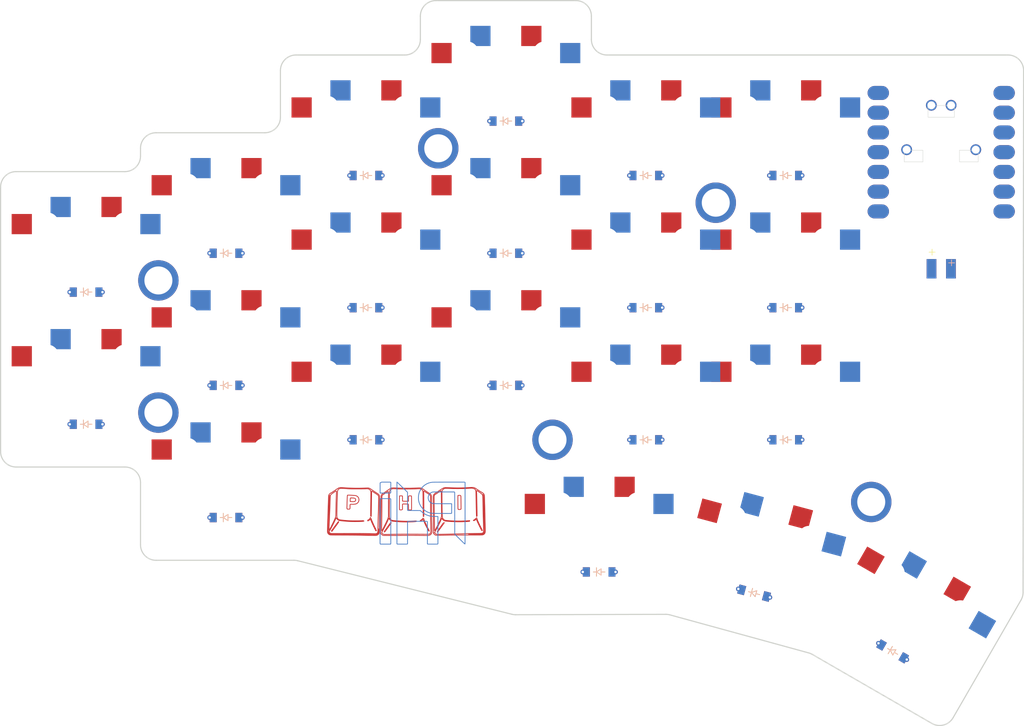
<source format=kicad_pcb>
(kicad_pcb (version 20171130) (host pcbnew 5.1.6)
  (title_block (title "pcb") (rev "v1.0.0") (company "phiwan"))
  (layers (0 F.Cu signal) (31 B.Cu signal) (34 B.Paste user) (35 F.Paste user) (36 B.SilkS user) (37 F.SilkS user) (38 B.Mask user) (39 F.Mask user) (44 Edge.Cuts user))
  (net 0 "")
  (net 1 "cring")
  (net 2 "outer_home")
  (net 3 "cpinky")
  (net 4 "outer_top")
  (net 5 "pinky_bottom")
  (net 6 "pinky_home")
  (net 7 "pinky_top")
  (net 8 "ring_bottom")
  (net 9 "ring_home")
  (net 10 "ring_top")
  (net 11 "cmiddle")
  (net 12 "middle_bottom")
  (net 13 "middle_home")
  (net 14 "middle_top")
  (net 15 "cindex")
  (net 16 "index_bottom")
  (net 17 "index_home")
  (net 18 "index_top")
  (net 19 "cinner")
  (net 20 "inner_bottom")
  (net 21 "inner_home")
  (net 22 "inner_top")
  (net 23 "left_cluster")
  (net 24 "middle_cluster")
  (net 25 "right_cluster")
  (net 26 "rthumbs")
  (net 27 "rbottom")
  (net 28 "rhome")
  (net 29 "rtop")
  (net 30 "sda")
  (net 31 "scl")
  (net 32 "3V3")
  (net 33 "GND")
  (net 34 "5V")
  (net 35 "RST")
  (net 36 "BAT+")
  (net 37 "PAD_3")
  (net 38 "PAD_4")
  (net 39 "PAD_5")
  (module PG1350 (layer F.Cu) (at 170 153 0)
    (fp_text reference "S1" hide)
    (fp_text value "" hide)
    (pad "" np_thru_hole circle (at 0 0) (size 3.429 3.429) (drill 3.429) (layers *.Cu *.Mask))
    (pad "" np_thru_hole circle (at 5.5 0) (size 1.7018 1.7018) (drill 1.7018) (layers *.Cu *.Mask))
    (pad "" np_thru_hole circle (at -5.5 0) (size 1.7018 1.7018) (drill 1.7018) (layers *.Cu *.Mask))
    (pad "" np_thru_hole circle (at 5 -3.75) (size 3 3) (drill 3) (layers *.Cu *.Mask))
    (pad "" np_thru_hole circle (at 0 -5.95) (size 3 3) (drill 3) (layers *.Cu *.Mask))
    (pad 1 smd rect (at -3.275 -5.95 0) (size 2.6 2.6) (layers B.Cu B.Paste B.Mask) (net 1 "cring"))
    (pad 2 smd rect (at 8.275 -3.75 0) (size 2.6 2.6) (layers B.Cu B.Paste B.Mask) (net 2 "outer_home"))
    (pad "" np_thru_hole circle (at -5 -3.75) (size 3 3) (drill 3) (layers *.Cu *.Mask))
    (pad "" np_thru_hole circle (at 0 -5.95) (size 3 3) (drill 3) (layers *.Cu *.Mask))
    (pad 1 smd rect (at 3.275 -5.95 0) (size 2.6 2.6) (layers F.Cu F.Paste F.Mask) (net 1 "cring"))
    (pad 2 smd rect (at -8.275 -3.75 0) (size 2.6 2.6) (layers F.Cu F.Paste F.Mask) (net 2 "outer_home"))
  )
  (module PG1350 (layer F.Cu) (at 170 136 0)
    (fp_text reference "S2" hide)
    (fp_text value "" hide)
    (pad "" np_thru_hole circle (at 0 0) (size 3.429 3.429) (drill 3.429) (layers *.Cu *.Mask))
    (pad "" np_thru_hole circle (at 5.5 0) (size 1.7018 1.7018) (drill 1.7018) (layers *.Cu *.Mask))
    (pad "" np_thru_hole circle (at -5.5 0) (size 1.7018 1.7018) (drill 1.7018) (layers *.Cu *.Mask))
    (pad "" np_thru_hole circle (at 5 -3.75) (size 3 3) (drill 3) (layers *.Cu *.Mask))
    (pad "" np_thru_hole circle (at 0 -5.95) (size 3 3) (drill 3) (layers *.Cu *.Mask))
    (pad 1 smd rect (at -3.275 -5.95 0) (size 2.6 2.6) (layers B.Cu B.Paste B.Mask) (net 3 "cpinky"))
    (pad 2 smd rect (at 8.275 -3.75 0) (size 2.6 2.6) (layers B.Cu B.Paste B.Mask) (net 4 "outer_top"))
    (pad "" np_thru_hole circle (at -5 -3.75) (size 3 3) (drill 3) (layers *.Cu *.Mask))
    (pad "" np_thru_hole circle (at 0 -5.95) (size 3 3) (drill 3) (layers *.Cu *.Mask))
    (pad 1 smd rect (at 3.275 -5.95 0) (size 2.6 2.6) (layers F.Cu F.Paste F.Mask) (net 3 "cpinky"))
    (pad 2 smd rect (at -8.275 -3.75 0) (size 2.6 2.6) (layers F.Cu F.Paste F.Mask) (net 4 "outer_top"))
  )
  (module PG1350 (layer F.Cu) (at 188 165 0)
    (fp_text reference "S3" hide)
    (fp_text value "" hide)
    (pad "" np_thru_hole circle (at 0 0) (size 3.429 3.429) (drill 3.429) (layers *.Cu *.Mask))
    (pad "" np_thru_hole circle (at 5.5 0) (size 1.7018 1.7018) (drill 1.7018) (layers *.Cu *.Mask))
    (pad "" np_thru_hole circle (at -5.5 0) (size 1.7018 1.7018) (drill 1.7018) (layers *.Cu *.Mask))
    (pad "" np_thru_hole circle (at 5 -3.75) (size 3 3) (drill 3) (layers *.Cu *.Mask))
    (pad "" np_thru_hole circle (at 0 -5.95) (size 3 3) (drill 3) (layers *.Cu *.Mask))
    (pad 1 smd rect (at -3.275 -5.95 0) (size 2.6 2.6) (layers B.Cu B.Paste B.Mask) (net 3 "cpinky"))
    (pad 2 smd rect (at 8.275 -3.75 0) (size 2.6 2.6) (layers B.Cu B.Paste B.Mask) (net 5 "pinky_bottom"))
    (pad "" np_thru_hole circle (at -5 -3.75) (size 3 3) (drill 3) (layers *.Cu *.Mask))
    (pad "" np_thru_hole circle (at 0 -5.95) (size 3 3) (drill 3) (layers *.Cu *.Mask))
    (pad 1 smd rect (at 3.275 -5.95 0) (size 2.6 2.6) (layers F.Cu F.Paste F.Mask) (net 3 "cpinky"))
    (pad 2 smd rect (at -8.275 -3.75 0) (size 2.6 2.6) (layers F.Cu F.Paste F.Mask) (net 5 "pinky_bottom"))
  )
  (module PG1350 (layer F.Cu) (at 188 148 0)
    (fp_text reference "S4" hide)
    (fp_text value "" hide)
    (pad "" np_thru_hole circle (at 0 0) (size 3.429 3.429) (drill 3.429) (layers *.Cu *.Mask))
    (pad "" np_thru_hole circle (at 5.5 0) (size 1.7018 1.7018) (drill 1.7018) (layers *.Cu *.Mask))
    (pad "" np_thru_hole circle (at -5.5 0) (size 1.7018 1.7018) (drill 1.7018) (layers *.Cu *.Mask))
    (pad "" np_thru_hole circle (at 5 -3.75) (size 3 3) (drill 3) (layers *.Cu *.Mask))
    (pad "" np_thru_hole circle (at 0 -5.95) (size 3 3) (drill 3) (layers *.Cu *.Mask))
    (pad 1 smd rect (at -3.275 -5.95 0) (size 2.6 2.6) (layers B.Cu B.Paste B.Mask) (net 3 "cpinky"))
    (pad 2 smd rect (at 8.275 -3.75 0) (size 2.6 2.6) (layers B.Cu B.Paste B.Mask) (net 6 "pinky_home"))
    (pad "" np_thru_hole circle (at -5 -3.75) (size 3 3) (drill 3) (layers *.Cu *.Mask))
    (pad "" np_thru_hole circle (at 0 -5.95) (size 3 3) (drill 3) (layers *.Cu *.Mask))
    (pad 1 smd rect (at 3.275 -5.95 0) (size 2.6 2.6) (layers F.Cu F.Paste F.Mask) (net 3 "cpinky"))
    (pad 2 smd rect (at -8.275 -3.75 0) (size 2.6 2.6) (layers F.Cu F.Paste F.Mask) (net 6 "pinky_home"))
  )
  (module PG1350 (layer F.Cu) (at 188 131 0)
    (fp_text reference "S5" hide)
    (fp_text value "" hide)
    (pad "" np_thru_hole circle (at 0 0) (size 3.429 3.429) (drill 3.429) (layers *.Cu *.Mask))
    (pad "" np_thru_hole circle (at 5.5 0) (size 1.7018 1.7018) (drill 1.7018) (layers *.Cu *.Mask))
    (pad "" np_thru_hole circle (at -5.5 0) (size 1.7018 1.7018) (drill 1.7018) (layers *.Cu *.Mask))
    (pad "" np_thru_hole circle (at 5 -3.75) (size 3 3) (drill 3) (layers *.Cu *.Mask))
    (pad "" np_thru_hole circle (at 0 -5.95) (size 3 3) (drill 3) (layers *.Cu *.Mask))
    (pad 1 smd rect (at -3.275 -5.95 0) (size 2.6 2.6) (layers B.Cu B.Paste B.Mask) (net 3 "cpinky"))
    (pad 2 smd rect (at 8.275 -3.75 0) (size 2.6 2.6) (layers B.Cu B.Paste B.Mask) (net 7 "pinky_top"))
    (pad "" np_thru_hole circle (at -5 -3.75) (size 3 3) (drill 3) (layers *.Cu *.Mask))
    (pad "" np_thru_hole circle (at 0 -5.95) (size 3 3) (drill 3) (layers *.Cu *.Mask))
    (pad 1 smd rect (at 3.275 -5.95 0) (size 2.6 2.6) (layers F.Cu F.Paste F.Mask) (net 3 "cpinky"))
    (pad 2 smd rect (at -8.275 -3.75 0) (size 2.6 2.6) (layers F.Cu F.Paste F.Mask) (net 7 "pinky_top"))
  )
  (module PG1350 (layer F.Cu) (at 206 155 0)
    (fp_text reference "S6" hide)
    (fp_text value "" hide)
    (pad "" np_thru_hole circle (at 0 0) (size 3.429 3.429) (drill 3.429) (layers *.Cu *.Mask))
    (pad "" np_thru_hole circle (at 5.5 0) (size 1.7018 1.7018) (drill 1.7018) (layers *.Cu *.Mask))
    (pad "" np_thru_hole circle (at -5.5 0) (size 1.7018 1.7018) (drill 1.7018) (layers *.Cu *.Mask))
    (pad "" np_thru_hole circle (at 5 -3.75) (size 3 3) (drill 3) (layers *.Cu *.Mask))
    (pad "" np_thru_hole circle (at 0 -5.95) (size 3 3) (drill 3) (layers *.Cu *.Mask))
    (pad 1 smd rect (at -3.275 -5.95 0) (size 2.6 2.6) (layers B.Cu B.Paste B.Mask) (net 1 "cring"))
    (pad 2 smd rect (at 8.275 -3.75 0) (size 2.6 2.6) (layers B.Cu B.Paste B.Mask) (net 8 "ring_bottom"))
    (pad "" np_thru_hole circle (at -5 -3.75) (size 3 3) (drill 3) (layers *.Cu *.Mask))
    (pad "" np_thru_hole circle (at 0 -5.95) (size 3 3) (drill 3) (layers *.Cu *.Mask))
    (pad 1 smd rect (at 3.275 -5.95 0) (size 2.6 2.6) (layers F.Cu F.Paste F.Mask) (net 1 "cring"))
    (pad 2 smd rect (at -8.275 -3.75 0) (size 2.6 2.6) (layers F.Cu F.Paste F.Mask) (net 8 "ring_bottom"))
  )
  (module PG1350 (layer F.Cu) (at 206 138 0)
    (fp_text reference "S7" hide)
    (fp_text value "" hide)
    (pad "" np_thru_hole circle (at 0 0) (size 3.429 3.429) (drill 3.429) (layers *.Cu *.Mask))
    (pad "" np_thru_hole circle (at 5.5 0) (size 1.7018 1.7018) (drill 1.7018) (layers *.Cu *.Mask))
    (pad "" np_thru_hole circle (at -5.5 0) (size 1.7018 1.7018) (drill 1.7018) (layers *.Cu *.Mask))
    (pad "" np_thru_hole circle (at 5 -3.75) (size 3 3) (drill 3) (layers *.Cu *.Mask))
    (pad "" np_thru_hole circle (at 0 -5.95) (size 3 3) (drill 3) (layers *.Cu *.Mask))
    (pad 1 smd rect (at -3.275 -5.95 0) (size 2.6 2.6) (layers B.Cu B.Paste B.Mask) (net 1 "cring"))
    (pad 2 smd rect (at 8.275 -3.75 0) (size 2.6 2.6) (layers B.Cu B.Paste B.Mask) (net 9 "ring_home"))
    (pad "" np_thru_hole circle (at -5 -3.75) (size 3 3) (drill 3) (layers *.Cu *.Mask))
    (pad "" np_thru_hole circle (at 0 -5.95) (size 3 3) (drill 3) (layers *.Cu *.Mask))
    (pad 1 smd rect (at 3.275 -5.95 0) (size 2.6 2.6) (layers F.Cu F.Paste F.Mask) (net 1 "cring"))
    (pad 2 smd rect (at -8.275 -3.75 0) (size 2.6 2.6) (layers F.Cu F.Paste F.Mask) (net 9 "ring_home"))
  )
  (module PG1350 (layer F.Cu) (at 206 121 0)
    (fp_text reference "S8" hide)
    (fp_text value "" hide)
    (pad "" np_thru_hole circle (at 0 0) (size 3.429 3.429) (drill 3.429) (layers *.Cu *.Mask))
    (pad "" np_thru_hole circle (at 5.5 0) (size 1.7018 1.7018) (drill 1.7018) (layers *.Cu *.Mask))
    (pad "" np_thru_hole circle (at -5.5 0) (size 1.7018 1.7018) (drill 1.7018) (layers *.Cu *.Mask))
    (pad "" np_thru_hole circle (at 5 -3.75) (size 3 3) (drill 3) (layers *.Cu *.Mask))
    (pad "" np_thru_hole circle (at 0 -5.95) (size 3 3) (drill 3) (layers *.Cu *.Mask))
    (pad 1 smd rect (at -3.275 -5.95 0) (size 2.6 2.6) (layers B.Cu B.Paste B.Mask) (net 1 "cring"))
    (pad 2 smd rect (at 8.275 -3.75 0) (size 2.6 2.6) (layers B.Cu B.Paste B.Mask) (net 10 "ring_top"))
    (pad "" np_thru_hole circle (at -5 -3.75) (size 3 3) (drill 3) (layers *.Cu *.Mask))
    (pad "" np_thru_hole circle (at 0 -5.95) (size 3 3) (drill 3) (layers *.Cu *.Mask))
    (pad 1 smd rect (at 3.275 -5.95 0) (size 2.6 2.6) (layers F.Cu F.Paste F.Mask) (net 1 "cring"))
    (pad 2 smd rect (at -8.275 -3.75 0) (size 2.6 2.6) (layers F.Cu F.Paste F.Mask) (net 10 "ring_top"))
  )
  (module PG1350 (layer F.Cu) (at 224 148 0)
    (fp_text reference "S9" hide)
    (fp_text value "" hide)
    (pad "" np_thru_hole circle (at 0 0) (size 3.429 3.429) (drill 3.429) (layers *.Cu *.Mask))
    (pad "" np_thru_hole circle (at 5.5 0) (size 1.7018 1.7018) (drill 1.7018) (layers *.Cu *.Mask))
    (pad "" np_thru_hole circle (at -5.5 0) (size 1.7018 1.7018) (drill 1.7018) (layers *.Cu *.Mask))
    (pad "" np_thru_hole circle (at 5 -3.75) (size 3 3) (drill 3) (layers *.Cu *.Mask))
    (pad "" np_thru_hole circle (at 0 -5.95) (size 3 3) (drill 3) (layers *.Cu *.Mask))
    (pad 1 smd rect (at -3.275 -5.95 0) (size 2.6 2.6) (layers B.Cu B.Paste B.Mask) (net 11 "cmiddle"))
    (pad 2 smd rect (at 8.275 -3.75 0) (size 2.6 2.6) (layers B.Cu B.Paste B.Mask) (net 12 "middle_bottom"))
    (pad "" np_thru_hole circle (at -5 -3.75) (size 3 3) (drill 3) (layers *.Cu *.Mask))
    (pad "" np_thru_hole circle (at 0 -5.95) (size 3 3) (drill 3) (layers *.Cu *.Mask))
    (pad 1 smd rect (at 3.275 -5.95 0) (size 2.6 2.6) (layers F.Cu F.Paste F.Mask) (net 11 "cmiddle"))
    (pad 2 smd rect (at -8.275 -3.75 0) (size 2.6 2.6) (layers F.Cu F.Paste F.Mask) (net 12 "middle_bottom"))
  )
  (module PG1350 (layer F.Cu) (at 224 131 0)
    (fp_text reference "S10" hide)
    (fp_text value "" hide)
    (pad "" np_thru_hole circle (at 0 0) (size 3.429 3.429) (drill 3.429) (layers *.Cu *.Mask))
    (pad "" np_thru_hole circle (at 5.5 0) (size 1.7018 1.7018) (drill 1.7018) (layers *.Cu *.Mask))
    (pad "" np_thru_hole circle (at -5.5 0) (size 1.7018 1.7018) (drill 1.7018) (layers *.Cu *.Mask))
    (pad "" np_thru_hole circle (at 5 -3.75) (size 3 3) (drill 3) (layers *.Cu *.Mask))
    (pad "" np_thru_hole circle (at 0 -5.95) (size 3 3) (drill 3) (layers *.Cu *.Mask))
    (pad 1 smd rect (at -3.275 -5.95 0) (size 2.6 2.6) (layers B.Cu B.Paste B.Mask) (net 11 "cmiddle"))
    (pad 2 smd rect (at 8.275 -3.75 0) (size 2.6 2.6) (layers B.Cu B.Paste B.Mask) (net 13 "middle_home"))
    (pad "" np_thru_hole circle (at -5 -3.75) (size 3 3) (drill 3) (layers *.Cu *.Mask))
    (pad "" np_thru_hole circle (at 0 -5.95) (size 3 3) (drill 3) (layers *.Cu *.Mask))
    (pad 1 smd rect (at 3.275 -5.95 0) (size 2.6 2.6) (layers F.Cu F.Paste F.Mask) (net 11 "cmiddle"))
    (pad 2 smd rect (at -8.275 -3.75 0) (size 2.6 2.6) (layers F.Cu F.Paste F.Mask) (net 13 "middle_home"))
  )
  (module PG1350 (layer F.Cu) (at 224 114 0)
    (fp_text reference "S11" hide)
    (fp_text value "" hide)
    (pad "" np_thru_hole circle (at 0 0) (size 3.429 3.429) (drill 3.429) (layers *.Cu *.Mask))
    (pad "" np_thru_hole circle (at 5.5 0) (size 1.7018 1.7018) (drill 1.7018) (layers *.Cu *.Mask))
    (pad "" np_thru_hole circle (at -5.5 0) (size 1.7018 1.7018) (drill 1.7018) (layers *.Cu *.Mask))
    (pad "" np_thru_hole circle (at 5 -3.75) (size 3 3) (drill 3) (layers *.Cu *.Mask))
    (pad "" np_thru_hole circle (at 0 -5.95) (size 3 3) (drill 3) (layers *.Cu *.Mask))
    (pad 1 smd rect (at -3.275 -5.95 0) (size 2.6 2.6) (layers B.Cu B.Paste B.Mask) (net 11 "cmiddle"))
    (pad 2 smd rect (at 8.275 -3.75 0) (size 2.6 2.6) (layers B.Cu B.Paste B.Mask) (net 14 "middle_top"))
    (pad "" np_thru_hole circle (at -5 -3.75) (size 3 3) (drill 3) (layers *.Cu *.Mask))
    (pad "" np_thru_hole circle (at 0 -5.95) (size 3 3) (drill 3) (layers *.Cu *.Mask))
    (pad 1 smd rect (at 3.275 -5.95 0) (size 2.6 2.6) (layers F.Cu F.Paste F.Mask) (net 11 "cmiddle"))
    (pad 2 smd rect (at -8.275 -3.75 0) (size 2.6 2.6) (layers F.Cu F.Paste F.Mask) (net 14 "middle_top"))
  )
  (module PG1350 (layer F.Cu) (at 242 155 0)
    (fp_text reference "S12" hide)
    (fp_text value "" hide)
    (pad "" np_thru_hole circle (at 0 0) (size 3.429 3.429) (drill 3.429) (layers *.Cu *.Mask))
    (pad "" np_thru_hole circle (at 5.5 0) (size 1.7018 1.7018) (drill 1.7018) (layers *.Cu *.Mask))
    (pad "" np_thru_hole circle (at -5.5 0) (size 1.7018 1.7018) (drill 1.7018) (layers *.Cu *.Mask))
    (pad "" np_thru_hole circle (at 5 -3.75) (size 3 3) (drill 3) (layers *.Cu *.Mask))
    (pad "" np_thru_hole circle (at 0 -5.95) (size 3 3) (drill 3) (layers *.Cu *.Mask))
    (pad 1 smd rect (at -3.275 -5.95 0) (size 2.6 2.6) (layers B.Cu B.Paste B.Mask) (net 15 "cindex"))
    (pad 2 smd rect (at 8.275 -3.75 0) (size 2.6 2.6) (layers B.Cu B.Paste B.Mask) (net 16 "index_bottom"))
    (pad "" np_thru_hole circle (at -5 -3.75) (size 3 3) (drill 3) (layers *.Cu *.Mask))
    (pad "" np_thru_hole circle (at 0 -5.95) (size 3 3) (drill 3) (layers *.Cu *.Mask))
    (pad 1 smd rect (at 3.275 -5.95 0) (size 2.6 2.6) (layers F.Cu F.Paste F.Mask) (net 15 "cindex"))
    (pad 2 smd rect (at -8.275 -3.75 0) (size 2.6 2.6) (layers F.Cu F.Paste F.Mask) (net 16 "index_bottom"))
  )
  (module PG1350 (layer F.Cu) (at 242 138 0)
    (fp_text reference "S13" hide)
    (fp_text value "" hide)
    (pad "" np_thru_hole circle (at 0 0) (size 3.429 3.429) (drill 3.429) (layers *.Cu *.Mask))
    (pad "" np_thru_hole circle (at 5.5 0) (size 1.7018 1.7018) (drill 1.7018) (layers *.Cu *.Mask))
    (pad "" np_thru_hole circle (at -5.5 0) (size 1.7018 1.7018) (drill 1.7018) (layers *.Cu *.Mask))
    (pad "" np_thru_hole circle (at 5 -3.75) (size 3 3) (drill 3) (layers *.Cu *.Mask))
    (pad "" np_thru_hole circle (at 0 -5.95) (size 3 3) (drill 3) (layers *.Cu *.Mask))
    (pad 1 smd rect (at -3.275 -5.95 0) (size 2.6 2.6) (layers B.Cu B.Paste B.Mask) (net 15 "cindex"))
    (pad 2 smd rect (at 8.275 -3.75 0) (size 2.6 2.6) (layers B.Cu B.Paste B.Mask) (net 17 "index_home"))
    (pad "" np_thru_hole circle (at -5 -3.75) (size 3 3) (drill 3) (layers *.Cu *.Mask))
    (pad "" np_thru_hole circle (at 0 -5.95) (size 3 3) (drill 3) (layers *.Cu *.Mask))
    (pad 1 smd rect (at 3.275 -5.95 0) (size 2.6 2.6) (layers F.Cu F.Paste F.Mask) (net 15 "cindex"))
    (pad 2 smd rect (at -8.275 -3.75 0) (size 2.6 2.6) (layers F.Cu F.Paste F.Mask) (net 17 "index_home"))
  )
  (module PG1350 (layer F.Cu) (at 242 121 0)
    (fp_text reference "S14" hide)
    (fp_text value "" hide)
    (pad "" np_thru_hole circle (at 0 0) (size 3.429 3.429) (drill 3.429) (layers *.Cu *.Mask))
    (pad "" np_thru_hole circle (at 5.5 0) (size 1.7018 1.7018) (drill 1.7018) (layers *.Cu *.Mask))
    (pad "" np_thru_hole circle (at -5.5 0) (size 1.7018 1.7018) (drill 1.7018) (layers *.Cu *.Mask))
    (pad "" np_thru_hole circle (at 5 -3.75) (size 3 3) (drill 3) (layers *.Cu *.Mask))
    (pad "" np_thru_hole circle (at 0 -5.95) (size 3 3) (drill 3) (layers *.Cu *.Mask))
    (pad 1 smd rect (at -3.275 -5.95 0) (size 2.6 2.6) (layers B.Cu B.Paste B.Mask) (net 15 "cindex"))
    (pad 2 smd rect (at 8.275 -3.75 0) (size 2.6 2.6) (layers B.Cu B.Paste B.Mask) (net 18 "index_top"))
    (pad "" np_thru_hole circle (at -5 -3.75) (size 3 3) (drill 3) (layers *.Cu *.Mask))
    (pad "" np_thru_hole circle (at 0 -5.95) (size 3 3) (drill 3) (layers *.Cu *.Mask))
    (pad 1 smd rect (at 3.275 -5.95 0) (size 2.6 2.6) (layers F.Cu F.Paste F.Mask) (net 15 "cindex"))
    (pad 2 smd rect (at -8.275 -3.75 0) (size 2.6 2.6) (layers F.Cu F.Paste F.Mask) (net 18 "index_top"))
  )
  (module PG1350 (layer F.Cu) (at 260 155 0)
    (fp_text reference "S15" hide)
    (fp_text value "" hide)
    (pad "" np_thru_hole circle (at 0 0) (size 3.429 3.429) (drill 3.429) (layers *.Cu *.Mask))
    (pad "" np_thru_hole circle (at 5.5 0) (size 1.7018 1.7018) (drill 1.7018) (layers *.Cu *.Mask))
    (pad "" np_thru_hole circle (at -5.5 0) (size 1.7018 1.7018) (drill 1.7018) (layers *.Cu *.Mask))
    (pad "" np_thru_hole circle (at 5 -3.75) (size 3 3) (drill 3) (layers *.Cu *.Mask))
    (pad "" np_thru_hole circle (at 0 -5.95) (size 3 3) (drill 3) (layers *.Cu *.Mask))
    (pad 1 smd rect (at -3.275 -5.95 0) (size 2.6 2.6) (layers B.Cu B.Paste B.Mask) (net 19 "cinner"))
    (pad 2 smd rect (at 8.275 -3.75 0) (size 2.6 2.6) (layers B.Cu B.Paste B.Mask) (net 20 "inner_bottom"))
    (pad "" np_thru_hole circle (at -5 -3.75) (size 3 3) (drill 3) (layers *.Cu *.Mask))
    (pad "" np_thru_hole circle (at 0 -5.95) (size 3 3) (drill 3) (layers *.Cu *.Mask))
    (pad 1 smd rect (at 3.275 -5.95 0) (size 2.6 2.6) (layers F.Cu F.Paste F.Mask) (net 19 "cinner"))
    (pad 2 smd rect (at -8.275 -3.75 0) (size 2.6 2.6) (layers F.Cu F.Paste F.Mask) (net 20 "inner_bottom"))
  )
  (module PG1350 (layer F.Cu) (at 260 138 0)
    (fp_text reference "S16" hide)
    (fp_text value "" hide)
    (pad "" np_thru_hole circle (at 0 0) (size 3.429 3.429) (drill 3.429) (layers *.Cu *.Mask))
    (pad "" np_thru_hole circle (at 5.5 0) (size 1.7018 1.7018) (drill 1.7018) (layers *.Cu *.Mask))
    (pad "" np_thru_hole circle (at -5.5 0) (size 1.7018 1.7018) (drill 1.7018) (layers *.Cu *.Mask))
    (pad "" np_thru_hole circle (at 5 -3.75) (size 3 3) (drill 3) (layers *.Cu *.Mask))
    (pad "" np_thru_hole circle (at 0 -5.95) (size 3 3) (drill 3) (layers *.Cu *.Mask))
    (pad 1 smd rect (at -3.275 -5.95 0) (size 2.6 2.6) (layers B.Cu B.Paste B.Mask) (net 19 "cinner"))
    (pad 2 smd rect (at 8.275 -3.75 0) (size 2.6 2.6) (layers B.Cu B.Paste B.Mask) (net 21 "inner_home"))
    (pad "" np_thru_hole circle (at -5 -3.75) (size 3 3) (drill 3) (layers *.Cu *.Mask))
    (pad "" np_thru_hole circle (at 0 -5.95) (size 3 3) (drill 3) (layers *.Cu *.Mask))
    (pad 1 smd rect (at 3.275 -5.95 0) (size 2.6 2.6) (layers F.Cu F.Paste F.Mask) (net 19 "cinner"))
    (pad 2 smd rect (at -8.275 -3.75 0) (size 2.6 2.6) (layers F.Cu F.Paste F.Mask) (net 21 "inner_home"))
  )
  (module PG1350 (layer F.Cu) (at 260 121 0)
    (fp_text reference "S17" hide)
    (fp_text value "" hide)
    (pad "" np_thru_hole circle (at 0 0) (size 3.429 3.429) (drill 3.429) (layers *.Cu *.Mask))
    (pad "" np_thru_hole circle (at 5.5 0) (size 1.7018 1.7018) (drill 1.7018) (layers *.Cu *.Mask))
    (pad "" np_thru_hole circle (at -5.5 0) (size 1.7018 1.7018) (drill 1.7018) (layers *.Cu *.Mask))
    (pad "" np_thru_hole circle (at 5 -3.75) (size 3 3) (drill 3) (layers *.Cu *.Mask))
    (pad "" np_thru_hole circle (at 0 -5.95) (size 3 3) (drill 3) (layers *.Cu *.Mask))
    (pad 1 smd rect (at -3.275 -5.95 0) (size 2.6 2.6) (layers B.Cu B.Paste B.Mask) (net 19 "cinner"))
    (pad 2 smd rect (at 8.275 -3.75 0) (size 2.6 2.6) (layers B.Cu B.Paste B.Mask) (net 22 "inner_top"))
    (pad "" np_thru_hole circle (at -5 -3.75) (size 3 3) (drill 3) (layers *.Cu *.Mask))
    (pad "" np_thru_hole circle (at 0 -5.95) (size 3 3) (drill 3) (layers *.Cu *.Mask))
    (pad 1 smd rect (at 3.275 -5.95 0) (size 2.6 2.6) (layers F.Cu F.Paste F.Mask) (net 19 "cinner"))
    (pad 2 smd rect (at -8.275 -3.75 0) (size 2.6 2.6) (layers F.Cu F.Paste F.Mask) (net 22 "inner_top"))
  )
  (module PG1350 (layer F.Cu) (at 236 172 0)
    (fp_text reference "S18" hide)
    (fp_text value "" hide)
    (pad "" np_thru_hole circle (at 0 0) (size 3.429 3.429) (drill 3.429) (layers *.Cu *.Mask))
    (pad "" np_thru_hole circle (at 5.5 0) (size 1.7018 1.7018) (drill 1.7018) (layers *.Cu *.Mask))
    (pad "" np_thru_hole circle (at -5.5 0) (size 1.7018 1.7018) (drill 1.7018) (layers *.Cu *.Mask))
    (pad "" np_thru_hole circle (at 5 -3.75) (size 3 3) (drill 3) (layers *.Cu *.Mask))
    (pad "" np_thru_hole circle (at 0 -5.95) (size 3 3) (drill 3) (layers *.Cu *.Mask))
    (pad 1 smd rect (at -3.275 -5.95 0) (size 2.6 2.6) (layers B.Cu B.Paste B.Mask) (net 11 "cmiddle"))
    (pad 2 smd rect (at 8.275 -3.75 0) (size 2.6 2.6) (layers B.Cu B.Paste B.Mask) (net 23 "left_cluster"))
    (pad "" np_thru_hole circle (at -5 -3.75) (size 3 3) (drill 3) (layers *.Cu *.Mask))
    (pad "" np_thru_hole circle (at 0 -5.95) (size 3 3) (drill 3) (layers *.Cu *.Mask))
    (pad 1 smd rect (at 3.275 -5.95 0) (size 2.6 2.6) (layers F.Cu F.Paste F.Mask) (net 11 "cmiddle"))
    (pad 2 smd rect (at -8.275 -3.75 0) (size 2.6 2.6) (layers F.Cu F.Paste F.Mask) (net 23 "left_cluster"))
  )
  (module PG1350 (layer F.Cu) (at 257.2235429 174.8977775 -15)
    (fp_text reference "S19" hide)
    (fp_text value "" hide)
    (pad "" np_thru_hole circle (at 0 0) (size 3.429 3.429) (drill 3.429) (layers *.Cu *.Mask))
    (pad "" np_thru_hole circle (at 5.5 0) (size 1.7018 1.7018) (drill 1.7018) (layers *.Cu *.Mask))
    (pad "" np_thru_hole circle (at -5.5 0) (size 1.7018 1.7018) (drill 1.7018) (layers *.Cu *.Mask))
    (pad "" np_thru_hole circle (at 5 -3.75) (size 3 3) (drill 3) (layers *.Cu *.Mask))
    (pad "" np_thru_hole circle (at 0 -5.95) (size 3 3) (drill 3) (layers *.Cu *.Mask))
    (pad 1 smd rect (at -3.275 -5.95 -15) (size 2.6 2.6) (layers B.Cu B.Paste B.Mask) (net 15 "cindex"))
    (pad 2 smd rect (at 8.275 -3.75 -15) (size 2.6 2.6) (layers B.Cu B.Paste B.Mask) (net 24 "middle_cluster"))
    (pad "" np_thru_hole circle (at -5 -3.75) (size 3 3) (drill 3) (layers *.Cu *.Mask))
    (pad "" np_thru_hole circle (at 0 -5.95) (size 3 3) (drill 3) (layers *.Cu *.Mask))
    (pad 1 smd rect (at 3.275 -5.95 -15) (size 2.6 2.6) (layers F.Cu F.Paste F.Mask) (net 15 "cindex"))
    (pad 2 smd rect (at -8.275 -3.75 -15) (size 2.6 2.6) (layers F.Cu F.Paste F.Mask) (net 24 "middle_cluster"))
  )
  (module PG1350 (layer F.Cu) (at 276.2503682 182.89017139999999 -30)
    (fp_text reference "S20" hide)
    (fp_text value "" hide)
    (pad "" np_thru_hole circle (at 0 0) (size 3.429 3.429) (drill 3.429) (layers *.Cu *.Mask))
    (pad "" np_thru_hole circle (at 5.5 0) (size 1.7018 1.7018) (drill 1.7018) (layers *.Cu *.Mask))
    (pad "" np_thru_hole circle (at -5.5 0) (size 1.7018 1.7018) (drill 1.7018) (layers *.Cu *.Mask))
    (pad "" np_thru_hole circle (at 5 -3.75) (size 3 3) (drill 3) (layers *.Cu *.Mask))
    (pad "" np_thru_hole circle (at 0 -5.95) (size 3 3) (drill 3) (layers *.Cu *.Mask))
    (pad 1 smd rect (at -3.275 -5.95 -30) (size 2.6 2.6) (layers B.Cu B.Paste B.Mask) (net 19 "cinner"))
    (pad 2 smd rect (at 8.275 -3.75 -30) (size 2.6 2.6) (layers B.Cu B.Paste B.Mask) (net 25 "right_cluster"))
    (pad "" np_thru_hole circle (at -5 -3.75) (size 3 3) (drill 3) (layers *.Cu *.Mask))
    (pad "" np_thru_hole circle (at 0 -5.95) (size 3 3) (drill 3) (layers *.Cu *.Mask))
    (pad 1 smd rect (at 3.275 -5.95 -30) (size 2.6 2.6) (layers F.Cu F.Paste F.Mask) (net 19 "cinner"))
    (pad 2 smd rect (at -8.275 -3.75 -30) (size 2.6 2.6) (layers F.Cu F.Paste F.Mask) (net 25 "right_cluster"))
  )
  (module Diode_SMD:D_SOD-123 (layer B.Cu) (at 170 158 0)
    (fp_text reference "Di1" hide)
    (fp_text value "" hide)
    (pad 1 smd rect (at -1.65 0 0) (size 0.9 1.2) (layers F.Cu F.Paste F.Mask) (net 26 "rthumbs"))
    (pad 2 smd rect (at 1.65 0 0) (size 0.9 1.2) (layers F.Cu F.Paste F.Mask) (net 2 "outer_home"))
    (pad 1 smd rect (at -1.65 0 0) (size 0.9 1.2) (layers B.Cu B.Paste B.Mask) (net 26 "rthumbs"))
    (pad 2 smd rect (at 1.65 0 0) (size 0.9 1.2) (layers B.Cu B.Paste B.Mask) (net 2 "outer_home"))
    (pad "1" thru_hole circle (at -2.1 0) (size 0.6 0.6) (drill 0.3) (layers "*.Cu" "*.Mask") (net 26 "rthumbs"))
    (pad "2" thru_hole circle (at 2.1 0) (size 0.6 0.6) (drill 0.3) (layers "*.Cu" "*.Mask") (net 2 "outer_home"))
  )
  (module Diode_SMD:D_SOD-123 (layer B.Cu) (at 170 141 0)
    (fp_text reference "Di2" hide)
    (fp_text value "" hide)
    (pad 1 smd rect (at -1.65 0 0) (size 0.9 1.2) (layers F.Cu F.Paste F.Mask) (net 26 "rthumbs"))
    (pad 2 smd rect (at 1.65 0 0) (size 0.9 1.2) (layers F.Cu F.Paste F.Mask) (net 4 "outer_top"))
    (pad 1 smd rect (at -1.65 0 0) (size 0.9 1.2) (layers B.Cu B.Paste B.Mask) (net 26 "rthumbs"))
    (pad 2 smd rect (at 1.65 0 0) (size 0.9 1.2) (layers B.Cu B.Paste B.Mask) (net 4 "outer_top"))
    (pad "1" thru_hole circle (at -2.1 0) (size 0.6 0.6) (drill 0.3) (layers "*.Cu" "*.Mask") (net 26 "rthumbs"))
    (pad "2" thru_hole circle (at 2.1 0) (size 0.6 0.6) (drill 0.3) (layers "*.Cu" "*.Mask") (net 4 "outer_top"))
  )
  (module Diode_SMD:D_SOD-123 (layer B.Cu) (at 188 170 0)
    (fp_text reference "Di3" hide)
    (fp_text value "" hide)
    (pad 1 smd rect (at -1.65 0 0) (size 0.9 1.2) (layers F.Cu F.Paste F.Mask) (net 27 "rbottom"))
    (pad 2 smd rect (at 1.65 0 0) (size 0.9 1.2) (layers F.Cu F.Paste F.Mask) (net 5 "pinky_bottom"))
    (pad 1 smd rect (at -1.65 0 0) (size 0.9 1.2) (layers B.Cu B.Paste B.Mask) (net 27 "rbottom"))
    (pad 2 smd rect (at 1.65 0 0) (size 0.9 1.2) (layers B.Cu B.Paste B.Mask) (net 5 "pinky_bottom"))
    (pad "1" thru_hole circle (at -2.1 0) (size 0.6 0.6) (drill 0.3) (layers "*.Cu" "*.Mask") (net 27 "rbottom"))
    (pad "2" thru_hole circle (at 2.1 0) (size 0.6 0.6) (drill 0.3) (layers "*.Cu" "*.Mask") (net 5 "pinky_bottom"))
  )
  (module Diode_SMD:D_SOD-123 (layer B.Cu) (at 188 153 0)
    (fp_text reference "Di4" hide)
    (fp_text value "" hide)
    (pad 1 smd rect (at -1.65 0 0) (size 0.9 1.2) (layers F.Cu F.Paste F.Mask) (net 28 "rhome"))
    (pad 2 smd rect (at 1.65 0 0) (size 0.9 1.2) (layers F.Cu F.Paste F.Mask) (net 6 "pinky_home"))
    (pad 1 smd rect (at -1.65 0 0) (size 0.9 1.2) (layers B.Cu B.Paste B.Mask) (net 28 "rhome"))
    (pad 2 smd rect (at 1.65 0 0) (size 0.9 1.2) (layers B.Cu B.Paste B.Mask) (net 6 "pinky_home"))
    (pad "1" thru_hole circle (at -2.1 0) (size 0.6 0.6) (drill 0.3) (layers "*.Cu" "*.Mask") (net 28 "rhome"))
    (pad "2" thru_hole circle (at 2.1 0) (size 0.6 0.6) (drill 0.3) (layers "*.Cu" "*.Mask") (net 6 "pinky_home"))
  )
  (module Diode_SMD:D_SOD-123 (layer B.Cu) (at 188 136 0)
    (fp_text reference "Di5" hide)
    (fp_text value "" hide)
    (pad 1 smd rect (at -1.65 0 0) (size 0.9 1.2) (layers F.Cu F.Paste F.Mask) (net 29 "rtop"))
    (pad 2 smd rect (at 1.65 0 0) (size 0.9 1.2) (layers F.Cu F.Paste F.Mask) (net 7 "pinky_top"))
    (pad 1 smd rect (at -1.65 0 0) (size 0.9 1.2) (layers B.Cu B.Paste B.Mask) (net 29 "rtop"))
    (pad 2 smd rect (at 1.65 0 0) (size 0.9 1.2) (layers B.Cu B.Paste B.Mask) (net 7 "pinky_top"))
    (pad "1" thru_hole circle (at -2.1 0) (size 0.6 0.6) (drill 0.3) (layers "*.Cu" "*.Mask") (net 29 "rtop"))
    (pad "2" thru_hole circle (at 2.1 0) (size 0.6 0.6) (drill 0.3) (layers "*.Cu" "*.Mask") (net 7 "pinky_top"))
  )
  (module Diode_SMD:D_SOD-123 (layer B.Cu) (at 206 160 0)
    (fp_text reference "Di6" hide)
    (fp_text value "" hide)
    (pad 1 smd rect (at -1.65 0 0) (size 0.9 1.2) (layers F.Cu F.Paste F.Mask) (net 27 "rbottom"))
    (pad 2 smd rect (at 1.65 0 0) (size 0.9 1.2) (layers F.Cu F.Paste F.Mask) (net 8 "ring_bottom"))
    (pad 1 smd rect (at -1.65 0 0) (size 0.9 1.2) (layers B.Cu B.Paste B.Mask) (net 27 "rbottom"))
    (pad 2 smd rect (at 1.65 0 0) (size 0.9 1.2) (layers B.Cu B.Paste B.Mask) (net 8 "ring_bottom"))
    (pad "1" thru_hole circle (at -2.1 0) (size 0.6 0.6) (drill 0.3) (layers "*.Cu" "*.Mask") (net 27 "rbottom"))
    (pad "2" thru_hole circle (at 2.1 0) (size 0.6 0.6) (drill 0.3) (layers "*.Cu" "*.Mask") (net 8 "ring_bottom"))
  )
  (module Diode_SMD:D_SOD-123 (layer B.Cu) (at 206 143 0)
    (fp_text reference "Di7" hide)
    (fp_text value "" hide)
    (pad 1 smd rect (at -1.65 0 0) (size 0.9 1.2) (layers F.Cu F.Paste F.Mask) (net 28 "rhome"))
    (pad 2 smd rect (at 1.65 0 0) (size 0.9 1.2) (layers F.Cu F.Paste F.Mask) (net 9 "ring_home"))
    (pad 1 smd rect (at -1.65 0 0) (size 0.9 1.2) (layers B.Cu B.Paste B.Mask) (net 28 "rhome"))
    (pad 2 smd rect (at 1.65 0 0) (size 0.9 1.2) (layers B.Cu B.Paste B.Mask) (net 9 "ring_home"))
    (pad "1" thru_hole circle (at -2.1 0) (size 0.6 0.6) (drill 0.3) (layers "*.Cu" "*.Mask") (net 28 "rhome"))
    (pad "2" thru_hole circle (at 2.1 0) (size 0.6 0.6) (drill 0.3) (layers "*.Cu" "*.Mask") (net 9 "ring_home"))
  )
  (module Diode_SMD:D_SOD-123 (layer B.Cu) (at 206 126 0)
    (fp_text reference "Di8" hide)
    (fp_text value "" hide)
    (pad 1 smd rect (at -1.65 0 0) (size 0.9 1.2) (layers F.Cu F.Paste F.Mask) (net 29 "rtop"))
    (pad 2 smd rect (at 1.65 0 0) (size 0.9 1.2) (layers F.Cu F.Paste F.Mask) (net 10 "ring_top"))
    (pad 1 smd rect (at -1.65 0 0) (size 0.9 1.2) (layers B.Cu B.Paste B.Mask) (net 29 "rtop"))
    (pad 2 smd rect (at 1.65 0 0) (size 0.9 1.2) (layers B.Cu B.Paste B.Mask) (net 10 "ring_top"))
    (pad "1" thru_hole circle (at -2.1 0) (size 0.6 0.6) (drill 0.3) (layers "*.Cu" "*.Mask") (net 29 "rtop"))
    (pad "2" thru_hole circle (at 2.1 0) (size 0.6 0.6) (drill 0.3) (layers "*.Cu" "*.Mask") (net 10 "ring_top"))
  )
  (module Diode_SMD:D_SOD-123 (layer B.Cu) (at 224 153 0)
    (fp_text reference "Di9" hide)
    (fp_text value "" hide)
    (pad 1 smd rect (at -1.65 0 0) (size 0.9 1.2) (layers F.Cu F.Paste F.Mask) (net 27 "rbottom"))
    (pad 2 smd rect (at 1.65 0 0) (size 0.9 1.2) (layers F.Cu F.Paste F.Mask) (net 12 "middle_bottom"))
    (pad 1 smd rect (at -1.65 0 0) (size 0.9 1.2) (layers B.Cu B.Paste B.Mask) (net 27 "rbottom"))
    (pad 2 smd rect (at 1.65 0 0) (size 0.9 1.2) (layers B.Cu B.Paste B.Mask) (net 12 "middle_bottom"))
    (pad "1" thru_hole circle (at -2.1 0) (size 0.6 0.6) (drill 0.3) (layers "*.Cu" "*.Mask") (net 27 "rbottom"))
    (pad "2" thru_hole circle (at 2.1 0) (size 0.6 0.6) (drill 0.3) (layers "*.Cu" "*.Mask") (net 12 "middle_bottom"))
  )
  (module Diode_SMD:D_SOD-123 (layer B.Cu) (at 224 136 0)
    (fp_text reference "Di10" hide)
    (fp_text value "" hide)
    (pad 1 smd rect (at -1.65 0 0) (size 0.9 1.2) (layers F.Cu F.Paste F.Mask) (net 28 "rhome"))
    (pad 2 smd rect (at 1.65 0 0) (size 0.9 1.2) (layers F.Cu F.Paste F.Mask) (net 13 "middle_home"))
    (pad 1 smd rect (at -1.65 0 0) (size 0.9 1.2) (layers B.Cu B.Paste B.Mask) (net 28 "rhome"))
    (pad 2 smd rect (at 1.65 0 0) (size 0.9 1.2) (layers B.Cu B.Paste B.Mask) (net 13 "middle_home"))
    (pad "1" thru_hole circle (at -2.1 0) (size 0.6 0.6) (drill 0.3) (layers "*.Cu" "*.Mask") (net 28 "rhome"))
    (pad "2" thru_hole circle (at 2.1 0) (size 0.6 0.6) (drill 0.3) (layers "*.Cu" "*.Mask") (net 13 "middle_home"))
  )
  (module Diode_SMD:D_SOD-123 (layer B.Cu) (at 224 119 0)
    (fp_text reference "Di11" hide)
    (fp_text value "" hide)
    (pad 1 smd rect (at -1.65 0 0) (size 0.9 1.2) (layers F.Cu F.Paste F.Mask) (net 29 "rtop"))
    (pad 2 smd rect (at 1.65 0 0) (size 0.9 1.2) (layers F.Cu F.Paste F.Mask) (net 14 "middle_top"))
    (pad 1 smd rect (at -1.65 0 0) (size 0.9 1.2) (layers B.Cu B.Paste B.Mask) (net 29 "rtop"))
    (pad 2 smd rect (at 1.65 0 0) (size 0.9 1.2) (layers B.Cu B.Paste B.Mask) (net 14 "middle_top"))
    (pad "1" thru_hole circle (at -2.1 0) (size 0.6 0.6) (drill 0.3) (layers "*.Cu" "*.Mask") (net 29 "rtop"))
    (pad "2" thru_hole circle (at 2.1 0) (size 0.6 0.6) (drill 0.3) (layers "*.Cu" "*.Mask") (net 14 "middle_top"))
  )
  (module Diode_SMD:D_SOD-123 (layer B.Cu) (at 242 160 0)
    (fp_text reference "Di12" hide)
    (fp_text value "" hide)
    (pad 1 smd rect (at -1.65 0 0) (size 0.9 1.2) (layers F.Cu F.Paste F.Mask) (net 27 "rbottom"))
    (pad 2 smd rect (at 1.65 0 0) (size 0.9 1.2) (layers F.Cu F.Paste F.Mask) (net 16 "index_bottom"))
    (pad 1 smd rect (at -1.65 0 0) (size 0.9 1.2) (layers B.Cu B.Paste B.Mask) (net 27 "rbottom"))
    (pad 2 smd rect (at 1.65 0 0) (size 0.9 1.2) (layers B.Cu B.Paste B.Mask) (net 16 "index_bottom"))
    (pad "1" thru_hole circle (at -2.1 0) (size 0.6 0.6) (drill 0.3) (layers "*.Cu" "*.Mask") (net 27 "rbottom"))
    (pad "2" thru_hole circle (at 2.1 0) (size 0.6 0.6) (drill 0.3) (layers "*.Cu" "*.Mask") (net 16 "index_bottom"))
  )
  (module Diode_SMD:D_SOD-123 (layer B.Cu) (at 242 143 0)
    (fp_text reference "Di13" hide)
    (fp_text value "" hide)
    (pad 1 smd rect (at -1.65 0 0) (size 0.9 1.2) (layers F.Cu F.Paste F.Mask) (net 28 "rhome"))
    (pad 2 smd rect (at 1.65 0 0) (size 0.9 1.2) (layers F.Cu F.Paste F.Mask) (net 17 "index_home"))
    (pad 1 smd rect (at -1.65 0 0) (size 0.9 1.2) (layers B.Cu B.Paste B.Mask) (net 28 "rhome"))
    (pad 2 smd rect (at 1.65 0 0) (size 0.9 1.2) (layers B.Cu B.Paste B.Mask) (net 17 "index_home"))
    (pad "1" thru_hole circle (at -2.1 0) (size 0.6 0.6) (drill 0.3) (layers "*.Cu" "*.Mask") (net 28 "rhome"))
    (pad "2" thru_hole circle (at 2.1 0) (size 0.6 0.6) (drill 0.3) (layers "*.Cu" "*.Mask") (net 17 "index_home"))
  )
  (module Diode_SMD:D_SOD-123 (layer B.Cu) (at 242 126 0)
    (fp_text reference "Di14" hide)
    (fp_text value "" hide)
    (pad 1 smd rect (at -1.65 0 0) (size 0.9 1.2) (layers F.Cu F.Paste F.Mask) (net 29 "rtop"))
    (pad 2 smd rect (at 1.65 0 0) (size 0.9 1.2) (layers F.Cu F.Paste F.Mask) (net 18 "index_top"))
    (pad 1 smd rect (at -1.65 0 0) (size 0.9 1.2) (layers B.Cu B.Paste B.Mask) (net 29 "rtop"))
    (pad 2 smd rect (at 1.65 0 0) (size 0.9 1.2) (layers B.Cu B.Paste B.Mask) (net 18 "index_top"))
    (pad "1" thru_hole circle (at -2.1 0) (size 0.6 0.6) (drill 0.3) (layers "*.Cu" "*.Mask") (net 29 "rtop"))
    (pad "2" thru_hole circle (at 2.1 0) (size 0.6 0.6) (drill 0.3) (layers "*.Cu" "*.Mask") (net 18 "index_top"))
  )
  (module Diode_SMD:D_SOD-123 (layer B.Cu) (at 260 160 0)
    (fp_text reference "Di15" hide)
    (fp_text value "" hide)
    (pad 1 smd rect (at -1.65 0 0) (size 0.9 1.2) (layers F.Cu F.Paste F.Mask) (net 27 "rbottom"))
    (pad 2 smd rect (at 1.65 0 0) (size 0.9 1.2) (layers F.Cu F.Paste F.Mask) (net 20 "inner_bottom"))
    (pad 1 smd rect (at -1.65 0 0) (size 0.9 1.2) (layers B.Cu B.Paste B.Mask) (net 27 "rbottom"))
    (pad 2 smd rect (at 1.65 0 0) (size 0.9 1.2) (layers B.Cu B.Paste B.Mask) (net 20 "inner_bottom"))
    (pad "1" thru_hole circle (at -2.1 0) (size 0.6 0.6) (drill 0.3) (layers "*.Cu" "*.Mask") (net 27 "rbottom"))
    (pad "2" thru_hole circle (at 2.1 0) (size 0.6 0.6) (drill 0.3) (layers "*.Cu" "*.Mask") (net 20 "inner_bottom"))
  )
  (module Diode_SMD:D_SOD-123 (layer B.Cu) (at 260 143 0)
    (fp_text reference "Di16" hide)
    (fp_text value "" hide)
    (pad 1 smd rect (at -1.65 0 0) (size 0.9 1.2) (layers F.Cu F.Paste F.Mask) (net 28 "rhome"))
    (pad 2 smd rect (at 1.65 0 0) (size 0.9 1.2) (layers F.Cu F.Paste F.Mask) (net 21 "inner_home"))
    (pad 1 smd rect (at -1.65 0 0) (size 0.9 1.2) (layers B.Cu B.Paste B.Mask) (net 28 "rhome"))
    (pad 2 smd rect (at 1.65 0 0) (size 0.9 1.2) (layers B.Cu B.Paste B.Mask) (net 21 "inner_home"))
    (pad "1" thru_hole circle (at -2.1 0) (size 0.6 0.6) (drill 0.3) (layers "*.Cu" "*.Mask") (net 28 "rhome"))
    (pad "2" thru_hole circle (at 2.1 0) (size 0.6 0.6) (drill 0.3) (layers "*.Cu" "*.Mask") (net 21 "inner_home"))
  )
  (module Diode_SMD:D_SOD-123 (layer B.Cu) (at 260 126 0)
    (fp_text reference "Di17" hide)
    (fp_text value "" hide)
    (pad 1 smd rect (at -1.65 0 0) (size 0.9 1.2) (layers F.Cu F.Paste F.Mask) (net 29 "rtop"))
    (pad 2 smd rect (at 1.65 0 0) (size 0.9 1.2) (layers F.Cu F.Paste F.Mask) (net 22 "inner_top"))
    (pad 1 smd rect (at -1.65 0 0) (size 0.9 1.2) (layers B.Cu B.Paste B.Mask) (net 29 "rtop"))
    (pad 2 smd rect (at 1.65 0 0) (size 0.9 1.2) (layers B.Cu B.Paste B.Mask) (net 22 "inner_top"))
    (pad "1" thru_hole circle (at -2.1 0) (size 0.6 0.6) (drill 0.3) (layers "*.Cu" "*.Mask") (net 29 "rtop"))
    (pad "2" thru_hole circle (at 2.1 0) (size 0.6 0.6) (drill 0.3) (layers "*.Cu" "*.Mask") (net 22 "inner_top"))
  )
  (module Diode_SMD:D_SOD-123 (layer B.Cu) (at 236 177 0)
    (fp_text reference "Di18" hide)
    (fp_text value "" hide)
    (pad 1 smd rect (at -1.65 0 0) (size 0.9 1.2) (layers F.Cu F.Paste F.Mask) (net 26 "rthumbs"))
    (pad 2 smd rect (at 1.65 0 0) (size 0.9 1.2) (layers F.Cu F.Paste F.Mask) (net 23 "left_cluster"))
    (pad 1 smd rect (at -1.65 0 0) (size 0.9 1.2) (layers B.Cu B.Paste B.Mask) (net 26 "rthumbs"))
    (pad 2 smd rect (at 1.65 0 0) (size 0.9 1.2) (layers B.Cu B.Paste B.Mask) (net 23 "left_cluster"))
    (pad "1" thru_hole circle (at -2.1 0) (size 0.6 0.6) (drill 0.3) (layers "*.Cu" "*.Mask") (net 26 "rthumbs"))
    (pad "2" thru_hole circle (at 2.1 0) (size 0.6 0.6) (drill 0.3) (layers "*.Cu" "*.Mask") (net 23 "left_cluster"))
  )
  (module Diode_SMD:D_SOD-123 (layer B.Cu) (at 255.9294477 179.7274066 -15)
    (fp_text reference "Di19" hide)
    (fp_text value "" hide)
    (pad 1 smd rect (at -1.65 0 -15) (size 0.9 1.2) (layers F.Cu F.Paste F.Mask) (net 26 "rthumbs"))
    (pad 2 smd rect (at 1.65 0 -15) (size 0.9 1.2) (layers F.Cu F.Paste F.Mask) (net 24 "middle_cluster"))
    (pad 1 smd rect (at -1.65 0 -15) (size 0.9 1.2) (layers B.Cu B.Paste B.Mask) (net 26 "rthumbs"))
    (pad 2 smd rect (at 1.65 0 -15) (size 0.9 1.2) (layers B.Cu B.Paste B.Mask) (net 24 "middle_cluster"))
    (pad "1" thru_hole circle (at -2.1 0) (size 0.6 0.6) (drill 0.3) (layers "*.Cu" "*.Mask") (net 26 "rthumbs"))
    (pad "2" thru_hole circle (at 2.1 0) (size 0.6 0.6) (drill 0.3) (layers "*.Cu" "*.Mask") (net 24 "middle_cluster"))
  )
  (module Diode_SMD:D_SOD-123 (layer B.Cu) (at 273.7503682 187.2202984 -30)
    (fp_text reference "Di20" hide)
    (fp_text value "" hide)
    (pad 1 smd rect (at -1.65 0 -30) (size 0.9 1.2) (layers F.Cu F.Paste F.Mask) (net 26 "rthumbs"))
    (pad 2 smd rect (at 1.65 0 -30) (size 0.9 1.2) (layers F.Cu F.Paste F.Mask) (net 25 "right_cluster"))
    (pad 1 smd rect (at -1.65 0 -30) (size 0.9 1.2) (layers B.Cu B.Paste B.Mask) (net 26 "rthumbs"))
    (pad 2 smd rect (at 1.65 0 -30) (size 0.9 1.2) (layers B.Cu B.Paste B.Mask) (net 25 "right_cluster"))
    (pad "1" thru_hole circle (at -2.1 0) (size 0.6 0.6) (drill 0.3) (layers "*.Cu" "*.Mask") (net 26 "rthumbs"))
    (pad "2" thru_hole circle (at 2.1 0) (size 0.6 0.6) (drill 0.3) (layers "*.Cu" "*.Mask") (net 25 "right_cluster"))
  )
  (module "xiao-ble-smd-reversible" (layer "F.Cu") (at 280 123 0)
    (fp_text reference "MCU1" hide)
    (fp_text value "" hide)
    (fp_rect (start -4.75 -0.25) (end -2.35 1.25) (stroke (width 0.05)) (fill none) (layer "Edge.Cuts"))
    (fp_rect (start -1.7 -6) (end 1.7 -4.5) (stroke (width 0.05)) (fill none) (layer "Edge.Cuts"))
    (fp_rect (start 2.35 -0.25) (end 4.75 1.25) (stroke (width 0.05)) (fill none) (layer "Edge.Cuts"))
    (pad "1" smd oval (at 8.56996 -7.62 180) (size 2.75 1.8) (drill (offset 0.475 0)) (layers "B.Cu" "B.Paste" "B.Mask") (net 29 "rtop"))
    (pad "1" smd oval (at -8.56996 -7.62 180) (size 2.75 1.8) (drill (offset -0.475 0)) (layers "F.Cu" "F.Paste" "F.Mask") (net 29 "rtop"))
    (pad "2" smd oval (at -8.56996 -5.08 180) (size 2.75 1.8) (drill (offset -0.475 0)) (layers "F.Cu" "F.Paste" "F.Mask") (net 28 "rhome"))
    (pad "2" smd oval (at 8.56996 -5.08 180) (size 2.75 1.8) (drill (offset 0.475 0)) (layers "B.Cu" "B.Paste" "B.Mask") (net 28 "rhome"))
    (pad "3" smd oval (at -8.56996 -2.54 180) (size 2.75 1.8) (drill (offset -0.475 0)) (layers "F.Cu" "F.Paste" "F.Mask") (net 27 "rbottom"))
    (pad "3" smd oval (at 8.56996 -2.54 180) (size 2.75 1.8) (drill (offset 0.475 0)) (layers "B.Cu" "B.Paste" "B.Mask") (net 27 "rbottom"))
    (pad "4" smd oval (at 8.56996 0 180) (size 2.75 1.8) (drill (offset 0.475 0)) (layers "B.Cu" "B.Paste" "B.Mask") (net 26 "rthumbs"))
    (pad "4" smd oval (at -8.56996 0 180) (size 2.75 1.8) (drill (offset -0.475 0)) (layers "F.Cu" "F.Paste" "F.Mask") (net 26 "rthumbs"))
    (pad "5" smd oval (at -8.56996 2.54 180) (size 2.75 1.8) (drill (offset -0.475 0)) (layers "F.Cu" "F.Paste" "F.Mask") (net 30 "sda"))
    (pad "5" smd oval (at 8.56996 2.54 180) (size 2.75 1.8) (drill (offset 0.475 0)) (layers "B.Cu" "B.Paste" "B.Mask") (net 30 "sda"))
    (pad "6" smd oval (at 8.56996 5.08 180) (size 2.75 1.8) (drill (offset 0.475 0)) (layers "B.Cu" "B.Paste" "B.Mask") (net 31 "scl"))
    (pad "6" smd oval (at -8.56996 5.08 180) (size 2.75 1.8) (drill (offset -0.475 0)) (layers "F.Cu" "F.Paste" "F.Mask") (net 31 "scl"))
    (pad "7" smd oval (at 8.56996 7.62 180) (size 2.75 1.8) (drill (offset 0.475 0)) (layers "B.Cu" "B.Paste" "B.Mask") (net 19 "cinner"))
    (pad "7" smd oval (at -8.56996 7.62 180) (size 2.75 1.8) (drill (offset -0.475 0)) (layers "F.Cu" "F.Paste" "F.Mask") (net 19 "cinner"))
    (pad "8" smd oval (at 8.56996 7.62) (size 2.75 1.8) (drill (offset -0.475 0)) (layers "F.Cu" "F.Paste" "F.Mask") (net 15 "cindex"))
    (pad "8" smd oval (at -8.56996 7.62) (size 2.75 1.8) (drill (offset 0.475 0)) (layers "B.Cu" "B.Paste" "B.Mask") (net 15 "cindex"))
    (pad "9" smd oval (at -8.56996 5.08) (size 2.75 1.8) (drill (offset 0.475 0)) (layers "B.Cu" "B.Paste" "B.Mask") (net 11 "cmiddle"))
    (pad "9" smd oval (at 8.56996 5.08) (size 2.75 1.8) (drill (offset -0.475 0)) (layers "F.Cu" "F.Paste" "F.Mask") (net 11 "cmiddle"))
    (pad "10" smd oval (at -8.56996 2.54) (size 2.75 1.8) (drill (offset 0.475 0)) (layers "B.Cu" "B.Paste" "B.Mask") (net 1 "cring"))
    (pad "10" smd oval (at 8.56996 2.54) (size 2.75 1.8) (drill (offset -0.475 0)) (layers "F.Cu" "F.Paste" "F.Mask") (net 1 "cring"))
    (pad "11" smd oval (at 8.56996 0) (size 2.75 1.8) (drill (offset -0.475 0)) (layers "F.Cu" "F.Paste" "F.Mask") (net 3 "cpinky"))
    (pad "11" smd oval (at -8.56996 0) (size 2.75 1.8) (drill (offset 0.475 0)) (layers "B.Cu" "B.Paste" "B.Mask") (net 3 "cpinky"))
    (pad "12" smd oval (at -8.56996 -2.54) (size 2.75 1.8) (drill (offset 0.475 0)) (layers "B.Cu" "B.Paste" "B.Mask") (net 32 "3V3"))
    (pad "12" smd oval (at 8.56996 -2.54) (size 2.75 1.8) (drill (offset -0.475 0)) (layers "F.Cu" "F.Paste" "F.Mask") (net 32 "3V3"))
    (pad "13" smd oval (at 8.56996 -5.08) (size 2.75 1.8) (drill (offset -0.475 0)) (layers "F.Cu" "F.Paste" "F.Mask") (net 33 "GND"))
    (pad "13" smd oval (at -8.56996 -5.08) (size 2.75 1.8) (drill (offset 0.475 0)) (layers "B.Cu" "B.Paste" "B.Mask") (net 33 "GND"))
    (pad "14" smd oval (at -8.56996 -7.62) (size 2.75 1.8) (drill (offset 0.475 0)) (layers "B.Cu" "B.Paste" "B.Mask") (net 34 "5V"))
    (pad "14" smd oval (at 8.56996 -7.62) (size 2.75 1.8) (drill (offset -0.475 0)) (layers "F.Cu" "F.Paste" "F.Mask") (net 34 "5V"))
    (pad "17" thru_hole circle (at -1.27 -6.032 90) (size 1.397 1.397) (drill 1.016) (property pad_prop_castellated) (layers *.Cu *.Mask) (net 33 "GND"))
    (pad "18" thru_hole circle (at 1.27 -6.032 270) (size 1.397 1.397) (drill 1.016) (property pad_prop_castellated) (layers *.Cu *.Mask) (net 35 "RST"))
    (pad "19" thru_hole circle (at 4.445 -0.317 180) (size 1.397 1.397) (drill 1.016) (property pad_prop_castellated) (layers *.Cu *.Mask) (net 36 "BAT+"))
    (pad "19" thru_hole circle (at -4.445 -0.317 180) (size 1.397 1.397) (drill 1.016) (property pad_prop_castellated) (layers *.Cu *.Mask) (net 36 "BAT+"))
  )
  (module pads (layer F.Cu) (at 280 138 0)
    (fp_text reference "PAD1" hide)
    (pad 1 smd rect (at -1.25 0 0) (size 1.25 2.5) (layers F.Cu F.Paste F.Mask) (net 36 "BAT+"))
    (fp_text user "+" (at -1.25 -1.45 90) (layer F.SilkS) (effects (font (thickness 0.1)) (justify left)))
    (pad 2 smd rect (at 1.25 0 0) (size 1.25 2.5) (layers F.Cu F.Paste F.Mask) (net 33 "GND"))
    (pad 1 smd rect (at -1.25 0 0) (size 1.25 2.5) (layers B.Cu B.Paste B.Mask) (net 33 "GND"))
    (pad 2 smd rect (at 1.25 0 0) (size 1.25 2.5) (layers B.Cu B.Paste B.Mask) (net 36 "BAT+"))
    (fp_text user "+" (at 1.25 -1.45 90) (layer B.SilkS) (effects (font (thickness 0.1)) (justify left mirror)))
  )
  (module mounting_hole (layer F.Cu) (at 179.3 139.5 0)
    (fp_text reference "H1" hide)
    (pad "" thru_hole circle (at 0 0 180) (size 5.2 5.2) (drill 3.6) (layers *.Cu *.Mask))
  )
  (module mounting_hole (layer F.Cu) (at 179.3 156.5 0)
    (fp_text reference "H2" hide)
    (pad "" thru_hole circle (at 0 0 180) (size 5.2 5.2) (drill 3.6) (layers *.Cu *.Mask))
  )
  (module mounting_hole (layer F.Cu) (at 215.3 122.5 0)
    (fp_text reference "H3" hide)
    (pad "" thru_hole circle (at 0 0 180) (size 5.2 5.2) (drill 3.6) (layers *.Cu *.Mask))
  )
  (module mounting_hole (layer F.Cu) (at 230 160 0)
    (fp_text reference "H4" hide)
    (pad "" thru_hole circle (at 0 0 180) (size 5.2 5.2) (drill 3.6) (layers *.Cu *.Mask))
  )
  (module mounting_hole (layer F.Cu) (at 251 129.5 0)
    (fp_text reference "H5" hide)
    (pad "" thru_hole circle (at 0 0 180) (size 5.2 5.2) (drill 3.6) (layers *.Cu *.Mask))
  )
  (module mounting_hole (layer F.Cu) (at 271 168 0)
    (fp_text reference "H6" hide)
    (pad "" thru_hole circle (at 0 0 180) (size 5.2 5.2) (drill 3.6) (layers *.Cu *.Mask))
  )
  (gr_poly (pts (xy 219.29391204620336 166.14130511765984) (xy 219.16424139924052 166.1486571118554) (xy 219.03427387049524 166.15560280002032) (xy 218.90456493142807 166.16205533490978) (xy 218.77468625800307 166.16797626706352) (xy 218.64479370934765 166.17329528932723) (xy 218.5149484742788 166.17794830841746) (xy 218.38482803539523 166.1818858812237) (xy 218.25506055372952 166.1850363710463) (xy 218.12501425746888 166.1873713637886) (xy 217.99501491211706 166.18885040537256) (xy 217.86504784398525 166.18945650267378) (xy 217.73507836275542 166.18918811329254) (xy 217.60493403305017 166.1880572906227) (xy 217.4749063427219 166.1860953358031) (xy 217.3450635929196 166.18334839688976) (xy 217.2151050896197 166.17986304025416) (xy 217.08510398002272 166.1756990726259) (xy 216.95523223291903 166.1709254824117) (xy 216.8254451666832 166.1656057293415) (xy 216.6954791426208 166.16034187201987) (xy 216.56546529274272 166.15568811770893) (xy 216.4355996540475 166.1517533613907) (xy 216.30564618164698 166.1491965505508) (xy 216.1757607992217 166.1490243069887) (xy 216.04738372062 166.16830291945934) (xy 215.92822093794712 166.21960802669) (xy 215.81595113931817 166.2848966307793) (xy 215.7062422347583 166.35460326887028) (xy 215.59742787022236 166.4258601826042) (xy 215.48909760427475 166.49751938018798) (xy 215.38072519250957 166.56934516852186) (xy 215.27224165420384 166.6410972221285) (xy 215.16376589512166 166.71268702413505) (xy 215.05506085478606 166.78427814614423) (xy 214.94640985284184 166.8556619193873) (xy 214.8382300679245 166.92760245109386) (xy 214.7440309033244 167.0166025008768) (xy 214.6822593175411 167.13039138031004) (xy 214.6586823048711 167.25758877369165) (xy 214.65546039135552 167.38744066091695) (xy 214.65515445894437 167.5174390143301) (xy 214.65580775970105 167.6473642954631) (xy 214.65691057657372 167.777356015489) (xy 214.6582608016631 167.90741229251307) (xy 214.6597583451053 168.0374109141597) (xy 214.66134782399746 168.1672961774629) (xy 214.6630002847793 168.29736829584382) (xy 214.6646921463445 168.42740167355404) (xy 214.6663847701692 168.55727585136657) (xy 214.66788364625847 168.68731331402137) (xy 214.669224479201 168.81746657416213) (xy 214.67042877018505 168.94745044372118) (xy 214.6715148143556 169.07742625335212) (xy 214.67249313533486 169.2072639222844) (xy 214.67337426160145 169.33733064801098) (xy 214.67416130695628 169.46734907874196) (xy 214.67485791143778 169.59741873366633) (xy 214.67546434961554 169.7273609635513) (xy 214.675980749081 169.85731334335247) (xy 214.67640445952904 169.9872261118181) (xy 214.67673140302549 170.11728814647154) (xy 214.67695379302492 170.24726704231676) (xy 214.67706142230932 170.37735329434906) (xy 214.67703878159278 170.50745374792237) (xy 214.6768637543394 170.637350233763) (xy 214.67650140200396 170.76745578406198) (xy 214.67605731910263 170.89737540404218) (xy 214.67562657230883 171.02731735349852) (xy 214.6751953871264 171.157391550206) (xy 214.6747644120505 171.28740236476605) (xy 214.67433366129865 171.41734550823688) (xy 214.67390247955453 171.54741866771784) (xy 214.67347156417918 171.67741147261705) (xy 214.6730412535201 171.8072218547689) (xy 214.67260992091738 171.93734052325394) (xy 214.7135618363072 172.05824235035675) (xy 214.7936329107431 172.15989546937024) (xy 214.8981694651709 172.23654875012497) (xy 215.01680665276945 172.28241268472226) (xy 215.14667408570833 172.28206169166026) (xy 215.27677659516036 172.28171006325633) (xy 215.40676059146946 172.28135875515818) (xy 215.53688532934493 172.28074831105943) (xy 215.6666930753334 172.27957521548203) (xy 215.79678627469508 172.27811374670253) (xy 215.92682647433668 172.2764487720489) (xy 216.05682291955216 172.27461534485525) (xy 216.1866173233837 172.2726305228442) (xy 216.31666911689226 172.27048916929323) (xy 216.44668271434205 172.26818752946065) (xy 216.5765774593522 172.2657076804146) (xy 216.7066933833364 172.26300666480654) (xy 216.83672340992678 172.26094393112933) (xy 216.96660467804207 172.25930212229497) (xy 217.09666748939014 172.25790828540963) (xy 217.22654958605074 172.25669225180792) (xy 217.3566623925361 172.25560988394506) (xy 217.486627480471 172.254639842952) (xy 217.61653438217138 172.25376509087562) (xy 217.7466895254861 172.25297271623882) (xy 217.876585260478 172.25225805278475) (xy 218.00658238354714 172.25161349323642) (xy 218.13652703730696 172.2510360115137) (xy 218.26654459316308 172.25052250266262) (xy 218.396664686943 172.25007144155228) (xy 218.52660701363908 172.24968308820982) (xy 218.6564871470474 172.2493570614689) (xy 218.78662832619094 172.24909358860464) (xy 218.9166304637538 172.2488952301758) (xy 219.04645599703272 172.2487642773767) (xy 219.17659340962467 172.24870372939947) (xy 219.30666788456068 172.2487632567231) (xy 219.43660318971789 172.24886206345485) (xy 219.56657662241707 172.24896300941052) (xy 219.69650269729448 172.24905693293655) (xy 219.8266224111061 172.24913113990294) (xy 219.95656554034116 172.24916698843742) (xy 220.08658466778962 172.24913749987442) (xy 220.2165261813293 172.24900167629707) (xy 220.3464580546677 172.2486947563557) (xy 220.47660146187414 172.2481072722993) (xy 220.60652689348822 172.24704555006957) (xy 220.73663518982744 172.24510956362337) (xy 220.86652303912064 172.2413401542424) (xy 220.99625268096477 172.23239628217445) (xy 221.11980477130263 172.19645732477977) (xy 221.2234586772494 172.11850103675573) (xy 221.29878389052573 172.01322693926562) (xy 221.34055115350046 171.89052983588817) (xy 221.35112760632828 171.76115650964925) (xy 221.35036516777558 171.6311736985372) (xy 221.34873384106533 171.50123252596558) (xy 221.34671990842267 171.37120860652027) (xy 221.34444152571393 171.24128334096324) (xy 221.34192911604245 171.11129996161367) (xy 221.33917058062553 170.98125909519194) (xy 221.3360980315634 170.85121529257125) (xy 221.3324801959049 170.72128094825908) (xy 221.32713734552684 170.59148839107715) (xy 221.32351087966876 170.46151570555517) (xy 221.32059099487688 170.33143440847755) (xy 221.31808903363347 170.20156276452542) (xy 221.3159595555909 170.07162258944192) (xy 221.31399335436254 169.94160127286352) (xy 221.3116730276461 169.81173778631702) (xy 221.30896404617877 169.68157408568538) (xy 221.30576606362695 169.551676087619) (xy 221.30109505435908 169.42175228080507) (xy 221.2972172755056 169.2919191162285) (xy 221.294078698372 169.1619374143267) (xy 221.2914072342994 169.03193001309612) (xy 221.28918012219816 168.90191445205352) (xy 221.28697165378276 168.77192025527964) (xy 221.2844829471226 168.6419840834467) (xy 221.28156340187786 168.5120522248447) (xy 221.27749657649827 168.3820278806868) (xy 221.27239183926199 168.25210470904486) (xy 221.2692273279205 168.12233337804304) (xy 221.26658315887104 167.9922677840663) (xy 221.2642517864731 167.86223000001323) (xy 221.26178749406589 167.73237674706488) (xy 221.2586192341456 167.60231517102704) (xy 221.25445658471574 167.47242514892537) (xy 221.24853099837503 167.34259082422784) (xy 221.23892917201715 167.21291993771584) (xy 221.2182947042763 167.08468032430412) (xy 221.1631909513643 166.96744788917863) (xy 221.07476552461142 166.87275969614052) (xy 220.9684006788515 166.7983326992069) (xy 220.85517672321944 166.7342427136883) (xy 220.7426000550106 166.669617911236) (xy 220.6322850349885 166.60093517509915) (xy 220.52313741997776 166.530107513786) (xy 220.4148695683455 166.45835659771507) (xy 220.30688590091097 166.38598168102686) (xy 220.19896721594557 166.31320444341898) (xy 220.0903315058686 166.2417080607772) (xy 219.97704500982928 166.17851495064366) (xy 219.85367660410245 166.13834782801547) (xy 219.7244464200987 166.12521408377347) (xy 219.594400875418 166.1258766849622) (xy 219.46449495436644 166.1315728794584) (xy 219.334816087389 166.1388944267273) (xy 219.9585952401988 166.3041337989852) (xy 220.05407000083923 166.391931325531) (xy 220.12094178023338 166.50269579901695) (xy 220.1440308027387 166.63007082452694) (xy 220.14939595424525 166.7598915605385) (xy 220.15302248524773 166.8899691864172) (xy 220.15627389068283 167.01972881087516) (xy 220.15917445893288 167.1497208955288) (xy 220.16185228840195 167.2796481793546) (xy 220.16435377162927 167.40979010131574) (xy 220.1666771833889 167.5398239899762) (xy 220.1687991194339 167.66962683929003) (xy 220.17073022839855 167.79965935926617) (xy 220.17275012013994 167.92972483326952) (xy 220.17481697161068 168.05963310784153) (xy 220.1769378587113 168.18964082393697) (xy 220.1791160755048 168.319715020894) (xy 220.18135097408086 168.44954779248587) (xy 220.18365455214325 168.57950340357658) (xy 220.1860343136303 168.70957550708025) (xy 220.1884962440604 168.83956053072768) (xy 220.19105405935477 168.9695052735812) (xy 220.19372784123055 169.0995159872424) (xy 220.19654193179065 169.22950499280788) (xy 220.19953687594145 169.3594805869634) (xy 220.20277636141432 169.4892453152566) (xy 220.20641072896925 169.61931140532013) (xy 220.21080296307727 169.74928909724633) (xy 220.23266760253907 169.86821655273437) (xy 220.29778416137697 169.7942130371094) (xy 220.29546292274023 169.66422367345288) (xy 220.2931432826377 169.5343238277098) (xy 220.29082179308085 169.4043204125272) (xy 220.28875599501472 169.27430670424206) (xy 220.28674933589528 169.14429928134643) (xy 220.28458609454938 169.0142546790014) (xy 220.28227682903247 168.8843598482043) (xy 220.2797960416812 168.75428592212288) (xy 220.27707421875002 168.62443203125) (xy 220.27401308396534 168.49439909546078) (xy 220.27131305985847 168.36457733261423) (xy 220.26878315659258 168.23453783160005) (xy 220.2663429540135 168.10447520643174) (xy 220.26396515157518 167.97455444276505) (xy 220.26163293929102 167.8446590417862) (xy 220.2593352378418 167.71460937460685) (xy 220.25706898661414 167.58447384986167) (xy 220.2548372419633 167.45454809010923) (xy 220.25250672811816 167.32461101529498) (xy 220.24990873427018 167.1946994831443) (xy 220.2470146079041 167.06456025034188) (xy 220.24378277701715 166.93462073495385) (xy 220.2400978149732 166.8047662905967) (xy 220.2356387343981 166.6748688163692) (xy 220.2262905501105 166.54529852522612) (xy 220.28946077535406 166.5374070743623) (xy 220.39792814034936 166.60912967274558) (xy 220.5052972713862 166.68243687538748) (xy 220.61204636616011 166.7566684304518) (xy 220.71807885430894 166.83179340389705) (xy 220.8224610140183 166.90930572295747) (xy 220.9210755804594 166.99394506935622) (xy 220.9953035971582 167.09962006437777) (xy 221.0223673683119 167.22598367300316) (xy 221.02967263125666 167.35592547600183) (xy 221.03415558722008 167.48578300595204) (xy 221.0376920149212 167.61562667790324) (xy 221.04079496509945 167.7456497017607) (xy 221.04366574638843 167.8757611757561) (xy 221.04639588376017 168.00557812270017) (xy 221.04905092083945 168.13561923697225) (xy 221.05165418272097 168.26544833901028) (xy 221.05423617786286 168.39557813285828) (xy 221.05680202329364 168.52560509172028) (xy 221.05931997813246 168.65553205962183) (xy 221.06187433719958 168.78544364485398) (xy 221.06447197546154 168.9153756043924) (xy 221.06712296773455 169.04547420034277) (xy 221.06982814144354 169.1753907535076) (xy 221.07260178428814 169.30539225634186) (xy 221.07545001222826 169.43532047182276) (xy 221.07838573822733 169.56531343356116) (xy 221.08141817950386 169.69533948668754) (xy 221.0845528178692 169.82524767446517) (xy 221.0878015610127 169.95522077710348) (xy 221.09116744577386 170.08517146478275) (xy 221.0946538685608 170.21515222433442) (xy 221.0982551107021 170.3450124933653) (xy 221.10196976258425 170.47489174636542) (xy 221.10579193738909 170.60486838795535) (xy 221.10970990234492 170.73489843328025) (xy 221.11370489542065 170.86475993894842) (xy 221.11777016607704 170.99463927963916) (xy 221.12190269797193 171.12478658176028) (xy 221.12592351081156 171.2546871092802) (xy 221.12959367497976 171.38458674181226) (xy 221.13283030122378 171.51444809968422) (xy 221.13542862413004 171.6443691606611) (xy 221.13658197668184 171.77448083018385) (xy 221.10457970123292 171.8979445508957) (xy 221.0140869656354 171.9899884057399) (xy 220.8916694760993 172.02838533970518) (xy 220.76182795222996 172.0347217524804) (xy 220.6318366839573 172.03773596689376) (xy 220.50186772962584 172.03994575729743) (xy 220.37188931349385 172.04187736474498) (xy 220.24179388719799 172.0437117033027) (xy 220.1119443967235 172.04548498574627) (xy 219.98186133396146 172.04745749426687) (xy 219.85194029285054 172.04965620759586) (xy 219.72190914691458 172.0520368370829) (xy 219.5920120901141 172.05456918326936) (xy 219.4619960762266 172.05724466720181) (xy 219.33196339273007 172.06005570619703) (xy 219.20199416941205 172.06300073963604) (xy 219.0720814765371 172.06608542980948) (xy 218.94205138060255 172.06932570160086) (xy 218.8121484992202 172.07273482998494) (xy 218.6821772373423 172.07634855985046) (xy 218.55230423610524 172.0802116708103) (xy 218.4222997613253 172.08400757304142) (xy 218.29242939136986 172.0877200254982) (xy 218.16232540079136 172.09142244347137) (xy 218.03248386447078 172.09510391038464) (xy 217.90244632065057 172.0987805108743) (xy 217.77251785282328 172.10244707309445) (xy 217.6425442812987 172.1061128994147) (xy 217.51275793411145 172.10978145412267) (xy 217.3828057459255 172.11350571382016) (xy 217.25270784664156 172.11756234998703) (xy 217.1230267599728 172.12229356599133) (xy 216.99302666588295 172.12799053610487) (xy 216.86296673827303 172.13126946142987) (xy 216.73314656682075 172.13417644914543) (xy 216.60311512651575 172.13689238642527) (xy 216.47317842916092 172.13945388041307) (xy 216.3431771045918 172.14187977890066) (xy 216.21316651349116 172.14417322077935) (xy 216.08321505357858 172.14633075822448) (xy 215.95329373678734 172.1485309505887) (xy 215.8232389782536 172.15082384272173) (xy 215.69327458372618 172.15302430369005) (xy 215.56329370594838 172.1550558981981) (xy 215.43326039770824 172.1567567732335) (xy 215.30323789820844 172.15772069295159) (xy 215.1733719213048 172.15648164768618) (xy 215.04544186401367 172.13796220092775) (xy 214.93668561591954 172.06859281892628) (xy 214.8673274163544 171.95949165682345) (xy 214.8680580513146 171.84436782950374) (xy 214.93818478135603 171.734887659137) (xy 215.00256299060482 171.62213694159786) (xy 215.06499234128995 171.50810664999455) (xy 215.12620153075858 171.39338363585495) (xy 215.18647148868047 171.2782424129306) (xy 215.2460600132443 171.16258576032965) (xy 215.30491436470152 171.04671515483977) (xy 215.363177427406 170.93042550740847) (xy 215.42075701593942 170.81387579790075) (xy 215.4775876865258 170.69707180551228) (xy 215.53368998179315 170.57969363157767) (xy 215.58871930616607 170.4619348799556) (xy 215.64227469612493 170.34359929881464) (xy 215.69346986979005 170.22400238061817) (xy 215.7407740071036 170.10300700104088) (xy 215.80692924373176 170.16001019988076) (xy 215.87949404922765 170.26741523877013) (xy 215.97527786282097 170.35485988784495) (xy 216.08846711128623 170.41849389539342) (xy 216.21374534436825 170.45109213260577) (xy 216.3426490656784 170.46803825373783) (xy 216.4720178909793 170.48119670516513) (xy 216.60141389574295 170.49227202002086) (xy 216.73117028594743 170.50193192434241) (xy 216.86089372590146 170.5104553411712) (xy 216.99062845379297 170.51801549883703) (xy 217.1205428748651 170.52471413406093) (xy 217.25019197233934 170.53057537641448) (xy 217.38023931037128 170.53563936134609) (xy 217.51005363643893 170.53986115122402) (xy 217.6401405232418 170.54320703443582) (xy 217.77004520554794 170.54557799539353) (xy 217.90017361938294 170.54684448988291) (xy 218.02995421854214 170.54680205717088) (xy 218.15997672997358 170.54546067477662) (xy 218.29002664989383 170.54304556848484) (xy 218.42003468589837 170.53969670359186) (xy 218.54997024729388 170.53548538612122) (xy 218.6797254311621 170.5304315116267) (xy 218.8098179758164 170.52446872759137) (xy 218.93945989717247 170.5175067092504) (xy 219.0692894636578 170.50922682973157) (xy 219.19881858940738 170.49894527981328) (xy 219.32799242830714 170.48363147951116) (xy 219.3514911708355 170.39687072782516) (xy 219.22167873144096 170.4025873935678) (xy 219.09201615554684 170.41193970098675) (xy 218.96249039158994 170.42120407368378) (xy 218.83261734270445 170.4292597595123) (xy 218.70277572796687 170.43610934539993) (xy 218.5730354349672 170.4417785981475) (xy 218.4429886290857 170.44630754275371) (xy 218.31317090854967 170.44969895845227) (xy 218.18316558944636 170.45198446772565) (xy 218.05318838913345 170.45317628497742) (xy 217.92297214114288 170.4532903003649) (xy 217.79305386764878 170.45234094962058) (xy 217.663000623372 170.4503394714213) (xy 217.53302435622516 170.44729912755446) (xy 217.40317449139133 170.443232593123) (xy 217.27333551458295 170.4381454156554) (xy 217.14338964037125 170.4320379080947) (xy 217.01354634616803 170.42492448695143) (xy 216.88385089767553 170.41681377049983) (xy 216.7541830639239 170.40770212561188) (xy 216.6245865087682 170.3975942674) (xy 216.49510456649028 170.38649489950345) (xy 216.3655928955078 170.37464685058595) (xy 216.23632046353595 170.36126759434865) (xy 216.11244900436998 170.32443341044782) (xy 216.00482909243993 170.2519722128135) (xy 215.91838322274162 170.15529311743305) (xy 215.856204537531 170.04136479251758) (xy 215.82584190884455 169.91568065980374) (xy 215.8191734798546 169.78594257266488) (xy 215.81466703035596 169.65588350110474) (xy 215.81102854620474 169.52612929740562) (xy 215.80789055935574 169.39597051936443) (xy 215.80511491279515 169.2660565162864) (xy 215.8026108262358 169.13616317234735) (xy 215.80032392924122 169.0061844902786) (xy 215.7982213384622 168.87623935306738) (xy 215.79627781113473 168.7463031633672) (xy 215.79447249660566 168.61617633295356) (xy 215.7927972561248 168.4862635967351) (xy 215.79123598043628 168.35613838868392) (xy 215.78978445037492 168.22613109042925) (xy 215.78843595192075 168.09625773934155) (xy 215.7871820005469 167.96620258658317) (xy 215.7860217858282 167.8363166302089) (xy 215.78494807004898 167.70615477339805) (xy 215.78396255281902 167.5762438099131) (xy 215.78306088003907 167.44631526004503) (xy 215.78224123366542 167.31632449492758) (xy 215.78150220806046 167.1862020331409) (xy 215.78063646185572 167.05628696908045) (xy 215.77974039380308 166.92635710144694) (xy 215.77884352358006 166.79631091910701) (xy 215.77794737958908 166.66637004041672) (xy 215.80582166023254 166.542833703804) (xy 215.87464323127446 166.43281006392067) (xy 215.9649733643393 166.33974947731932) (xy 216.07681912667576 166.27448392653895) (xy 216.20386503631397 166.24941798389702) (xy 216.3337743524554 166.2464864267694) (xy 216.46374128894453 166.2484206498683) (xy 216.59369137758566 166.25197193441804) (xy 216.72364955164485 166.25620104777292) (xy 216.8535934642407 166.2607374098779) (xy 216.9833764687811 166.26540314554165) (xy 217.11326925484127 166.2701172859012) (xy 217.24323994151288 166.27422565054678) (xy 217.3731398453461 166.27733449139518) (xy 217.5032144129388 166.27954753783737) (xy 217.63333143017155 166.28093418034769) (xy 217.76317696778557 166.28154809345298) (xy 217.89321129548662 166.28143238480334) (xy 218.0231089420403 166.2806150834246) (xy 218.15314358102245 166.27911245187002) (xy 218.28318069245978 166.27693373133994) (xy 218.4132322451337 166.27407863996675) (xy 218.54301817893452 166.27054659475203) (xy 218.6730870551618 166.26630452304948) (xy 218.80295812314486 166.26133903952922) (xy 218.93293463969616 166.25559865640798) (xy 219.062687090644 166.2490433054768) (xy 219.1923210646044 166.2415959001618) (xy 219.32227609213226 166.23312734884385) (xy 219.45184892805443 166.22637016389743) (xy 219.5820111894277 166.22320219645678) (xy 219.71203640747072 166.2246081878662)) (fill none) (layer "F.Cu"))
  (gr_poly (pts (xy 215.69824748080032 166.64145201154753) (xy 215.69375658955008 166.77143885415958) (xy 215.69243153064747 166.90134656412033) (xy 215.69228865274752 167.03130695766083) (xy 215.6927636437875 167.16141339991523) (xy 215.6936133935439 167.29139030091443) (xy 215.69471216259853 167.42133698742373) (xy 215.6959871020077 167.55132318173384) (xy 215.69739102082997 167.68127749359013) (xy 215.6988953014613 167.81142455555027) (xy 215.7004743371369 167.94143939216238) (xy 215.70211320547423 168.0714146050536) (xy 215.70379862862112 168.20124589228072) (xy 215.70552779583085 168.3314076610285) (xy 215.70728657510784 168.46136319699676) (xy 215.7090722829898 168.59133230088256) (xy 215.71088100749415 168.72135524577516) (xy 215.71270605636235 168.85121458393567) (xy 215.71454767489914 168.98114196286284) (xy 215.71640546106434 169.11128089145086) (xy 215.71826580752065 169.24110652644677) (xy 215.72012369305082 169.37115851355696) (xy 215.72198020666738 169.5011144667169) (xy 215.7238392026184 169.63124418328727) (xy 215.72569325907324 169.76102813512645) (xy 215.71100838755834 169.88874603958706) (xy 215.6711236729639 170.01243944024455) (xy 215.62588775433824 170.13437660317868) (xy 215.5778436249522 170.25513073274882) (xy 215.5262648808755 170.37439121333418) (xy 215.47127822188077 170.49219906227086) (xy 215.41501141834158 170.6092831762758) (xy 215.35787237532372 170.72621383282146) (xy 215.30024061258925 170.84275408620715) (xy 215.24217649703692 170.9590334810252) (xy 215.1836748784687 171.0751686024128) (xy 215.12483852439746 171.19096666606848) (xy 215.06547615475998 171.30671784626412) (xy 215.00568255330683 171.42200869174798) (xy 214.945066463874 171.537050628282) (xy 214.88302515559963 171.65130717676783) (xy 214.82871944169997 171.69371748185156) (xy 214.82438616125734 171.56400889486) (xy 214.82161666040162 171.43395262021284) (xy 214.81863397727503 171.3039417857791) (xy 214.81563333478184 171.17398375584852) (xy 214.81266818289396 171.0440428727236) (xy 214.80977685829572 170.91418320482958) (xy 214.80712684049678 170.78403733357524) (xy 214.8048599128752 170.6541872703557) (xy 214.80277387575205 170.52408720167583) (xy 214.80081086998032 170.39423961784726) (xy 214.79893238669558 170.2640633191742) (xy 214.79713170195222 170.13420682284237) (xy 214.79539252150744 170.00419387727135) (xy 214.79371043314586 169.87412343811536) (xy 214.79208489996785 169.7442384770033) (xy 214.79050960404746 169.61419712992165) (xy 214.7889862782722 169.48420622096617) (xy 214.78751599163294 169.3543551317164) (xy 214.78609624305116 169.22433283381827) (xy 214.7847301821597 169.09424547458627) (xy 214.78342147268626 168.96417907121145) (xy 214.78217461535021 168.83421994671636) (xy 214.78092637882995 168.7041583960269) (xy 214.7796564737241 168.57419894327077) (xy 214.7784013405003 168.4443464419216) (xy 214.77716537758778 168.3142155075565) (xy 214.77596513513978 168.18431559187025) (xy 214.77481497552 168.0543104942381) (xy 214.773743020321 167.92427470114404) (xy 214.77279536089898 167.794308456707) (xy 214.77205244394258 167.66429417125906) (xy 214.77167935919996 167.53420816314497) (xy 214.77208325834007 167.40437628231547) (xy 214.77479651532173 167.2743714993477) (xy 214.80031926287936 167.1484199742198) (xy 214.88213483108106 167.04820402707605) (xy 214.9898713916379 166.97584435043782) (xy 215.10161699847475 166.90966884143714) (xy 215.21114451652718 166.8398589969824) (xy 215.32011639060974 166.7687556789398) (xy 215.42842563505693 166.69685576928825) (xy 215.53669661315158 166.6248205753725) (xy 215.64514159278872 166.55311663417817)) (fill none) (layer "F.Cu"))
  (gr_poly (pts (xy 221.1461727783203 167.16547529296875) (xy 221.15854987121355 167.29455223501543) (xy 221.16394171029395 167.42442979623695) (xy 221.1684838117294 167.55449031037466) (xy 221.17256880657868 167.68436838010422) (xy 221.17634326690091 167.81417941399226) (xy 221.17988241200896 167.94422114019088) (xy 221.18321651581337 168.07432650571656) (xy 221.18629238505676 168.2042693848655) (xy 221.18912768774507 168.33402141479723) (xy 221.19197107578532 168.46408989231585) (xy 221.19481553080354 168.59413479612937) (xy 221.19765924353248 168.7240496963272) (xy 221.20050414201683 168.85389236449396) (xy 221.20335982004025 168.98406050156166) (xy 221.20621505237577 169.11398999941653) (xy 221.20907622372252 169.24390231676153) (xy 221.2119479086324 169.37391016714778) (xy 221.21483186058998 169.50396112279893) (xy 221.2177264616755 169.63379849998225) (xy 221.2206473301482 169.76385603153255) (xy 221.22359455078833 169.89374552351177) (xy 221.22658532262787 170.02364574444033) (xy 221.2296408883969 170.15362047006803) (xy 221.23278845214844 170.28363891601563) (xy 221.23605839993064 170.4136232980993) (xy 221.23946694700152 170.5434611842363) (xy 221.2430056505284 170.6735186817973) (xy 221.2466526352831 170.8033342508935) (xy 221.25000230698387 170.9334580144203) (xy 221.25303099609687 171.06333456650003) (xy 221.2557637589703 171.19336909941921) (xy 221.25815995797473 171.32342684334486) (xy 221.26008926009496 171.45331879231827) (xy 221.26125971466072 171.58318676062376) (xy 221.26180039534216 171.71333791392368) (xy 221.2588441451488 171.8431655470173) (xy 221.2225060050632 171.9666472864311) (xy 221.14300458881678 172.06896379994043) (xy 221.034720284082 172.13969477384538) (xy 220.91022331061308 172.1652042782884) (xy 220.78033354589738 172.16463333426768) (xy 220.65017796480737 172.16406122182332) (xy 220.5202205056548 172.16348998024463) (xy 220.39025551063847 172.16291870554127) (xy 220.2601569708641 172.16233463154694) (xy 220.1301596272493 172.1617275899011) (xy 220.0003090702157 172.16108762933789) (xy 219.87036781784371 172.16039810615678) (xy 219.74033014297487 172.1596342300415) (xy 219.61039419493173 172.1587545668725) (xy 219.48024285433402 172.15767245150454) (xy 219.3502071185058 172.1561780655887) (xy 219.22029109766487 172.15318684406938) (xy 219.29911217628717 172.14677385082314) (xy 219.4290536628332 172.1443765376822) (xy 219.55891752748565 172.14232731013595) (xy 219.68894297422992 172.1404712208122) (xy 219.8188364690871 172.13876094046543) (xy 219.94904562210115 172.1371676639098) (xy 220.07899200174342 172.1356877197059) (xy 220.20881926155963 172.13409332391487) (xy 220.33894550257924 172.1324558421604) (xy 220.46887259106956 172.1306872217829) (xy 220.59878265825 172.128566624464) (xy 220.72879244689022 172.1255788602676) (xy 220.85872011788896 172.12021781309267) (xy 220.98785440885808 172.10533163163345) (xy 221.10087179229856 172.04426386667043) (xy 221.18041732749938 171.94250100774764) (xy 221.2237096307099 171.8206907631591) (xy 221.22623118001772 171.69084217393603) (xy 221.22399596968054 171.560854602781) (xy 221.22059248567115 171.4307374401156) (xy 221.21640068321227 171.3008671257019) (xy 221.21167076788927 171.17087021892078) (xy 221.20719430902244 171.040921722526) (xy 221.20277291294934 170.91120988511443) (xy 221.1984079052537 170.78111582053322) (xy 221.1941530579363 170.65121548882587) (xy 221.1900676438732 170.52131869523103) (xy 221.1863277279644 170.39140611181892) (xy 221.18308168331458 170.2613776822923) (xy 221.17960603325963 170.13156704817413) (xy 221.1760112288259 170.0015772155337) (xy 221.17251527895854 169.87161068295464) (xy 221.16876921238492 169.74153539883017) (xy 221.1655854615629 169.6117574313128) (xy 221.16257435324349 169.48159585743446) (xy 221.15968057944065 169.35170761548608) (xy 221.15686600638227 169.22164474835714) (xy 221.15412498164503 169.09177133717668) (xy 221.15144325308992 168.96173446416827) (xy 221.14882566581562 168.83190884568873) (xy 221.14627064471014 168.70196449238807) (xy 221.14378798859084 168.57180635538222) (xy 221.14130362407894 168.44192825322642) (xy 221.13880336102412 168.31187133306315) (xy 221.13628390282528 168.18187200900314) (xy 221.13373484058403 168.05199039327186) (xy 221.13113467949557 167.9220449185226) (xy 221.1284560040423 167.7921258790913) (xy 221.125644043831 167.6620616989505) (xy 221.12260556858746 167.5321200315305) (xy 221.11911227698465 167.40218453737282) (xy 221.11445827908744 167.27214178917805) (xy 221.10341282640053 167.14269944170982) (xy 221.05541481440665 167.0225627797425)) (fill none) (layer "F.Cu"))
  (gr_poly (pts (xy 214.74980752029418 171.8941236114502)) (fill none) (layer "F.Cu"))
  (gr_poly (pts (xy 217.83790115501284 167.15406210197955) (xy 217.8236537453197 167.28178020493033) (xy 217.82211605270552 167.41165074379185) (xy 217.82187754297777 167.5417785383122) (xy 217.8221232421875 167.67163676757812) (xy 217.82259847127585 167.8017450243201) (xy 217.82319188038286 167.93161949018233) (xy 217.82383870700065 168.06165315167007) (xy 217.82458433911776 168.19172775859283) (xy 217.82555668945312 168.321598046875) (xy 217.8268220660879 168.4518205590101) (xy 217.82848138019048 168.58179797473053) (xy 217.83075157396536 168.71161422933133) (xy 217.83428470121493 168.84156117388457) (xy 217.8705295208633 168.95687412230967) (xy 217.9991351309359 168.97280240952895) (xy 218.12881061879767 168.96602568209946) (xy 218.23027229052875 168.91360978332125) (xy 218.23403579205126 168.7837910891682) (xy 218.23398266057222 168.65362411837876) (xy 218.23294281649768 168.52365292183939) (xy 218.2314547303533 168.39361887887455) (xy 218.22972399193003 168.26370865605506) (xy 218.22784639744282 168.1337340995601) (xy 218.2259640789875 168.00366193107837) (xy 218.22416355822924 167.87374933206857) (xy 218.22229038096074 167.74374994362216) (xy 218.22026399986976 167.61380282126174) (xy 218.2178964545099 167.48375588148076) (xy 218.2146614660269 167.35379355251382) (xy 218.20779031715392 167.22400067367553) (xy 218.12745253796578 167.144238539505) (xy 217.9973739832474 167.14103710658057)) (fill none) (layer "F.Cu"))
  (gr_poly (pts (xy 220.09633497678286 170.14391618997678) (xy 220.00713805017472 170.23795639796256) (xy 219.8962727994477 170.30501858465152) (xy 219.81473639688417 170.38807354805692) (xy 219.9265279017508 170.39814636218549) (xy 220.03756202812195 170.33104886627197) (xy 220.13413615311757 170.24424058350027) (xy 220.2120789794922 170.22669853515626) (xy 220.2556253692627 170.34908142700195) (xy 220.30439997859597 170.46977458034755) (xy 220.35609336270986 170.5889992795131) (xy 220.40964051480293 170.70739470186234) (xy 220.4646027406814 170.82534979456145) (xy 220.52051140598655 170.94260509189368) (xy 220.57733854780184 171.0595613255555) (xy 220.6349344695218 171.17620699251444) (xy 220.69304635345338 171.2924582225144) (xy 220.7511563081411 171.40853907673431) (xy 220.8101268449088 171.52450575719303) (xy 220.87173604711396 171.63903358089757) (xy 220.9658861981809 171.68936479741336) (xy 220.93493371810914 171.56919753189086) (xy 220.87891812024583 171.4521262127025) (xy 220.8210078717798 171.33562923572845) (xy 220.7624865082419 171.2194425026098) (xy 220.70409851152928 171.10325327793853) (xy 220.6463499378744 170.98681145454393) (xy 220.5893669954656 170.8700831286056) (xy 220.53320749939505 170.75278360490535) (xy 220.47819484825268 170.63500582210622) (xy 220.42466490764596 170.51657988240092) (xy 220.37321009049174 170.39732207216258) (xy 220.32475957905314 170.2764562594095) (xy 220.2821110496472 170.15374468990424) (xy 220.25601740698664 170.02669015581384)) (fill none) (layer "F.Cu"))
  (gr_poly (pts (xy 215.95056702891753 170.6963878272394) (xy 215.8748382221651 170.80205820787606) (xy 215.79903981810344 170.90783768283904) (xy 215.72337637531263 171.01345586010112) (xy 215.64774500009452 171.11907931616497) (xy 215.57211190359635 171.22479184525648) (xy 215.49650096437242 171.3306216300851) (xy 215.42107873131252 171.4364465512683) (xy 215.34584632446243 171.5424907368332) (xy 215.271046974697 171.64897083317481) (xy 215.19784912702002 171.75628933984524) (xy 215.15833778686522 171.87276382751466) (xy 215.25388203281014 171.81522332495078) (xy 215.33346412580545 171.71235870971344) (xy 215.41027320895364 171.60742746011218) (xy 215.4861634779404 171.50187488500634) (xy 215.56182562527744 171.3962453682705) (xy 215.63752559261803 171.29066290129882) (xy 215.71328141183437 171.18497465426705) (xy 215.7889601481093 171.0793420530591) (xy 215.86473435998 170.97347756340255) (xy 215.94018736635797 170.86785975760537) (xy 216.01552873743262 170.76189144766596) (xy 216.0897271619318 170.65507071308903)) (fill none) (layer "F.Cu"))
  (gr_poly (pts (xy 202.55676277776212 166.16746921815573) (xy 202.43945599953292 166.22344403092623) (xy 202.32810320510865 166.29052548370362) (xy 202.2203192592972 166.3629268891577) (xy 202.11386755990534 166.43758405986875) (xy 202.0067239198611 166.51146267113745) (xy 201.89909164054177 166.58430428591515) (xy 201.79076708489103 166.6560937901471) (xy 201.6815835581858 166.7265106937342) (xy 201.570760433334 166.79480513370785) (xy 201.4573196342108 166.85795319349478) (xy 201.3506492796667 166.93194914590492) (xy 201.2645120298408 167.02892450268195) (xy 201.211721240025 167.14705638481962) (xy 201.1921375828365 167.27521982174926) (xy 201.1853365972518 167.40512249338468) (xy 201.1797715522808 167.53503011260005) (xy 201.1747315463416 167.6649138862988) (xy 201.17000352830274 167.79465207365865) (xy 201.16546990740028 167.9247258166209) (xy 201.16109528545653 168.05454462745945) (xy 201.1568256057799 168.18467120829226) (xy 201.15266129514757 168.31437010364803) (xy 201.14855761851516 168.44451274916022) (xy 201.14452267055736 168.57445674327835) (xy 201.14054807778462 168.70415879037222) (xy 201.13660702058428 168.83425641854865) (xy 201.13268678578063 168.96426027470952) (xy 201.12850844025937 169.0940732979061) (xy 201.12429932115398 169.223940096779) (xy 201.1200536818724 169.3538773031187) (xy 201.11576332775854 169.4839814613151) (xy 201.11143695618014 169.61380539974058) (xy 201.1070521581701 169.74377934539237) (xy 201.10260561687667 169.87366414154565) (xy 201.09807541156576 170.00361417441005) (xy 201.09346186042978 170.13341577229542) (xy 201.08893368053657 170.2634792945309) (xy 201.08444096920164 170.39323955304104) (xy 201.07997045449346 170.52324512414418) (xy 201.07554312580484 170.65310556224603) (xy 201.07115912269975 170.7831144243627) (xy 201.06683930858154 170.91307149498192) (xy 201.06260743362617 171.04286406057585) (xy 201.05847925156803 171.17294701058864) (xy 201.05451651482892 171.30292211205514) (xy 201.05080620110232 171.4327209203396) (xy 201.04750598474692 171.56285193160758) (xy 201.04506554859037 171.69269213618935) (xy 201.04542323036586 171.82265858977138) (xy 201.06950821614265 171.94981534377933) (xy 201.13047141245008 172.06431893109604) (xy 201.2221445674479 172.15582409392223) (xy 201.335737968155 172.2183162468628) (xy 201.462581549087 172.2411026281801) (xy 201.59247890251558 172.24457396387197) (xy 201.72253460824322 172.24668823355313) (xy 201.85255706987738 172.24823897863934) (xy 201.98246862320107 172.24946774461475) (xy 202.11249938020677 172.25048751083074) (xy 202.24243066632886 172.25135774433804) (xy 202.3723556613153 172.25211706309574) (xy 202.50254957949772 172.25279197933858) (xy 202.63247501040735 172.25339738021188) (xy 202.7625293890378 172.25394814721795) (xy 202.89236147460937 172.25445256347655) (xy 203.02243842196947 172.25491996000824) (xy 203.15249054982866 172.2553215015306) (xy 203.28242406070245 172.25570266508984) (xy 203.41258682110384 172.25615654554497) (xy 203.54242636468317 172.2566832855886) (xy 203.67249332900718 172.2572875915585) (xy 203.80256542341357 172.25797166493123) (xy 203.93240647850035 172.25873763437272) (xy 204.0624522349854 172.25959229883637) (xy 204.19239073554016 172.26053877125548) (xy 204.3225421410456 172.26158558457152) (xy 204.45249603529922 172.26273679768246) (xy 204.58242703157865 172.26400263794733) (xy 204.71239308781952 172.26539474428714) (xy 204.84231758994054 172.26692616032514) (xy 204.97251595590254 172.268618803023) (xy 205.1024946663206 172.27048970147774) (xy 205.23227156382276 172.2725697078924) (xy 205.36231720636349 172.2749109635642) (xy 205.49224235835192 172.27757297240316) (xy 205.62241720914497 172.28067969552495) (xy 205.7523776254891 172.28391187532628) (xy 205.8821122534278 172.28699204292903) (xy 206.01228761857516 172.289945429481) (xy 206.14203472218514 172.2927532848358) (xy 206.27219003258256 172.2954263805664) (xy 206.40212775096862 172.29793388006433) (xy 206.53203884002568 172.30024613080025) (xy 206.66203130373358 172.30229967446328) (xy 206.79200559788393 172.30394776837682) (xy 206.92202166059968 172.30502980816064) (xy 207.0520014038086 172.30604329833986) (xy 207.1820434772424 172.30630532299762) (xy 207.31189282297677 172.30212344556935) (xy 207.43739784846156 172.26994874541612) (xy 207.54912097580285 172.2045558834538) (xy 207.63945264636428 172.11165029353052) (xy 207.69976443643571 171.99696124277116) (xy 207.71488408635938 171.8685061164325) (xy 207.71770163412648 171.73847205136718) (xy 207.71953054123642 171.60862152048628) (xy 207.72090554367512 171.478588634669) (xy 207.72200252794292 171.34866305422057) (xy 207.72291095113874 171.2184998850371) (xy 207.72367757827826 171.0885119593253) (xy 207.72433521426214 170.95855458351994) (xy 207.724905572349 170.82860327386646) (xy 207.72540398443266 170.6986959586814) (xy 207.72584263605413 170.56864304023247) (xy 207.72622959480805 170.43866945547586) (xy 207.726572289889 170.30863339177597) (xy 207.72663864343016 170.17851641452313) (xy 207.72676580317642 170.04872439434365) (xy 207.72697815540394 169.9185373767913) (xy 207.72727186105038 169.78848659699477) (xy 207.7276448207897 169.65850185037814) (xy 207.72809600331635 169.5285850882292) (xy 207.72862649436172 169.39854154403895) (xy 207.72923702830877 169.26863763968646) (xy 207.72993323527348 169.13848939281058) (xy 207.7307185468693 169.0086304701461) (xy 207.7316066995009 168.8784935124682) (xy 207.73261035680687 168.74868949603217) (xy 207.73376391194623 168.6185847159712) (xy 207.73512284447168 168.48853490828537) (xy 207.73683326743625 168.35865991376005) (xy 207.73941827223908 168.22868386963063) (xy 207.742228963901 168.0986884480456) (xy 207.74491669041402 167.96859833515995) (xy 207.7474861581642 167.83865415203385) (xy 207.74992234854915 167.70875772443503) (xy 207.75215689775646 167.5789117577821) (xy 207.75387160941344 167.448771246925) (xy 207.75549565309285 167.31884775257112) (xy 207.7354057762146 167.19358971710204) (xy 207.67546666707992 167.07828076868057) (xy 207.5907430654427 166.98036546288972) (xy 207.48186139655112 166.90960800647736) (xy 207.3716302699958 166.84069203011057) (xy 207.26301942247588 166.76960765855534) (xy 207.15470772848582 166.69754503307794) (xy 207.0467513722419 166.6250345980313) (xy 206.9391851234571 166.55231763282234) (xy 206.83162598871087 166.47925322868576) (xy 206.72419269934366 166.40599423274057) (xy 206.61674182845894 166.3325151946744) (xy 206.5063900319798 166.26423258098978) (xy 206.3869125509033 166.21383627905726) (xy 206.25882498855592 166.1947166530609) (xy 206.12872437434729 166.19744551908843) (xy 205.99900649185182 166.203041147995) (xy 205.86898939749207 166.20876050480032) (xy 205.73902925415038 166.21376397094727) (xy 205.6091469700066 166.21804527956007) (xy 205.47925695177952 166.2216117741622) (xy 205.34927222945683 166.22446729973325) (xy 205.21942673050492 166.22660777045832) (xy 205.0893116504798 166.22803793152687) (xy 204.9593219091126 166.22874971670018) (xy 204.82921085835304 166.2287403270498) (xy 204.69937370824795 166.2280052161975) (xy 204.56924762716292 166.226533475399) (xy 204.43923080268013 166.22431868121618) (xy 204.30940237362398 166.22135345463045) (xy 204.179528147872 166.2176203980694) (xy 204.0495382960325 166.2131005999413) (xy 203.91967995209987 166.20778500212745) (xy 203.7898902665182 166.2016525749205) (xy 203.65996026050144 166.19466964336627) (xy 203.53014988215082 166.18682379488388) (xy 203.40041691132504 166.1780848858096) (xy 203.27069669996735 166.16920887600392) (xy 203.14105691158517 166.1609310984575) (xy 203.0112477085525 166.1535429525917) (xy 202.88143164826494 166.14766255475269) (xy 202.75145872911835 166.1447446061516)) (fill none) (layer "F.Cu"))
  (gr_poly (pts (xy 203.59536351613374 166.29100853719032) (xy 203.72531957222148 166.29900376890674) (xy 203.8549619138724 166.3050699211857) (xy 203.98503730999562 166.30905886478072) (xy 204.11485407194434 166.31142673325897) (xy 204.2449669313338 166.31277765482102) (xy 204.37507010348082 166.31352553400666) (xy 204.5050419051026 166.3139222849381) (xy 204.6348676609467 166.31411472592384) (xy 204.7649791437476 166.3141893221107) (xy 204.8949457290154 166.31418410656877) (xy 205.02496410518114 166.31395615071236) (xy 205.1549668942876 166.31346633411582) (xy 205.2849993408396 166.31271583880135) (xy 205.41507098137467 166.31169225638476) (xy 205.54497347950863 166.3103653578124) (xy 205.6749702181233 166.30866220154496) (xy 205.80491824917848 166.3064167567662) (xy 205.93498775024415 166.30302276916504) (xy 206.06464029654944 166.29608207901586) (xy 206.19469255981073 166.29597817231863) (xy 206.3221639089644 166.3191596304059) (xy 206.43958142113857 166.37449458904328) (xy 206.53754046823158 166.4590447550148) (xy 206.6050142278203 166.56946008500563) (xy 206.6354825383381 166.69533246994578) (xy 206.63686563302207 166.82536336924667) (xy 206.6356304834896 166.955422814413) (xy 206.63415553892617 167.08538700274642) (xy 206.63255555941032 167.21531814888598) (xy 206.63086891072066 167.34533077323096) (xy 206.62911439094273 167.4753776295154) (xy 206.6273041602687 167.60522315041231) (xy 206.62543658201312 167.7352277610071) (xy 206.62351333461012 167.86519914406153) (xy 206.62152599487678 167.9953030559212) (xy 206.6194660545776 168.12521148389507) (xy 206.61729837523893 168.2552483278926) (xy 206.6149438042477 168.38518314790952) (xy 206.61194173053514 168.51528136490342) (xy 206.609789556624 168.6451539352098) (xy 206.60823929064267 168.77509658179017) (xy 206.60698667306144 168.90510677214687) (xy 206.60596706819067 169.03508489627458) (xy 206.60516592699508 169.16510116991162) (xy 206.6046374869546 169.29517599770213) (xy 206.60440690280348 169.42520584560856) (xy 206.6043782206089 169.55521970656037) (xy 206.60494194043133 169.6851846287265) (xy 206.6080112275263 169.8150571636261) (xy 206.67295742234037 169.85972764383703) (xy 206.68172708161424 169.73013837371684) (xy 206.68534230469135 169.60032018834076) (xy 206.6880309520455 169.47023928166536) (xy 206.69032039639222 169.34027197364475) (xy 206.69239941778778 169.2101530467137) (xy 206.69434775972286 169.0801807428522) (xy 206.6962106325639 168.95039168110478) (xy 206.69802106513978 168.82035505981446) (xy 206.69979321964377 168.69027015133048) (xy 206.7015362551483 168.56030654377105) (xy 206.70325969077678 168.4303491133283) (xy 206.70496935500472 168.3003864228623) (xy 206.70666984664476 168.1703848859567) (xy 206.7083638629574 168.04037597693753) (xy 206.71005712884948 167.91046403515583) (xy 206.7119173784554 167.78034716445208) (xy 206.71381620402374 167.65039581407385) (xy 206.71576692226296 167.52038732898887) (xy 206.71778311828578 167.39042306085955) (xy 206.7198902436114 167.2604386001056) (xy 206.72213470737088 167.13035221039567) (xy 206.72461408685513 167.00043345882227) (xy 206.72773458322428 166.87054610665646) (xy 206.7299836182691 166.7405580387436) (xy 206.71274369077395 166.61187809650218) (xy 206.78094040360972 166.61142761941477) (xy 206.8899228101612 166.6820070047293) (xy 206.99913874796854 166.75263030369473) (xy 207.10842883756533 166.8232296618849) (xy 207.2176439523308 166.8937011520284) (xy 207.32679179280152 166.9643320261288) (xy 207.43554499994173 167.03534342300713) (xy 207.5404425092374 167.11184953906712) (xy 207.61160203930243 167.2197627939281) (xy 207.6371377700636 167.3461789323841) (xy 207.63760978099975 167.47607362927974) (xy 207.63605383780805 167.6060937167789) (xy 207.6337405094027 167.73610648708942) (xy 207.63100799143842 167.8661614589643) (xy 207.62800794570532 167.99611873190418) (xy 207.62482059879375 168.12598703218296) (xy 207.62148657623666 168.25607927747944) (xy 207.61804962135358 168.38593329126928) (xy 207.61452534766326 168.51580652646115) (xy 207.6109278281523 168.64576907062224) (xy 207.607267707694 168.77586659508896) (xy 207.60356434352252 168.90574348394034) (xy 207.59981678190235 169.03569271456257) (xy 207.59603044817564 169.16572708777875) (xy 207.5922174420035 169.29559614185575) (xy 207.58837475076015 169.42553781472753) (xy 207.5845112277438 169.55550380747124) (xy 207.5807468114838 169.68538962319718) (xy 207.5770775805726 169.81524271000848) (xy 207.57348591612202 169.9452404711166) (xy 207.56996674857538 170.07524234334738) (xy 207.56651583041767 170.20516473180186) (xy 207.5631252717341 170.33513931059008) (xy 207.55979236774877 170.46517456747839) (xy 207.55652197585792 170.59504853343452) (xy 207.55330847193713 170.72503599461845) (xy 207.55016204809283 170.85489492859537) (xy 207.5470851140736 170.9849005074708) (xy 207.54409925774272 171.11495376799758) (xy 207.54131024212205 171.24483277283701) (xy 207.5387363310512 171.3748152819136) (xy 207.53616072706066 171.50488328343658) (xy 207.5335878859487 171.63481175959146) (xy 207.53101342632135 171.76482197077158) (xy 207.51632809448242 171.89184381103516) (xy 207.44911862117053 172.00247202602029) (xy 207.34041911058128 172.07266716078817) (xy 207.21362489274742 172.0843787308097) (xy 207.08359281482547 172.0837318050489) (xy 206.9534931892682 172.08232560561729) (xy 206.82349079613127 172.07988134905753) (xy 206.69361206903508 172.0762450995494) (xy 206.56364131829906 172.07088888385474) (xy 206.43389246369125 172.06665744569634) (xy 206.30391120972703 172.06324544812458) (xy 206.1737487045691 172.06039325708923) (xy 206.0437533902 172.05796606248072) (xy 205.91397255302013 172.05587604332436) (xy 205.7837936738607 172.054056172745) (xy 205.65385843852673 172.05247528600935) (xy 205.52389039638715 172.0510996597842) (xy 205.39392929712943 172.0499072430063) (xy 205.2638178361956 172.04887937566903) (xy 205.13392030377474 172.04800498462583) (xy 205.00382061080538 172.0472701224733) (xy 204.87393658633175 172.0466681085376) (xy 204.74391685604667 172.04618979280235) (xy 204.61382639044882 172.04582960130358) (xy 204.4839463601971 172.0455830784754) (xy 204.35402189921442 172.04544535092487) (xy 204.22401376252247 172.04541308907793) (xy 204.0938559408538 172.04548372267115) (xy 203.96399635374866 172.04565453616286) (xy 203.83393453194702 172.04592424418868) (xy 203.70395620257017 172.04629097182345) (xy 203.57393069079978 172.04675400062274) (xy 203.44399040975435 172.04731211031248) (xy 203.31384199805325 172.04796630182275) (xy 203.18386394692038 172.04867974031836) (xy 203.05386622832634 172.04932776018552) (xy 202.92395208876604 172.04995998789508) (xy 202.79392791512385 172.05057172112578) (xy 202.66389949043912 172.05115477922942) (xy 202.5338750248127 172.0516984814629) (xy 202.40393614994346 172.0521872971259) (xy 202.27391707634837 172.0525991726234) (xy 202.1438693392538 172.0528983476552) (xy 202.0139175820142 172.05302531355954) (xy 201.88400423741385 172.05287142026992) (xy 201.75387448191088 172.05220287716543) (xy 201.62405525399438 172.05037879650314) (xy 201.4940692964077 172.04381309022904) (xy 201.3754721217893 171.9941290928185) (xy 201.28890107698442 171.89880580635193) (xy 201.2733259109497 171.7742465905726) (xy 201.34898449598438 171.66912650712743) (xy 201.41513671818674 171.55722287272928) (xy 201.47852641350943 171.4436143212368) (xy 201.54034395864542 171.32929259673494) (xy 201.60109627470035 171.21443418466944) (xy 201.66108112207408 171.0989900364487) (xy 201.72028103697838 170.98324881277347) (xy 201.77871095556372 170.86729232879148) (xy 201.83660043555108 170.75065400877327) (xy 201.8936205284553 170.63387675241327) (xy 201.9497286233821 170.51679698901054) (xy 202.00486525401092 170.39904841244763) (xy 202.05861598806203 170.2805607721731) (xy 202.11006819648472 170.16123039495568) (xy 202.16078298339843 170.04143806152345) (xy 202.22903879659836 170.10977219892078) (xy 202.30619119654298 170.21416187276245) (xy 202.40211978158274 170.30142052653363) (xy 202.51462049345747 170.36627025790438) (xy 202.64101220961368 170.3942836676933) (xy 202.77006368503464 170.4091562064155) (xy 202.89929312022247 170.42268464915668) (xy 203.0287388005346 170.43552170405388) (xy 203.15823767478875 170.44783887875855) (xy 203.28766135453523 170.4596884954363) (xy 203.4172038830761 170.4710892827809) (xy 203.5467384103518 170.4819755623758) (xy 203.6762731800171 170.49221366986995) (xy 203.80601280866264 170.50086890349388) (xy 203.93580206299862 170.50684094114015) (xy 204.0658326992964 170.51108273238987) (xy 204.19571363743518 170.51407086802712) (xy 204.32558151177676 170.51607324915148) (xy 204.45578806663966 170.51724414392248) (xy 204.58562850784938 170.51766588116126) (xy 204.7157758592037 170.5173866463187) (xy 204.84564114029172 170.51641815470342) (xy 204.97577256800537 170.51473268176662) (xy 205.10566655034756 170.51227052249462) (xy 205.23556160874733 170.5088994556077) (xy 205.36546856732622 170.50437141924715) (xy 205.49535953343116 170.49816544481206) (xy 205.6250770406736 170.48883446950214) (xy 205.7443006652832 170.45414440774917) (xy 205.6526063182934 170.3970926456266) (xy 205.52305797865242 170.40543937727708) (xy 205.39313482084415 170.41274979286194) (xy 205.26319019545332 170.41656387262344) (xy 205.13331354102073 170.41898315162658) (xy 205.00322435540193 170.42057002601624) (xy 204.87332115012518 170.42155789396762) (xy 204.74321748431313 170.42207544336318) (xy 204.6131939882735 170.4221956117596) (xy 204.48314469042379 170.42197721699907) (xy 204.35320633373647 170.4213049638402) (xy 204.22329348649728 170.4199524503534) (xy 204.09334559814945 170.41761850854567) (xy 203.9634405421568 170.41394972394406) (xy 203.83354659215658 170.40861013753414) (xy 203.70369688623714 170.4014097351473) (xy 203.57395276838747 170.3924049692124) (xy 203.4443652531541 170.38187696580798) (xy 203.31499156906486 170.37020986367784) (xy 203.18552962129777 170.35773499459003) (xy 203.05615500036507 170.3447504899551) (xy 202.9269331930938 170.3313283208276) (xy 202.79757263780914 170.3170048613862) (xy 202.66869977115988 170.30012335552573) (xy 202.5420451171875 170.2719357421875) (xy 202.43160887145996 170.20516244506837) (xy 202.34348324890138 170.10995426635742) (xy 202.2779344299376 169.99782846201362) (xy 202.2575 169.87249014068243) (xy 202.2575 169.74250891880632) (xy 202.25750276662615 169.61257229768128) (xy 202.25797345054073 169.48252815060275) (xy 202.25931490147485 169.35266437706676) (xy 202.2614364109479 169.2226145293951) (xy 202.2641388557628 169.09261479996428) (xy 202.2672452898032 168.9626653808052) (xy 202.2706338357309 168.83259151973724) (xy 202.27421199338187 168.70269294913206) (xy 202.2779266001284 168.57284364075585) (xy 202.28174936645235 168.44271698588344) (xy 202.28563761467024 168.3128753231213) (xy 202.28958493116832 168.18291143189902) (xy 202.2935684981792 168.05313752614475) (xy 202.29759107925764 167.9231445537556) (xy 202.30164002586926 167.79310657255257) (xy 202.30570189863414 167.66327408535903) (xy 202.30978542869994 167.5332297759474) (xy 202.31387260850093 167.40343947386688) (xy 202.31778812315605 167.2734564374921) (xy 202.32171857062627 167.14345001149943) (xy 202.32585619999702 167.01340662910593) (xy 202.33011051631004 166.88359311060603) (xy 202.33431657396022 166.75371740136447) (xy 202.34400208735465 166.62416315240858) (xy 202.37858735312977 166.49918976210188) (xy 202.44588718346657 166.38827431147024) (xy 202.54559351082108 166.30634071492972) (xy 202.66657584325503 166.2596803130146) (xy 202.79586853281563 166.24811686121575) (xy 202.92572373379556 166.25025727189018) (xy 203.05553333175408 166.25622356803922) (xy 203.185329481796 166.26373092423907) (xy 203.31513023946832 166.27198339768537)) (fill none) (layer "F.Cu"))
  (gr_poly (pts (xy 202.20991374613865 166.6253699331887) (xy 202.20057170483292 166.7550883007235) (xy 202.1952096384514 166.88487813950533) (xy 202.1909566741525 167.0148064570293) (xy 202.18718054742922 167.14476098572564) (xy 202.18364448128918 167.27477268198885) (xy 202.18024283749057 167.40469147869536) (xy 202.17695780430043 167.53458907038532) (xy 202.1735767321649 167.6644594735873) (xy 202.17008580583686 167.79459112533075) (xy 202.1665178729645 167.92450326649157) (xy 202.16288457891784 168.0543062644393) (xy 202.15918655954775 168.18436847533073) (xy 202.15544210352365 168.31437084372783) (xy 202.15166004873336 168.44433929632334) (xy 202.14785533009055 168.57427830028854) (xy 202.14414244428716 168.7042685417503) (xy 202.1406716696457 168.8341077954918) (xy 202.13734914872688 168.96406672869003) (xy 202.13413961502044 169.0940374605626) (xy 202.1310274877564 169.22409608456195) (xy 202.1280202141271 169.35407215067445) (xy 202.12526423547195 169.48397059327885) (xy 202.12249437699217 169.61389663439664) (xy 202.11850130463267 169.7437751557633) (xy 202.10815638477644 169.87327374612457) (xy 202.07311090002426 169.99841721599518) (xy 202.02515587388368 170.1191028796003) (xy 201.97362541928922 170.2385450593578) (xy 201.92034651148998 170.35696324185048) (xy 201.86567143620582 170.47511174689444) (xy 201.81017377346902 170.59246171437997) (xy 201.7537223003011 170.70965367303404) (xy 201.69654577686612 170.8263785822668) (xy 201.63857807696817 170.94281315145017) (xy 201.57993571495888 171.05865630473878) (xy 201.5203405345781 171.1742622008749) (xy 201.45976287195595 171.2893096589476) (xy 201.3979280970892 171.40363256331221) (xy 201.33416410469786 171.51707524655387) (xy 201.26782657936215 171.62878903439642) (xy 201.25 171.56313423669337) (xy 201.25065541046067 171.4331173399292) (xy 201.25383582072752 171.3031962755751) (xy 201.25781973735056 171.17327187067673) (xy 201.26223235114284 171.04324103278503) (xy 201.26695194969088 170.91340433932268) (xy 201.27194841109872 170.78354016954876) (xy 201.2772195194794 170.6537056803615) (xy 201.28281079506834 170.52361796143256) (xy 201.28877541825614 170.39394209339514) (xy 201.29534275550014 170.2639193308839) (xy 201.30138093638868 170.1341319265386) (xy 201.3070405996862 170.0042553963025) (xy 201.31256505113558 169.874368182972) (xy 201.3180035555379 169.74450317386524) (xy 201.32337931468197 169.6145838720718) (xy 201.32869461882927 169.48477540758563) (xy 201.33396308403542 169.35483199806518) (xy 201.3391722536699 169.2250574777149) (xy 201.34433209034117 169.0951155059244) (xy 201.34942769008836 168.9651871549802) (xy 201.35444160404842 168.83536739436624) (xy 201.3593597942166 168.70535738220363) (xy 201.364119571884 168.57540660083313) (xy 201.36851413176706 168.44550523056546) (xy 201.37267769838422 168.31569146879764) (xy 201.3769044295358 168.1855521537653) (xy 201.3811910579125 168.05575389962485) (xy 201.38558067278225 167.9257403524324) (xy 201.39010130434036 167.79590612459182) (xy 201.39475536053237 167.66590689474373) (xy 201.3993475493479 167.53601201873064) (xy 201.4052627640628 167.4060726822328) (xy 201.41362523828758 167.27646992276317) (xy 201.43417811016963 167.14861987868696) (xy 201.5044218412362 167.0402038338378) (xy 201.6018943835743 166.9542793190822) (xy 201.7068277222651 166.87760150942) (xy 201.8142417993952 166.80468982843024) (xy 201.9221417364307 166.73185740144066) (xy 202.02951585351826 166.65866526630222) (xy 202.13633248306587 166.5846339267146)) (fill none) (layer "F.Cu"))
  (gr_poly (pts (xy 201.33580915910156 167.1610526930526) (xy 201.31977110074143 167.28980846083667) (xy 201.3125242071748 167.41969360667468) (xy 201.30819491618115 167.54956549599754) (xy 201.30464519394283 167.67941759641067) (xy 201.3007671575905 167.80951961706162) (xy 201.29669529066953 167.93937883294703) (xy 201.29247734710003 168.0693022935359) (xy 201.28814655177965 168.19925350286587) (xy 201.28372114780154 168.3292847812719) (xy 201.27922222994323 168.45917041198862) (xy 201.27465285049442 168.58909060412236) (xy 201.27002462594066 168.7188998244512) (xy 201.2653335699201 168.84883588065185) (xy 201.2605846131013 168.9788429193287) (xy 201.25578691254725 169.1087224659727) (xy 201.25093935907194 169.2385311696054) (xy 201.2460310239493 169.36855740604986) (xy 201.24107457511033 169.49843787785815) (xy 201.23606693927877 169.62820483050885) (xy 201.23099016471565 169.75823864453554) (xy 201.22586124867092 169.88798629941127) (xy 201.22065323890652 170.01796568028323) (xy 201.21537001852346 170.14784807572983) (xy 201.2099945425594 170.27773155687547) (xy 201.20450454717712 170.40768128117602) (xy 201.19887084026973 170.53766111497427) (xy 201.1931211120716 170.66733787093983) (xy 201.18748453456632 170.7971923520184) (xy 201.1820187429331 170.92722796542728) (xy 201.17680498433907 171.05698880376062) (xy 201.17191490830808 171.18702733849287) (xy 201.16751282771423 171.31696903187708) (xy 201.1638547433759 171.44686428015828) (xy 201.16144217160732 171.57695304695656) (xy 201.16150253525475 171.70678794284694) (xy 201.16874500240493 171.8365039320253) (xy 201.21396352078187 171.95738042718648) (xy 201.3002174373135 172.0535881257452) (xy 201.411630257906 172.11991486353278) (xy 201.53710989085772 172.13944330470804) (xy 201.66719059784523 172.13935715854447) (xy 201.79708140001165 172.1392711381457) (xy 201.92715713594393 172.1391849952742) (xy 202.0571519061489 172.1390989060224) (xy 202.18716051995298 172.13901280760268) (xy 202.31714281184438 172.13892672661467) (xy 202.44719728326803 172.13884059782563) (xy 202.5772073343023 172.1387544984541) (xy 202.70719888541592 172.13866841133415) (xy 202.83714523286415 172.13858235415043) (xy 202.967223133493 172.13849620984536) (xy 203.09720143348 172.13841013150102) (xy 203.22716851875862 172.1383240605836) (xy 203.35707857204721 172.13823802743573) (xy 203.487254814851 172.1381202282532) (xy 203.61721714571826 172.1380158704259) (xy 203.74727138369286 172.13795941798216) (xy 203.87726839691084 172.137950208649) (xy 204.00722904427076 172.13798789289677) (xy 204.13713581081944 172.13807259267122) (xy 204.26729115972662 172.13820531170083) (xy 204.39717884541932 172.1383868189301) (xy 204.5271168099847 172.13861947900142) (xy 204.65709410013193 172.1389063113085) (xy 204.78725316023886 172.13925202937594) (xy 204.91714934291915 172.1396614289783) (xy 205.04724736182848 172.14014463468618) (xy 205.1770849305369 172.14071280227824) (xy 205.307209515988 172.1413887343133) (xy 205.43707422676087 172.14220451316834) (xy 205.5671720218635 172.14323279152597) (xy 205.6971868404925 172.14465806180013) (xy 205.82712789784645 172.1472443003113) (xy 205.95703692128825 172.150164710344) (xy 206.0870957861506 172.1529708238111) (xy 206.21706852575826 172.15568192163607) (xy 206.3469452028059 172.1583026862965) (xy 206.47709578585625 172.1608341193199) (xy 206.60702165959526 172.16324895097708) (xy 206.7369688111267 172.16551713122067) (xy 206.86681630449866 172.16779041517367) (xy 206.99694878334824 172.16976796892465) (xy 207.1269068881502 172.17062987535593) (xy 207.2568613779728 172.16785564480915) (xy 207.38525788429556 172.14997316649712) (xy 207.49271630434666 172.07949856650524) (xy 207.5758152746697 171.98008488190914) (xy 207.61282747704897 171.85638498664315) (xy 207.6207322960712 171.72661230813338) (xy 207.6233421637535 171.59660177168846) (xy 207.63332016316653 171.46725207303166) (xy 207.64178574644782 171.58062704730685) (xy 207.64001429514767 171.71087010987202) (xy 207.6349398916836 171.8406965800263) (xy 207.61679280198356 171.96925654846575) (xy 207.55429870476453 172.08171155427388) (xy 207.45837535620927 172.1690132564321) (xy 207.33469301080723 172.20531461934877) (xy 207.2050181776976 172.21305727897646) (xy 207.0751427971974 172.21462068887968) (xy 206.9450208017743 172.21440313307463) (xy 206.81496390952535 172.21364828359927) (xy 206.68498176994638 172.21230676796898) (xy 206.5549886014093 172.21063766490954) (xy 206.42500909574795 172.20873855882175) (xy 206.29510176543445 172.20663968097864) (xy 206.1651627936152 172.20434340264242) (xy 206.03520369671926 172.20183308481717) (xy 205.90520893381347 172.1990645094695) (xy 205.77522756804603 172.19594265973183) (xy 205.64510930689212 172.19305317711945) (xy 205.5151620862525 172.19096605513798) (xy 205.38533633741784 172.18922087568453) (xy 205.2553232228756 172.1876754404068) (xy 205.12525704288925 172.1862697964175) (xy 204.99522682286423 172.18497078661287) (xy 204.86539942123952 172.18375878441762) (xy 204.73527625232995 172.18261524038928) (xy 204.6052973572314 172.18153438713873) (xy 204.47527742762202 172.18050755756988) (xy 204.34531939564147 172.17953034838246) (xy 204.21519270746424 172.17859719195155) (xy 204.0852814140449 172.17770791416993) (xy 203.95534547967432 172.1768586403359) (xy 203.82526380916372 172.17604713623834) (xy 203.69525385344562 172.1752737942258) (xy 203.56532039083172 172.17453804586094) (xy 203.43526170046937 172.1738386678684) (xy 203.3052748992928 172.17317551799079) (xy 203.1753035151226 172.17251873421924) (xy 203.045231670951 172.17185534155035) (xy 202.91530806860595 172.17118315320147) (xy 202.7853761164355 172.17049676380245) (xy 202.65541382317633 172.16978979190404) (xy 202.52523840833967 172.16905247670928) (xy 202.39543232683715 172.16827581157298) (xy 202.2653830037042 172.1674379564943) (xy 202.13526824724062 172.16651174474651) (xy 202.00527877043265 172.16545284340506) (xy 201.87522350688604 172.16417902425218) (xy 201.74544170568367 172.16253448818418) (xy 201.6153312427842 172.16012612382207) (xy 201.485458117217 172.15559848028602) (xy 201.3583064223471 172.13318789452472) (xy 201.2525024211394 172.0586010102138) (xy 201.17201487743435 171.95715556061873) (xy 201.13895070968837 171.8325663438873) (xy 201.13358497867353 171.70269829904942) (xy 201.13382149084788 171.57257028233417) (xy 201.13607813032772 171.44261597215578) (xy 201.13930381796303 171.31274222003995) (xy 201.14306731608494 171.18283973945813) (xy 201.14715786790794 171.05276229489044) (xy 201.15143892037796 170.9230103863591) (xy 201.1557623040286 170.79290650485837) (xy 201.16007393401938 170.6629853446165) (xy 201.16440213986053 170.53318631277864) (xy 201.1687625310421 170.40327950769662) (xy 201.17316401006474 170.27334405526656) (xy 201.17762654098385 170.14337283020402) (xy 201.1821876165706 170.01348237782335) (xy 201.18665282604195 169.88351619092396) (xy 201.1909924085265 169.7535373115464) (xy 201.19563066265022 169.62379058960727) (xy 201.20061585335284 169.49385513261632) (xy 201.20617779898643 169.36387487244605) (xy 201.21101946320536 169.2339730532816) (xy 201.21553455475765 169.10396657147584) (xy 201.21988610179307 168.97409488490842) (xy 201.22412423051307 168.84415519677458) (xy 201.22825925787419 168.7142524815251) (xy 201.23236775255035 168.58438566787925) (xy 201.23654989254226 168.45434940584437) (xy 201.24073809841167 168.32438928517968) (xy 201.2449393286585 168.19453348820605) (xy 201.24917079251654 168.06462241558512) (xy 201.25345095634506 167.9346797761219) (xy 201.25781071166992 167.80475037727356) (xy 201.26230716307842 167.67488605806278) (xy 201.26706648324154 167.54493725799605) (xy 201.27238784735732 167.41499121104422) (xy 201.2793814857483 167.28529113993645) (xy 201.3012020301044 167.15766572282314)) (fill none) (layer "F.Cu"))
  (gr_poly (pts (xy 203.6185238875374 167.12545489879994) (xy 203.60218219076563 167.25342243622822) (xy 203.59581724043403 167.38343007382386) (xy 203.5907641682242 167.51332359517124) (xy 203.58624094426636 167.64317636698) (xy 203.58199399962004 167.77314383556475) (xy 203.57802001262345 167.90306325143743) (xy 203.57392422882916 168.03304127718806) (xy 203.56970470048228 168.1628480978923) (xy 203.56532528272487 168.2927685820897) (xy 203.56072085295008 168.42285746529146) (xy 203.5557274688756 168.55276412776035) (xy 203.55014733571474 168.68250738869799) (xy 203.5476014224613 168.81259980912384) (xy 203.6002485836029 168.91580367088318) (xy 203.72965208602818 168.92708601826178) (xy 203.85960765644313 168.93041477136015) (xy 203.94281701660157 168.85589423828125) (xy 203.95216470080987 168.72634329393208) (xy 203.95394905154654 168.59632908544248) (xy 203.9548777779131 168.46625889188357) (xy 203.959565889547 168.33654283623918) (xy 204.03909986513852 168.28407361303567) (xy 204.16858944960282 168.29398966402104) (xy 204.29869298936293 168.29549511864462) (xy 204.4286104698492 168.2916980301752) (xy 204.55837632808652 168.28242079924746) (xy 204.68595546119846 168.25921723527534) (xy 204.80574536632002 168.2091779922068) (xy 204.91251287870296 168.13552746131344) (xy 204.99928978047768 168.03919630783724) (xy 205.06002881065467 167.92468851648314) (xy 205.0920976081125 167.79889353172229) (xy 205.09661891536683 167.6692827374229) (xy 205.07411954743267 167.5416095244169) (xy 205.02215997389044 167.42256794590094) (xy 204.9420077228771 167.32074724234243) (xy 204.83888777043148 167.2421491269797) (xy 204.72048761625962 167.1892390637666) (xy 204.59334584240997 167.16327955730245) (xy 204.46388305668654 167.15167823220145) (xy 204.33418297582244 167.142753470238) (xy 204.20441423393294 167.13529251323314) (xy 204.07446311777244 167.128981243295) (xy 203.94465924571037 167.12384087515454) (xy 203.81470228952836 167.12019701591686)) (fill none) (layer "F.Cu"))
  (gr_poly (pts (xy 204.3683409116214 167.48870433901288) (xy 204.4972674188897 167.50364778091907) (xy 204.61670504744146 167.5519985982269) (xy 204.6801408240102 167.66194154967442) (xy 204.67746555175782 167.7910885498047) (xy 204.60602972474544 167.89689753753544) (xy 204.49012485129236 167.95135551298856) (xy 204.36012110592117 167.95797041869815) (xy 204.23033539480568 167.95757623780966) (xy 204.10040382796964 167.95187925312874) (xy 203.97486769180298 167.9365513114929) (xy 203.9770968374664 167.80651781446022) (xy 203.97919225359288 167.67668288131355) (xy 203.98289895821017 167.54661131086945) (xy 204.04633110351563 167.4709660888672)) (fill none) (layer "F.Cu"))
  (gr_poly (pts (xy 206.57295600585937 169.9901406677246) (xy 206.51321020312375 170.105394784558) (xy 206.43763935566545 170.21072638195753) (xy 206.33516259617778 170.29027640617397) (xy 206.2188300885044 170.34798460204826) (xy 206.23900438480376 170.43403962922096) (xy 206.35805360215008 170.38392925594525) (xy 206.46455682818555 170.3094943767599) (xy 206.5571951359138 170.21827791032644) (xy 206.61464592738486 170.285411182723) (xy 206.6597952693507 170.4074460988651) (xy 206.70944094216645 170.52742699891314) (xy 206.7612083512798 170.64668765905137) (xy 206.8140847604856 170.76532974512716) (xy 206.8678955441935 170.88376282320377) (xy 206.92247149492687 171.0019296803934) (xy 206.9776662969969 171.11961148739417) (xy 207.03348030936976 171.23675971221792) (xy 207.09023763372983 171.3538426992206) (xy 207.1478320098367 171.47035195058797) (xy 207.20616700626175 171.58644094764918) (xy 207.26817955741956 171.7006616238827) (xy 207.34806267971518 171.6960173464759) (xy 207.30123059927496 171.57512048890283) (xy 207.24457275277575 171.45793498806424) (xy 207.18690417844653 171.34142801427691) (xy 207.13006245361635 171.22462589207834) (xy 207.07410604837835 171.10733374147136) (xy 207.0189650577713 170.98944663543307) (xy 206.96476888817085 170.87121047674745) (xy 206.91159139091755 170.75267194508177) (xy 206.85947612880963 170.6336805318786) (xy 206.8084840822826 170.513895245135) (xy 206.75916389588986 170.3937132770186) (xy 206.71202108887806 170.2724663142668) (xy 206.66908850986363 170.14996852719634)) (fill none) (layer "F.Cu"))
  (gr_poly (pts (xy 202.25071140602626 170.7741361085184) (xy 202.17345245380105 170.87838536730035) (xy 202.09626080498063 170.98317670385717) (xy 202.01926787178814 171.08802721596138) (xy 201.9424962850871 171.1927551691806) (xy 201.86571719329058 171.297614395646) (xy 201.78884739666285 171.40242592666374) (xy 201.71171040833892 171.50706471588686) (xy 201.63416708217972 171.61140921974862) (xy 201.56004858983158 171.7182049523711) (xy 201.61435093302725 171.7881237569332) (xy 201.6933783031321 171.6846016927722) (xy 201.77096378986164 171.58038884460845) (xy 201.84832514992232 171.47582956171308) (xy 201.9253350968855 171.37134119061767) (xy 202.00242484583853 171.2664278913021) (xy 202.07932435875614 171.16162382503722) (xy 202.15626735600523 171.05699508838802) (xy 202.23311331656268 170.95201722921735) (xy 202.30941159646517 170.846820905222) (xy 202.38476951178592 170.74080402588527) (xy 202.45714861049623 170.63308843245954) (xy 202.4973474609375 170.516978125) (xy 202.39775611226443 170.58144912572746)) (fill none) (layer "F.Cu"))
  (gr_poly (pts (xy 209.27693456911098 166.2049059840449) (xy 209.15849530676277 166.258102432083) (xy 209.04814161765597 166.32642265061943) (xy 208.94001645869133 166.39877956240943) (xy 208.83280991262146 166.47237415488786) (xy 208.72596285326293 166.54645493721551) (xy 208.61909942761733 166.62060779624284) (xy 208.51190038399017 166.69372912948546) (xy 208.40372695321477 166.76589702306384) (xy 208.2945124375417 166.83678745428884) (xy 208.18451630534236 166.90560728232725) (xy 208.07832914733888 166.98007485351562) (xy 207.99820380838784 167.08189303665608) (xy 207.95012176014492 167.2018005729533) (xy 207.94081058272184 167.3312991988313) (xy 207.93772059033634 167.46130750031722) (xy 207.93588088152492 167.59138027970118) (xy 207.93445301346782 167.7213498119358) (xy 207.93289303796112 167.85121207459795) (xy 207.9312503556687 167.98128111383488) (xy 207.92955074744077 168.1113417543486) (xy 207.9278098593397 168.2411616032822) (xy 207.92602798297537 168.37127490600292) (xy 207.92421566978786 168.50125469019147) (xy 207.92237601824456 168.63111001460462) (xy 207.92050633976012 168.7611734076008) (xy 207.9186113871556 168.89119923992257) (xy 207.91669073111342 169.02126328138252) (xy 207.91474823204308 169.15111904257827) (xy 207.91277736655871 169.28118349729877) (xy 207.91078319674563 169.41107335502792) (xy 207.90875790867574 169.54121650917384) (xy 207.90670634072376 169.67118653686438) (xy 207.90462422292003 169.80110385850332) (xy 207.90250813058614 169.9309777487874) (xy 207.9003498539632 170.0610322705718) (xy 207.898146817056 170.19104471481228) (xy 207.89588794686063 170.32114694415722) (xy 207.8935683827742 170.45088120458894) (xy 207.89118548180508 170.58094828090128) (xy 207.8888767416996 170.7110139344857) (xy 207.88667427870757 170.84097811012882) (xy 207.88460122436558 170.97096546000802) (xy 207.8826946019468 171.10081855011484) (xy 207.88099867509345 171.23090884046474) (xy 207.8795922733249 171.36089935443943) (xy 207.8785923243563 171.49093791595956) (xy 207.87820897378583 171.62086467594006) (xy 207.8788727461338 171.75079097070693) (xy 207.8817936743383 171.88072254465263) (xy 207.89820489459916 172.00919598375125) (xy 207.9599941707938 172.12313718937003) (xy 208.0516078741445 172.2147873132702) (xy 208.16361743101479 172.28008813447357) (xy 208.28722023461108 172.3083233232828) (xy 208.41720960664878 172.30795715603762) (xy 208.54722195253555 172.30759092407737) (xy 208.67719301980733 172.30722480839492) (xy 208.8072012896272 172.30697285802947) (xy 208.93720099980655 172.30649892071537) (xy 209.06735104458468 172.30591707512468) (xy 209.1973046971769 172.3052692310536) (xy 209.32728270215662 172.30457260315458) (xy 209.45732375789285 172.3038368627131) (xy 209.58722821920583 172.3030691600063) (xy 209.71726702494794 172.30227171891102) (xy 209.84733961891075 172.30144759216745) (xy 209.97733231353263 172.3005991097238) (xy 210.10732284991752 172.29972673286207) (xy 210.23721755371128 172.29883155241458) (xy 210.3673188109487 172.29791145811188) (xy 210.49736058713432 172.29696789754138) (xy 210.62725445789684 172.29600078177674) (xy 210.7572142451298 172.2951190078613) (xy 210.88722836866373 172.29439018146044) (xy 211.01724951096537 172.29372649972896) (xy 211.14727920513957 172.2931344530509) (xy 211.2773066163444 172.29262132644774) (xy 211.40714033309635 172.2921957451467) (xy 211.5372560660512 172.2918652567423) (xy 211.66710527679984 172.29164133445596) (xy 211.79711897675966 172.2915343889912) (xy 211.92721587708849 172.2915574717703) (xy 212.05731276219748 172.29172486865187) (xy 212.1873274029359 172.29205218138122) (xy 212.3171818842978 172.2925564140869) (xy 212.44719921984014 172.29325850494973) (xy 212.5771551605597 172.29417929863084) (xy 212.7071065567988 172.2953430988957) (xy 212.83711807783482 172.29677698365222) (xy 212.96727053138883 172.29851102737115) (xy 213.0972307434573 172.30057097798232) (xy 213.22726472240555 172.302844830977) (xy 213.35724925258802 172.30493105098165) (xy 213.48713711613206 172.30676286407032) (xy 213.61714430053905 172.30824651072183) (xy 213.7470045247174 172.3092039903444) (xy 213.87722711590158 172.30924757470888) (xy 214.00712720174874 172.30698658275912) (xy 214.13512596048923 172.28679374673754) (xy 214.25439119474981 172.23610755075086) (xy 214.3566623198824 172.1564134958232) (xy 214.4326195427155 172.0515289000092) (xy 214.47740961865057 171.93174131541048) (xy 214.47695339220053 171.80171677714853) (xy 214.47649661677463 171.67153578076417) (xy 214.47609574228497 171.54163185811228) (xy 214.47513920781324 171.41170744119026) (xy 214.47368550759265 171.28155932693818) (xy 214.47194545305132 171.15157711429055) (xy 214.46999718007515 171.02173469714597) (xy 214.4678721847117 170.89176647417545) (xy 214.4655847045096 170.76163188172472) (xy 214.46314461042286 170.6317331396818) (xy 214.46053761495034 170.50174571268934) (xy 214.45785797890147 170.3717293721773) (xy 214.45555131292298 170.24191032595118) (xy 214.45351856244838 170.1117292259123) (xy 214.45168792809446 169.98175905467596) (xy 214.45001213345773 169.85179733125247) (xy 214.4484633786081 169.72171983600052) (xy 214.44702967628268 169.59194376189694) (xy 214.44569440795757 169.461949455569) (xy 214.44445245216033 169.33186020916315) (xy 214.44330241775145 169.20192811557052) (xy 214.44223983935723 169.07178156884558) (xy 214.44126924282415 168.94184267196712) (xy 214.4403921783777 168.81188230337835) (xy 214.43961416752182 168.6817695419991) (xy 214.43894671594757 168.5518024683042) (xy 214.43840797650242 168.4218195408019) (xy 214.43788081993944 168.29180101108048) (xy 214.43724269908816 168.16179223502874) (xy 214.436478526704 168.0318303801656) (xy 214.43556713866812 167.90195834440925) (xy 214.43447425881337 167.77189766791273) (xy 214.43315037632786 167.64189789801753) (xy 214.43150336714456 167.51189703446195) (xy 214.42933714773193 167.38201160590407) (xy 214.4259810893694 167.2520763945207) (xy 214.39849136635215 167.12657771509885) (xy 214.32953793295118 167.0168107449338) (xy 214.23365165152643 166.92947354157417) (xy 214.12159359650806 166.863999220764) (xy 214.01185899313168 166.79432866284623) (xy 213.9029899563648 166.72300893466715) (xy 213.7946804894899 166.6512249006399) (xy 213.68658282186883 166.57915724588213) (xy 213.57895663928986 166.5061318907261) (xy 213.47267184129655 166.43114467801973) (xy 213.36667749756725 166.3559858359241) (xy 213.25832370298653 166.28391469909744) (xy 213.14308643092048 166.2242409002003) (xy 213.01750458471923 166.19179560870984) (xy 212.88795875010908 166.18421182958943) (xy 212.75796027908325 166.18712523121835) (xy 212.6281251368668 166.19308449714205) (xy 212.49828759166687 166.19915722694026) (xy 212.3682903728588 166.20504115923055) (xy 212.23849945815235 166.2106280027018) (xy 212.1085485881735 166.21580930498905) (xy 211.97864039461987 166.22041784258758) (xy 211.84872970004605 166.22427457423925) (xy 211.71889309578287 166.22721076818277) (xy 211.58877116228143 166.22913526006786) (xy 211.45881236174327 166.2300595432434) (xy 211.3287091197084 166.23011813684587) (xy 211.19875732780753 166.22950288089834) (xy 211.06879123869655 166.2284073090836) (xy 210.93874750646862 166.22697305475083) (xy 210.80872959171683 166.2249778046176) (xy 210.67880278693752 166.22262132389352) (xy 210.54890959946457 166.21992260487744) (xy 210.41878214234114 166.2168642160058) (xy 210.28894505748258 166.21341076580023) (xy 210.15901732874798 166.2094400102748) (xy 210.02919671374113 166.20467825912087) (xy 209.899341824707 166.19807980930568) (xy 209.7695484505909 166.19078288057082) (xy 209.63966998805364 166.18497349396634) (xy 209.50968628014152 166.18185803773684)) (fill none) (layer "F.Cu"))
  (gr_poly (pts (xy 210.10925329847294 166.31511065928467) (xy 210.23928691655848 166.31955920316813) (xy 210.36922095477487 166.32261865336667) (xy 210.4992475657656 166.32482193447547) (xy 210.629125082687 166.32640599972518) (xy 210.7591047325748 166.32750571593064) (xy 210.88915411516152 166.32819872177822) (xy 211.01918163136668 166.32853353214352) (xy 211.14910042305118 166.32854080183566) (xy 211.2790292813652 166.32823785348302) (xy 211.40900208873077 166.32763061127343) (xy 211.5390542038086 166.32671477823223) (xy 211.66913400181798 166.32547611767308) (xy 211.7990092775816 166.32389054364708) (xy 211.92913913492006 166.32190754671353) (xy 212.0590458038331 166.3194622545403) (xy 212.18911299135968 166.31642752780806) (xy 212.3190688798584 166.31259118360802) (xy 212.44885248769182 166.30748985690997) (xy 212.57858590042778 166.30061453329773) (xy 212.7084856330391 166.2943392737642) (xy 212.83843359375 166.290840625) (xy 212.96813046169444 166.29763499345427) (xy 213.091799325943 166.3360771030426) (xy 213.19823064287934 166.4097995116414) (xy 213.28118995666503 166.50963453674316) (xy 213.33108563919066 166.62883812561034) (xy 213.3350309792279 166.75854465963235) (xy 213.3373241264181 166.88867728389752) (xy 213.3392096842144 167.01853341945787) (xy 213.34085123816382 167.1486472627696) (xy 213.34230253506925 167.2785901117423) (xy 213.343596069975 167.40869652064114) (xy 213.34474392278474 167.53869233794435) (xy 213.3457536223277 167.66856095494998) (xy 213.34662935875613 167.79860770068916) (xy 213.34745839459362 167.92866050503645) (xy 213.3483113873676 168.058617833496) (xy 213.34919259948418 168.18846421195806) (xy 213.35011020768016 168.31859019192052) (xy 213.3510672505604 168.44845758051756) (xy 213.35207642595446 168.5786068246966) (xy 213.3531457559839 168.7086085833147) (xy 213.35429168822492 168.838651974974) (xy 213.35553246332407 168.96850836936235) (xy 213.35690015070418 169.0985156260145) (xy 213.35843540140286 169.22845759689497) (xy 213.36020624552967 169.35838951070718) (xy 213.36233272148692 169.48851443733668) (xy 213.36503994175808 169.61846574853044) (xy 213.36891742109822 169.74836662090055) (xy 213.37714325563107 169.877987939726) (xy 213.4401831091225 169.8411613159418) (xy 213.44470335750384 169.7112746567791) (xy 213.44633426915493 169.581301961262) (xy 213.44711421099012 169.4513474943588) (xy 213.44749084698253 169.321341249757) (xy 213.44763896479583 169.19141202713917) (xy 213.44764500523507 169.06117564243166) (xy 213.44755752767284 168.93129350664861) (xy 213.4474062054845 168.80131515566814) (xy 213.44721036507136 168.6713210349579) (xy 213.44698318700756 168.54133558735646) (xy 213.44673388803378 168.4113338053939) (xy 213.4463944741629 168.28122441014946) (xy 213.44592340607124 168.15121757436634) (xy 213.4453824750057 168.02119416996086) (xy 213.44476910972412 167.89125858723293) (xy 213.4440785174874 167.76137191638117) (xy 213.44330153953433 167.63117374036312) (xy 213.4424308985961 167.5011823937829) (xy 213.44145121768693 167.37132909180573) (xy 213.44033522604985 167.24118889506855) (xy 213.439048330251 167.1113667525019) (xy 213.4375093102865 166.9812786220163) (xy 213.43554311661876 166.85136274738858) (xy 213.4323032759143 166.7214335782329) (xy 213.4226482729852 166.59180782899261) (xy 213.51833077697754 166.62943290100097) (xy 213.6271350964238 166.7005120996896) (xy 213.7361965240879 166.77100686625502) (xy 213.84572432132737 166.84140301067828) (xy 213.95521719699494 166.91140224044025) (xy 214.06508208893007 166.98102528218925) (xy 214.17366867042406 167.05209680750818) (xy 214.26311493806242 167.14580238178968) (xy 214.3085 167.26361320164054) (xy 214.3085 167.39367282104493) (xy 214.3085 167.5237290785972) (xy 214.3085 167.65380966372507) (xy 214.3085 167.7838359938647) (xy 214.3085 167.91376128651441) (xy 214.3085 168.0436056297119) (xy 214.3085 168.17384585365093) (xy 214.3085 168.30362035084295) (xy 214.3085 168.433606800245) (xy 214.3085 168.56377713135723) (xy 214.30868076265017 168.693695892527) (xy 214.30896789149543 168.8236408557959) (xy 214.30930706496463 168.95384390791207) (xy 214.3096988681771 169.08384087878912) (xy 214.310146145665 169.21363503647726) (xy 214.310654955296 169.3436063130177) (xy 214.3112320056245 169.4736240529513) (xy 214.31188789338842 169.60370197173805) (xy 214.31263804284532 169.73375098026094) (xy 214.31350805553356 169.86382031787525) (xy 214.31454099130107 169.99376149004627) (xy 214.3158287788509 170.12377396590637) (xy 214.31762540689994 170.25362615873146) (xy 214.3207497656087 170.38356222879992) (xy 214.32391586090583 170.5136174920415) (xy 214.32677617518232 170.6436346847388) (xy 214.32933426182902 170.7734689861679) (xy 214.33159702596652 170.90355033371333) (xy 214.3335467296887 171.03342727195673) (xy 214.33516775679738 171.1634083905928) (xy 214.33642301119772 171.29351335509605) (xy 214.3372477727368 171.42350529683333) (xy 214.33753203735353 171.55357875671388) (xy 214.3370527160479 171.6835379775446) (xy 214.33523259445954 171.81347963133052) (xy 214.32735498538148 171.94307261457433) (xy 214.2645196109876 172.05552468395157) (xy 214.16040502736325 172.131504653827) (xy 214.0318765632257 172.14689859186038) (xy 213.90195777597427 172.1490471830845) (xy 213.77186129025534 172.14936907185907) (xy 213.64194841289583 172.14904889403635) (xy 213.51180051179963 172.1484332383331) (xy 213.38195759636164 172.14766781917214) (xy 213.2517470529001 172.14681900092347) (xy 213.12186964824534 172.145932617151) (xy 212.9918935084618 172.14510521783743) (xy 212.8617882669909 172.14434618172737) (xy 212.7317584250503 172.14365706504458) (xy 212.60186727521935 172.14303847314596) (xy 212.4719015433998 172.1424899085177) (xy 212.3419329906338 172.1420124432317) (xy 212.21176146784083 172.1416063657556) (xy 212.08187784260681 172.14127414633907) (xy 211.9519531642427 172.14101591459595) (xy 211.82194232452989 172.14083305546833) (xy 211.69180868781757 172.1407272734697) (xy 211.5619180878062 172.14070055510837) (xy 211.43185162622984 172.14075480372415) (xy 211.30198685374552 172.140892166) (xy 211.17193540488395 172.14111569035393) (xy 211.04184003040714 172.14142838010986) (xy 210.91185063111317 172.1418332466467) (xy 210.78188256835037 172.14233433279372) (xy 210.6518750956846 172.14293637107082) (xy 210.52179388356953 172.14364479859918) (xy 210.39186266803426 172.144464228149) (xy 210.26186989777256 172.14540274811444) (xy 210.13187729467845 172.14646801059806) (xy 210.00198570029107 172.14766845036172) (xy 209.8719240411355 172.14901786276454) (xy 209.74192116477664 172.15052746916513) (xy 209.61187401762064 172.15221472765543) (xy 209.48198734393344 172.15409677483976) (xy 209.35185363528103 172.15620490834232) (xy 209.22200414587158 172.1585626402504) (xy 209.09198806356426 172.16107373888528) (xy 208.9619966972762 172.16353085296478) (xy 208.83203221449438 172.16583684888423) (xy 208.70206730378763 172.1678011083614) (xy 208.5721288102713 172.1690151582313) (xy 208.44215884426237 172.16844188374282) (xy 208.31232006985556 172.16242919854875) (xy 208.18781089001482 172.12896044168934) (xy 208.09380625874763 172.0407785094484) (xy 208.03677092285156 171.92491525878907) (xy 208.09259994109794 171.8092625057459) (xy 208.15872136194162 171.69744765475326) (xy 208.22173406589158 171.5836911583837) (xy 208.2831187574775 171.46899820815887) (xy 208.34335743743287 171.35383294662236) (xy 208.40272264770516 171.23831564875658) (xy 208.46151437035277 171.12219244551136) (xy 208.51955136266204 171.0059923864318) (xy 208.57701011897404 170.88942740858624) (xy 208.63390731655434 170.77242629634378) (xy 208.69007830022844 170.65518460175275) (xy 208.74537476258874 170.53771544662118) (xy 208.7997605023823 170.41948958241983) (xy 208.8525596961046 170.300637151311) (xy 208.9021975868327 170.18066895011435) (xy 208.9561959475696 170.09426433885096) (xy 209.0148598171535 170.20994064767035) (xy 209.0981390810907 170.30946496954562) (xy 209.1980056851742 170.39240843510765) (xy 209.31552012654953 170.44641908744617) (xy 209.44313495388752 170.4705929115139) (xy 209.57215280284694 170.48577141170136) (xy 209.7016149811975 170.49804236247294) (xy 209.83122081736624 170.50906891410742) (xy 209.96071894616512 170.51959301765066) (xy 210.0903427886608 170.52963422251847) (xy 210.21994061984304 170.53879329671128) (xy 210.3499188314892 170.5467419314622) (xy 210.47964026284563 170.5531473377374) (xy 210.60966168607848 170.55793407737576) (xy 210.7394321114171 170.561215182707) (xy 210.86947394729034 170.56329259235332) (xy 210.99946256245255 170.56447784734883) (xy 211.1295474998622 170.56504545238388) (xy 211.25954303871 170.56519999837244) (xy 211.38950822804944 170.56501911874264) (xy 211.51947162057203 170.56438767104646) (xy 211.6495620116586 170.5631300448339) (xy 211.77949022593126 170.5609918760136) (xy 211.9095223755131 170.55759021896938) (xy 212.03931821875378 170.5524084451112) (xy 212.16919367040134 170.5448211176593) (xy 212.2987627688825 170.5349307071209) (xy 212.4280936872761 170.52331505167112) (xy 212.50479154169858 170.45668716920986) (xy 212.38723140133692 170.43587343916818) (xy 212.2574326666337 170.44519598152812) (xy 212.1277665741086 170.45344971318247) (xy 211.9979386001479 170.46003188147026) (xy 211.86800615866034 170.46532124190355) (xy 211.73798698667673 170.4695241025625) (xy 211.6082210185865 170.4727465901293) (xy 211.47822767759345 170.47505602287976) (xy 211.34813859704943 170.476455704737) (xy 211.2181038775193 170.47690937363825) (xy 211.08808106281907 170.4763337713958) (xy 210.95810582122948 170.47457624222548) (xy 210.8281894002951 170.4713707533923) (xy 210.69834498802592 170.46656272547352) (xy 210.56842920301006 170.460878512495) (xy 210.4384538098705 170.454452855373) (xy 210.30882503708443 170.44734921571035) (xy 210.17891957048968 170.43954282857263) (xy 210.0492516558287 170.4310394318896) (xy 209.9196101657831 170.42175881934) (xy 209.79007557535814 170.41156966579996) (xy 209.66053954479762 170.40018775022435) (xy 209.531216210539 170.3869972876759) (xy 209.4023473376913 170.3697665463261) (xy 209.27971149332237 170.3287489325605) (xy 209.17546305393452 170.25167173231566) (xy 209.09327035283877 170.15135973908548) (xy 209.03511934427024 170.0354483894527) (xy 209.00936768111362 169.9084695306499) (xy 209.00598619792356 169.77857868162397) (xy 209.00566930167452 169.64848757505789) (xy 209.00577585263713 169.5184263397827) (xy 209.00614849536487 169.38845499703598) (xy 209.0066760326469 169.25850976965282) (xy 209.00731314069634 169.1285375496536) (xy 209.00803628954364 168.9985325214491) (xy 209.00883160747512 168.86851993915243) (xy 209.00968993177696 168.73859912908904) (xy 209.01060767537743 168.60851717574175) (xy 209.01157997803688 168.47852036690713) (xy 209.01260604114552 168.3484958684559) (xy 209.01368472476315 168.21854208197934) (xy 209.01481650624947 168.08868453603552) (xy 209.01600649207467 167.9585676704985) (xy 209.0172547448051 167.8285362684832) (xy 209.01856526271945 167.69862717383108) (xy 209.0199464617861 167.5686228794031) (xy 209.0214059413825 167.43862161915933) (xy 209.02293343850673 167.308490534395) (xy 209.02437569029507 167.17868787344213) (xy 209.0258220037646 167.04851966118486) (xy 209.02726549954735 166.9186050407379) (xy 209.02871052244006 166.78855298039318) (xy 209.0301547793597 166.65856985762716) (xy 209.0741756182255 166.53883288606986) (xy 209.1469019416809 166.43177520675658) (xy 209.25139885478168 166.35543296589702) (xy 209.37146651407966 166.30601832119078) (xy 209.50043696556986 166.29133506480457) (xy 209.63033571099476 166.29209332245935) (xy 209.7602343735824 166.29707629787308) (xy 209.890111282534 166.30354374621183)) (fill none) (layer "F.Cu"))
  (gr_poly (pts (xy 208.9008926622808 166.7803668212831) (xy 208.89695954992632 166.91030655364628) (xy 208.89484453262543 167.04024515923425) (xy 208.8934942975417 167.17033718097065) (xy 208.89256145149437 167.30020782850477) (xy 208.8918824847136 167.4303419816799) (xy 208.89137365748232 167.56040797812742) (xy 208.89098383955562 167.69027678400707) (xy 208.890679165351 167.8203155977494) (xy 208.89043804777566 167.95039989038608) (xy 208.89024523189389 168.08037430837211) (xy 208.89008394765148 168.210369373071) (xy 208.8898959044376 168.34034335467447) (xy 208.88975018333346 168.47043092994764) (xy 208.88964620021775 168.6001917702192) (xy 208.88958303746256 168.73041413553742) (xy 208.88956152474958 168.86029173224043) (xy 208.88958280539092 168.99028327768895) (xy 208.88964960347417 169.1202761549105) (xy 208.88976674009425 169.25023207305975) (xy 208.88994318599762 169.3802524220485) (xy 208.8901965431668 169.51023576755074) (xy 208.89057150841793 169.64020490490466) (xy 208.89134668633193 169.77021159031614) (xy 208.88704207950084 169.89996398941503) (xy 208.85793345047023 170.02653725809813) (xy 208.81384294178116 170.14881669815688) (xy 208.76447855611883 170.26919989021894) (xy 208.71239267268675 170.38809963335805) (xy 208.6578199359108 170.50610402337284) (xy 208.60206203435104 170.62353880347712) (xy 208.545495529128 170.74065356516843) (xy 208.488326513507 170.85747984479576) (xy 208.4307146694722 170.97391405701805) (xy 208.37259689586452 171.09017250457185) (xy 208.31398093257351 171.2062248343249) (xy 208.25475044119204 171.32217386129628) (xy 208.1949832989721 171.4375686415082) (xy 208.1342963619386 171.55246136998818) (xy 208.07174589474693 171.6665057174656) (xy 208.01802631319697 171.7055088054155) (xy 208.0159515804477 171.57554603577032) (xy 208.01655491830707 171.44548944801687) (xy 208.01856560392554 171.31542128383586) (xy 208.0206232924634 171.18551757828723) (xy 208.02258835280074 171.05537014252744) (xy 208.02446231863425 170.9256227469094) (xy 208.0262643729672 170.79553680552155) (xy 208.02799567431222 170.66547958718155) (xy 208.02966021932937 170.53553885252666) (xy 208.0312643999787 170.40552219710497) (xy 208.03280877563523 170.27562652969345) (xy 208.03429872339234 170.14558072756205) (xy 208.03573389326826 170.01553632464052) (xy 208.0371136124777 169.8856396047775) (xy 208.03844121991887 169.75559908155944) (xy 208.03971457750498 169.62558029072002) (xy 208.04093294700357 169.49555516381994) (xy 208.04209445991168 169.36553671397886) (xy 208.0431959674494 169.23559350919126) (xy 208.04423444549496 169.1056622361483) (xy 208.04520605267606 168.9755929966576) (xy 208.04610247860268 168.8455927528896) (xy 208.04691456565604 168.71568069354288) (xy 208.04763083034993 168.58564217973898) (xy 208.04823206286116 168.4555867999317) (xy 208.04868972922068 168.32569767566972) (xy 208.04895942626794 168.19563802042956) (xy 208.04903295911112 168.06554478530586) (xy 208.04931908500697 167.93555210105905) (xy 208.04993794881074 167.80569954344838) (xy 208.050969501236 167.6756778339611) (xy 208.0525650087188 167.54563517144732) (xy 208.05509260581545 167.4156226405435) (xy 208.06041590400542 167.28570735344476) (xy 208.09529053060635 167.16132162132104) (xy 208.18274805566026 167.0665250321323) (xy 208.29155270456673 166.99536952972935) (xy 208.40132235725 166.92616222343008) (xy 208.51049179410265 166.85535809456175) (xy 208.61904142682002 166.7836382266669) (xy 208.7267503947161 166.71095769990347) (xy 208.8348541203879 166.63892487026118)) (fill none) (layer "F.Cu"))
  (gr_poly (pts (xy 210.33173150851567 167.2099496016776) (xy 210.31046057625304 167.3357665423497) (xy 210.30705975368545 167.46571014240223) (xy 210.30516163012942 167.59553680668526) (xy 210.3037666805666 167.72554101394707) (xy 210.30259024389295 167.85548360588282) (xy 210.3015136961043 167.98550112324529) (xy 210.30048699848285 168.11554318481663) (xy 210.29957805345867 168.24550988702111) (xy 210.29881261410273 168.37566235682758) (xy 210.29827040445292 168.50559432728042) (xy 210.2980956082189 168.63547616775028) (xy 210.2986171773074 168.765616623118) (xy 210.30089319229126 168.89545392799377) (xy 210.3386466638565 169.00633811120986) (xy 210.4682612675898 169.01292772766345) (xy 210.5983187652588 169.011156640625) (xy 210.69413910999623 168.95783792988732) (xy 210.6995806152428 168.82797248180051) (xy 210.70084350407674 168.69797212926795) (xy 210.701 168.56790904325098) (xy 210.701 168.4379280128032) (xy 210.701 168.3079110488439) (xy 210.76449353256226 168.25048593826293) (xy 210.8943890337579 168.2562200257034) (xy 211.02438093926486 168.2583221705142) (xy 211.15430247802735 168.259) (xy 211.2845406498123 168.259) (xy 211.4144542023933 168.259) (xy 211.468 168.33531860339735) (xy 211.468 168.46537532312888) (xy 211.468 168.59530834960938) (xy 211.46805959455344 168.72536898016972) (xy 211.46877822329552 168.85534384902056) (xy 211.47568380937577 168.98503511934877) (xy 211.58739074379963 169.0254708049767) (xy 211.7173598182115 169.02541247572984) (xy 211.84624611024262 169.0105475037396) (xy 211.87072650697712 168.88765175567042) (xy 211.87273491393552 168.75768554724678) (xy 211.87323434472128 168.6279100951933) (xy 211.87322574925423 168.497824340868) (xy 211.8729927412709 168.3678197817652) (xy 211.87265099698232 168.23766490229295) (xy 211.872232780087 168.10777459734018) (xy 211.87149793349505 167.9778225976452) (xy 211.87058419876098 167.84776461123005) (xy 211.86944153137208 167.71791363942026) (xy 211.86797443242074 167.58779871025104) (xy 211.86600194721223 167.4579059179305) (xy 211.8629777452469 167.3277727897373) (xy 211.83177218360902 167.21242646636964) (xy 211.70212888811193 167.20603371456085) (xy 211.5721008815539 167.20769172603516) (xy 211.47342613918633 167.25546109657884) (xy 211.46867831392137 167.3852728154242) (xy 211.4680283805376 167.51540145798697) (xy 211.468 167.64526515182257) (xy 211.468 167.77530991922617) (xy 211.468 167.90543481912613) (xy 211.3405426937282 167.90712700475157) (xy 211.2105973165035 167.90623696792125) (xy 211.08061877471934 167.9053203287514) (xy 210.95061713602917 167.90398925395252) (xy 210.82075127419085 167.9026595693603) (xy 210.70718209135998 167.88465084207897) (xy 210.70472927570424 167.75465161232498) (xy 210.70227643531655 167.62465107177664) (xy 210.6998228990361 167.4946136489138) (xy 210.697374647532 167.3648563191964) (xy 210.69492147485633 167.2348381673852) (xy 210.58713183004454 167.20326904573193)) (fill none) (layer "F.Cu"))
  (gr_poly (pts (xy 213.31043635479435 170.09015395956934) (xy 213.24160958192553 170.19990221536153) (xy 213.1479300408639 170.28962990500034) (xy 213.03470634361506 170.35276285275816) (xy 212.95911163648515 170.43840619641617) (xy 213.07543026368376 170.43460902577294) (xy 213.19075568750148 170.3747868100996) (xy 213.2886465579927 170.28998353512287) (xy 213.3701016511249 170.26888242620748) (xy 213.4170581623764 170.39003295950295) (xy 213.46609632183583 170.51061018109155) (xy 213.51623804215453 170.6305217038372) (xy 213.56765420557247 170.7498711018222) (xy 213.62155292591407 170.8681731568219) (xy 213.67776430359893 170.9853803554927) (xy 213.73514829268169 171.10200697287078) (xy 213.79339419196654 171.21825690093883) (xy 213.85236538873767 171.33414477533708) (xy 213.91209012708697 171.44969605047885) (xy 213.97260915276917 171.56456960332702) (xy 214.03479733973552 171.6788315001706) (xy 214.119065625 171.75510625) (xy 214.12565144504904 171.65503296311795) (xy 214.0642733227074 171.54035278716384) (xy 214.0034783843268 171.42547245590697) (xy 213.94366924115772 171.30986066851662) (xy 213.8849922214108 171.19390981671887) (xy 213.82739388170128 171.07756462392666) (xy 213.77069133516395 170.9604162443421) (xy 213.71517370007138 170.84293513666935) (xy 213.66080385572627 170.72479810382683) (xy 213.60780923909226 170.60605186857913) (xy 213.5565515503048 170.48671933713308) (xy 213.50751553738925 170.3663908543746) (xy 213.46191953703544 170.24441148101317) (xy 213.42450051958141 170.1200888898976)) (fill none) (layer "F.Cu"))
  (gr_poly (pts (xy 209.14694290499463 170.68756146550447) (xy 209.07114587311148 170.7931766702704) (xy 208.99535812507273 170.89902030605748) (xy 208.91976630558884 171.0046000544458) (xy 208.84405076232304 171.11030664726087) (xy 208.76831195095156 171.21596312132462) (xy 208.69281302393304 171.32183460942227) (xy 208.61727542046995 171.4276075550572) (xy 208.54161947367345 171.53328302678224) (xy 208.4657642702767 171.63884814334418) (xy 208.38937199082375 171.74410442276002) (xy 208.33382583856582 171.85721135497093) (xy 208.43248101557194 171.83578013468812) (xy 208.5116984968224 171.7327965549013) (xy 208.5878937366692 171.6275124423376) (xy 208.66410931242964 171.5221202551229) (xy 208.74021582306625 171.41676415007692) (xy 208.81626851509077 171.3113161972614) (xy 208.89224886512804 171.2057218901588) (xy 208.9680039788372 171.1000619764261) (xy 209.0434580778837 170.99420585035085) (xy 209.11840250284706 170.8879606732608) (xy 209.19209988602137 170.78112770100296) (xy 209.26219885810912 170.67158979806453)) (fill none) (layer "F.Cu"))
  (gr_poly (pts (xy 209.986 169.42794564933033) (xy 209.986 169.537846572952) (xy 209.986 169.64797192975195) (xy 209.986 169.7579392240736) (xy 209.986 169.8679609928695) (xy 209.986 169.97789186314824) (xy 209.986 170.08800422253387) (xy 209.986 170.19800265502928) (xy 209.986 170.3078205991622) (xy 209.986 170.41793103113437) (xy 209.986 170.52789375418536) (xy 209.986 170.63794854636376) (xy 209.986 170.7478258964147) (xy 209.986 170.8578757925042) (xy 209.986 170.9678381174969) (xy 209.986 171.07785744569173) (xy 209.986 171.18794448369405) (xy 209.986 171.29795562250868) (xy 209.986 171.40794649151877) (xy 209.986 171.51780061326815) (xy 209.986 171.6279507656146) (xy 209.986 171.73790994965594) (xy 209.986 171.84790543123808) (xy 209.986 171.95795504074852) (xy 209.986 172.06786469576505) (xy 209.986 172.1779164961451) (xy 209.986 172.28780145724954) (xy 209.986 172.3979587076905) (xy 209.986 172.50786414993556) (xy 209.986 172.61793882008828) (xy 209.986 172.72799206090784) (xy 209.986 172.83801657268606) (xy 209.986 172.9478929561212) (xy 209.986 173.05784929609192) (xy 209.986 173.1679807111891) (xy 209.986 173.2779320174592) (xy 209.986 173.38792303956075) (xy 210.06201181826938 173.422) (xy 210.1719080565402 173.422) (xy 210.28196768522264 173.422) (xy 210.39201310773788 173.422) (xy 210.50191295802608 173.422) (xy 210.61186145423522 173.422) (xy 210.72189725805075 173.422) (xy 210.8318987568115 173.422) (xy 210.9419100174713 173.422) (xy 211.0519288251755 173.422) (xy 211.16195242991094 173.422) (xy 211.27201462257364 173.422) (xy 211.35 173.39001709426753) (xy 211.35 173.2800945368579) (xy 211.35 173.17000555382606) (xy 211.35 173.06002618707632) (xy 211.35 172.95012013924122) (xy 211.35 172.83998845078446) (xy 211.35 172.7301555468159) (xy 211.35 172.6200583580189) (xy 211.35 172.5100691832976) (xy 211.35 172.40006193046432) (xy 211.35 172.29015522999322) (xy 211.35 172.18017256635892) (xy 211.35 172.07008924523694) (xy 211.35 171.96008779468966) (xy 211.35 171.8500534211523) (xy 211.35 171.74013687428362) (xy 211.35 171.62998269486866) (xy 211.35 171.5199599199477) (xy 211.35 171.41000209386706) (xy 211.35 171.3000707044377) (xy 211.35 171.1901190898459) (xy 211.35 171.08000900025138) (xy 211.35 170.9699858160019) (xy 211.35 170.85995627369545) (xy 211.35 170.75016937055116) (xy 211.35 170.64005772268828) (xy 211.35 170.52995798260906) (xy 211.41500247507355 170.485) (xy 211.5249067832192 170.485) (xy 211.6350105873232 170.485) (xy 211.74490181185715 170.485) (xy 211.85495529338368 170.485) (xy 211.96492147944986 170.485) (xy 212.07490066039938 170.485) (xy 212.18495788245568 170.485) (xy 212.29505818188258 170.485) (xy 212.40503454753468 170.485) (xy 212.51491129458532 170.485) (xy 212.62494860850418 170.485) (xy 212.7349928883354 170.485) (xy 212.84489068105836 170.485) (xy 212.95490279657275 170.485) (xy 213.0650546634711 170.485) (xy 213.1749676507574 170.485) (xy 213.28504569312207 170.485) (xy 213.39494659598063 170.485) (xy 213.5050008921343 170.485) (xy 213.61498596420614 170.485) (xy 213.72495325953227 170.485) (xy 213.83505194671451 170.485) (xy 213.902 170.52793578792023) (xy 213.902 170.63800073095175) (xy 213.902 170.74790020383358) (xy 213.902 170.85790432789724) (xy 213.902 170.96792937171955) (xy 213.902 171.0780200714264) (xy 213.902 171.18801791737638) (xy 213.902 171.29800017324482) (xy 213.902 171.40798818749425) (xy 213.902 171.51789479998467) (xy 213.902 171.62787896917413) (xy 213.902 171.73800626611572) (xy 213.902 171.8479071487547) (xy 213.902 171.95807112991284) (xy 213.902 172.06794404918838) (xy 213.902 172.17804416877902) (xy 213.902 172.28805483498977) (xy 213.902 172.39787251527133) (xy 213.902 172.50806117515975) (xy 213.902 172.61799568495783) (xy 213.902 172.72806475126268) (xy 213.902 172.83801208020628) (xy 213.902 172.9478769133439) (xy 213.902 173.05799797252405) (xy 213.902 173.1679355582849) (xy 213.902 173.27798004838223) (xy 213.902 173.38800042735227) (xy 213.97788616420152 173.422) (xy 214.08799961942876 173.422) (xy 214.19808525600027 173.422) (xy 214.30794461286067 173.422) (xy 214.41797450854008 173.422) (xy 214.52800248105893 173.422) (xy 214.63788996352255 173.422) (xy 214.74806549142974 173.422) (xy 214.85796946276136 173.422) (xy 214.9680634994507 173.422) (xy 215.07794519626447 173.422) (xy 215.18790451963247 173.422) (xy 215.255 173.37905811449096) (xy 215.255 173.269001171875) (xy 215.255 173.15908903051218) (xy 215.255 173.04892906460196) (xy 215.255 172.9390099198195) (xy 215.255 172.82902495895763) (xy 215.255 172.71905179998637) (xy 215.255 172.60900918283312) (xy 215.255 172.49895214425092) (xy 215.255 172.3891093515251) (xy 215.255 172.2789935112507) (xy 215.255 172.168977837731) (xy 215.255 172.059021392005) (xy 215.255 171.94898908757915) (xy 215.255 171.8390027978282) (xy 215.255 171.72898464003305) (xy 215.255 171.61899411199605) (xy 215.255 171.5090804950854) (xy 215.255 171.39897069442662) (xy 215.255 171.289056312263) (xy 215.255 171.17895250442626) (xy 215.255 171.06896376335052) (xy 215.255 170.95898526110912) (xy 215.255 170.84901564333236) (xy 215.255 170.7389030784376) (xy 215.255 170.62898769836335) (xy 215.255 170.51905614548062) (xy 215.255 170.40900499034626) (xy 215.255 170.29902650190405) (xy 215.255 170.18910554883786) (xy 215.255 170.07901103850415) (xy 215.255 169.9690779157045) (xy 215.2526679046631 169.86125785369873) (xy 215.14269713272108 169.8592704301094) (xy 215.03282668423626 169.85728481959464) (xy 214.92285317297578 169.85529734649955) (xy 214.8127224549923 169.8531233885574) (xy 214.70286175303087 169.85005786050334) (xy 214.592819601114 169.845395164633) (xy 214.48310307814407 169.83806550502936) (xy 214.3736912099421 169.8264670511186) (xy 214.26521169482274 169.80888076428147) (xy 214.1580677835256 169.7845284676079) (xy 214.05210751972965 169.7543752015772) (xy 213.94754379869124 169.72058553533432) (xy 213.84443295852807 169.68192598621198) (xy 213.74380947351258 169.63778181445505) (xy 213.6455645616385 169.58845711219888) (xy 213.54979079485759 169.53428878512372) (xy 213.45677488279173 169.47571267976932) (xy 213.36646857756205 169.4129477815188) (xy 213.27881978077204 169.34615440218928) (xy 213.19436971902005 169.27595217247864) (xy 213.11264469441747 169.20212530928967) (xy 213.03304737472533 169.12635102767945) (xy 212.93353848326205 169.0999086129874) (xy 212.8234556619201 169.0996158395264) (xy 212.71356928794222 169.09932358853175) (xy 212.60356141910754 169.0990310144125) (xy 212.49353618501038 169.09873839410906) (xy 212.38357338791084 169.09844593986145) (xy 212.2735940637272 169.09815344165884) (xy 212.16357176116313 169.09788044058587) (xy 212.05362273032665 169.0977344259367) (xy 211.94343460711485 169.09758809376774) (xy 211.83362317323963 169.09744226185026) (xy 211.72356144561678 169.09729609753734) (xy 211.61350209074436 169.0971499363755) (xy 211.50361362797446 169.09700400216198) (xy 211.39351181683517 169.0968577846173) (xy 211.35 169.0302969857624) (xy 211.35 168.92028079842328) (xy 211.35 168.8102961299149) (xy 211.35 168.70040134404218) (xy 211.35 168.59028237563842) (xy 211.35 168.48033478083394) (xy 211.35 168.37040469799678) (xy 211.35 168.2603324321081) (xy 211.35 168.15024729148556) (xy 211.35 168.0404146498028) (xy 211.35 167.93029036765307) (xy 211.35 167.8203196611809) (xy 211.35 167.71030104337186) (xy 211.35 167.60031340809107) (xy 211.35 167.4903723754399) (xy 211.35 167.3803578656351) (xy 211.35 167.27023724538395) (xy 211.35 167.16040128135748) (xy 211.35 167.0502179381385) (xy 211.35 166.94023846901527) (xy 211.35 166.83033591351096) (xy 211.32986962823682 166.72890610525255) (xy 211.2506170265104 166.65265582506925) (xy 211.17111657172342 166.5764073408883) (xy 211.09195969577334 166.50004425641086) (xy 211.0130219941919 166.42368250994284) (xy 210.9339915717734 166.34709648271027) (xy 210.85500446180208 166.2704531472641) (xy 210.77618453659574 166.19389196300395) (xy 210.69719387082833 166.1170951004648) (xy 210.61834430643992 166.04037062545183) (xy 210.53961720516003 165.96370108050368) (xy 210.46086646112016 165.88693943082666) (xy 210.38206604432818 165.81004688250147) (xy 210.30341535312087 165.73318546829447) (xy 210.22489001295617 165.65621135827587) (xy 210.14638623212426 165.57918413256928) (xy 210.0670785272362 165.50291851085547) (xy 209.986 165.43876279439436) (xy 209.986 165.5487657226115) (xy 209.986 165.65885672849714) (xy 209.986 165.76890051337) (xy 209.986 165.87891861825491) (xy 209.986 165.98879815180385) (xy 209.986 166.0987450700324) (xy 209.986 166.20893275301214) (xy 209.986 166.3189084531558) (xy 209.986 166.42882950303854) (xy 209.986 166.53889082538026) (xy 209.986 166.64885557227785) (xy 209.986 166.75896489611603) (xy 209.986 166.8688850851246) (xy 209.986 166.97887659970255) (xy 209.986 167.08891156368887) (xy 209.986 167.19881952771883) (xy 209.986 167.3088198141041) (xy 209.986 167.41878790720517) (xy 209.986 167.52879005467423) (xy 209.986 167.6388929570891) (xy 209.986 167.7487924053674) (xy 209.986 167.85889425016413) (xy 209.986 167.96885554140238) (xy 209.986 168.07883634145125) (xy 209.986 168.18876621255373) (xy 209.986 168.29884500111913) (xy 209.986 168.4088340129238) (xy 209.986 168.51886097753103) (xy 209.986 168.62885506900145) (xy 209.986 168.7389220191323) (xy 209.986 168.8488840707471) (xy 209.986 168.9588476752357) (xy 209.986 169.06893273486452) (xy 209.986 169.17887479722063) (xy 209.986 169.28885634246615)) (fill none) (layer "B.Cu"))
  (gr_poly (pts (xy 207.82612467901706 165.53573236087044) (xy 207.82541091651916 165.6455374829322) (xy 207.8249997705698 165.75562136799175) (xy 207.82474278517364 165.86554193108648) (xy 207.82458829653262 165.97563640659837) (xy 207.8245129410282 166.0856402988956) (xy 207.8245 166.1957442702055) (xy 207.8245 166.30559148865916) (xy 207.8245 166.4155331097599) (xy 207.8245 166.5255725735045) (xy 207.8245 166.63568605656587) (xy 207.8245 166.745563505378) (xy 207.83063378773684 166.84952953669858) (xy 207.94055789453907 166.85005886626584) (xy 208.05055450055016 166.85058854494648) (xy 208.16062527730858 166.8511185807896) (xy 208.27059643543984 166.85164813692828) (xy 208.3806990600231 166.85217832613174) (xy 208.49057544544883 166.85270742590103) (xy 208.60065647737682 166.85309214301407) (xy 208.71069005071305 166.85344594871611) (xy 208.8206187018375 166.8537994170477) (xy 208.9306936791272 166.85415335588144) (xy 209.04066520725746 166.85450696208122) (xy 209.150681165177 166.85486071114204) (xy 209.194 166.7882723310031) (xy 209.194 166.67845722264423) (xy 209.194 166.56837307429313) (xy 209.194 166.45834292111965) (xy 209.194 166.34842034891386) (xy 209.194 166.2384549241364) (xy 209.194 166.12831599068642) (xy 209.194 166.0184187764372) (xy 209.194 165.908275525535) (xy 209.194 165.79843920810288) (xy 209.194 165.68844344833167) (xy 209.194 165.57835462315987) (xy 209.194 165.46827375462652) (xy 209.1053335064312 165.447) (xy 208.99545416580256 165.447) (xy 208.88542562866212 165.447) (xy 208.77537975243757 165.447) (xy 208.6652714891871 165.447) (xy 208.5554360814091 165.447) (xy 208.44535535783007 165.44703623577323) (xy 208.33533374996378 165.44725563483925) (xy 208.22533166966437 165.44769522619248) (xy 208.1153348256802 165.44840422407444) (xy 208.00529577543205 165.44949597573168)) (fill none) (layer "B.Cu"))
  (gr_poly (pts (xy 214.48159989679345 165.46461208751796) (xy 214.3728868983696 165.48085870778377) (xy 214.26523884180625 165.50319469805072) (xy 214.1590066358267 165.53153604027955) (xy 214.05444625634075 165.5658080315384) (xy 213.95200158453952 165.60585579478524) (xy 213.85192458974004 165.65156906893733) (xy 213.75464247346196 165.70273908146797) (xy 213.66022843071397 165.75933070646664) (xy 213.56926256688453 165.82099855154775) (xy 213.48181239178658 165.88769804180654) (xy 213.39826531056974 165.95915426175696) (xy 213.31869935187103 166.03534205975546) (xy 213.24374956516522 166.1156710480818) (xy 213.17333300960533 166.20024492659) (xy 213.10791564460024 166.28870255347192) (xy 213.04909034696678 166.38152803458752) (xy 212.9947926145933 166.4770864958567) (xy 212.9438830236879 166.57478622454437) (xy 212.89693846186353 166.67419461270384) (xy 212.85637360392374 166.77625625111784) (xy 212.8243725738442 166.881480738869) (xy 212.798761303393 166.98847120754237) (xy 212.77858726570014 167.09658806263147) (xy 212.76335188604685 167.20559976722328) (xy 212.75293482395688 167.31517919513868) (xy 212.74750696611198 167.42503353434418) (xy 212.74757503927347 167.5348301627917) (xy 212.7541975284722 167.6448250430733) (xy 212.76831289949544 167.75380280156904) (xy 212.78755306056112 167.86205119155983) (xy 212.81193850779832 167.96923318680152) (xy 212.8418651714336 168.0751459809021) (xy 212.877553957684 168.17918858875817) (xy 212.91918172002983 168.28100601582787) (xy 212.96676865850426 168.3801787402219) (xy 213.02020944863207 168.47636885625002) (xy 213.07917696635073 168.56917509456713) (xy 213.14336577053368 168.658518044921) (xy 213.21225668168688 168.74421718917029) (xy 213.28541649889897 168.8263597802626) (xy 213.36228532356418 168.90482502232007) (xy 213.44287857473643 168.97990761449336) (xy 213.5269571295367 169.05078251527115) (xy 213.61466323253475 169.1169473458257) (xy 213.70616084221993 169.17803535122573) (xy 213.80118825259655 169.23357686903478) (xy 213.8992888903711 169.283270762881) (xy 214.00009267738312 169.3271286203623) (xy 214.10332174345885 169.36538950515873) (xy 214.20811745121986 169.39847402606907) (xy 214.31411568434788 169.4282422917276) (xy 214.42224560400732 169.44730566862884) (xy 214.53184433669767 169.4566228408728) (xy 214.64179543965247 169.46139291837244) (xy 214.7518048611681 169.46409503793495) (xy 214.8618149619472 169.4657485374909) (xy 214.97176958370474 169.46682087824212) (xy 215.0817894419626 169.46755324798238) (xy 215.19179430648208 169.46807935032462) (xy 215.30170669669135 169.46847940509366) (xy 215.4117227620319 169.4688045910369) (xy 215.52163505174696 169.46908718867735) (xy 215.63162987540446 169.46934979580408) (xy 215.74178526074567 169.46960774472518) (xy 215.8517667859762 169.46995076602818) (xy 215.9616963377586 169.47033920967405) (xy 216.07176157089205 169.47072813275935) (xy 216.18164325213434 169.47111640725134) (xy 216.2917620624895 169.47150551965544) (xy 216.401803981046 169.47189436035706) (xy 216.51166574930573 169.47228256448517) (xy 216.62171924373507 169.47267144609094) (xy 216.73169370256505 169.47306004841897) (xy 216.84176404148772 169.4734489895459) (xy 216.95172078865335 169.47383752928852) (xy 217.026 169.43839253714336) (xy 217.026 169.32828335150288) (xy 217.026 169.21840965218126) (xy 217.026 169.10833237819438) (xy 217.026 168.9984821271347) (xy 217.026 168.88834892603126) (xy 217.026 168.77841436598698) (xy 217.026 168.66835345063268) (xy 217.026 168.55844134367558) (xy 217.026 168.4484745742088) (xy 217.026 168.33835004335174) (xy 217.026 168.22838099800347) (xy 216.9253772548708 168.219) (xy 216.81536932340563 168.219) (xy 216.7054213718215 168.219) (xy 216.59535575577064 168.219) (xy 216.4853325786219 168.219) (xy 216.37543926346274 168.219) (xy 216.26536455005817 168.219) (xy 216.1554196430361 168.219) (xy 216.04536727457045 168.219) (xy 215.93525606310385 168.219) (xy 215.82542866315086 168.21897137178644) (xy 215.7154595075044 168.2188600193221) (xy 215.60538627027952 168.21865745301133) (xy 215.49540105211494 168.218354206473) (xy 215.38532913851813 168.21793631226868) (xy 215.2754287893038 168.21738570986025) (xy 215.165471631528 168.21667271231615) (xy 215.05540142442158 168.21575002302794) (xy 214.94539171541516 168.2145343862705) (xy 214.8354200221315 168.21283724239876) (xy 214.72549523344665 168.2099585074568) (xy 214.61615285692577 168.19819389756347) (xy 214.5091999634194 168.17273377226542) (xy 214.4071331654844 168.13187624367941) (xy 214.31315141487121 168.0749981147766) (xy 214.22929826965387 168.00395270520232) (xy 214.15609982330204 167.9221388699174) (xy 214.09646740665212 167.82969926926344) (xy 214.05304084328395 167.72873012049848) (xy 214.0246951171875 167.622641015625) (xy 214.0088015621163 167.51391914830654) (xy 214.00880135743023 167.40397411886454) (xy 214.02328654023063 167.29486050245856) (xy 214.05151398966535 167.18874004506617) (xy 214.09557625267433 167.08801275909465) (xy 214.15573547827472 166.99611898586255) (xy 214.2278704782313 166.9130686828853) (xy 214.3119755039012 166.8423995891326) (xy 214.40577469200895 166.78518719763392) (xy 214.50581994350694 166.7395000672821) (xy 214.61321586120502 166.7174756526061) (xy 214.72297801077283 166.70970635407036) (xy 214.83290561595558 166.7061636365652) (xy 214.9428592446901 166.70431903255397) (xy 215.0529840569685 166.7033152787292) (xy 215.16292015695836 166.70278225109408) (xy 215.2727962191179 166.7025284612704) (xy 215.382849296531 166.70244710514152) (xy 215.49294836417823 166.7024741877758) (xy 215.6029149314381 166.70256844306886) (xy 215.71289096653138 166.70270268480036) (xy 215.82287856641636 166.70285837015186) (xy 215.9329369727475 166.7030226312216) (xy 216.04282819143089 166.7031859016081) (xy 216.15279817670583 166.70344265687913) (xy 216.26282212307902 166.70370884384616) (xy 216.3729436872959 166.7039752669854) (xy 216.48290777612664 166.7042413091358) (xy 216.59281321472395 166.70450720939047) (xy 216.70279117035184 166.70477328508957) (xy 216.81276971428363 166.70503936221198) (xy 216.92285953516327 166.70530570855283) (xy 217.032920101583 166.70557198411674) (xy 217.14293419032637 166.70583814723466) (xy 217.25281701690352 166.70610399278283) (xy 217.36281971046853 166.70637012833177) (xy 217.4165685459584 166.76293617241822) (xy 217.4167020802564 166.87287941111842) (xy 217.4168357310566 166.98291856995016) (xy 217.41696930495294 167.0928944112677) (xy 217.4171028716229 167.20286430283582) (xy 217.41723647701573 167.3128660762813) (xy 217.41737000316502 167.4228026058701) (xy 217.41750383005305 167.53298674368477) (xy 217.41763740516228 167.64296358360357) (xy 217.41777085088597 167.75283389612744) (xy 217.41790458129663 167.86293860089637) (xy 217.41803798861855 167.97277729593418) (xy 217.41817175236957 168.08290945094336) (xy 217.41830538889474 168.19293685668) (xy 217.4184390093397 168.30295102301602) (xy 217.41857252106817 168.41287567946864) (xy 217.41870601782966 168.52278801309902) (xy 217.4188396841156 168.63283992183057) (xy 217.41897339168358 168.7429258194723) (xy 217.4191069549923 168.85289294364395) (xy 217.41924066692897 168.96298243819365) (xy 217.41937407491434 169.07282167948725) (xy 217.41950787119245 169.18298061512374) (xy 217.41964139045345 169.2929114733507) (xy 217.41977486665903 169.4028068826024) (xy 217.4198724150445 169.51296878748866) (xy 217.41996132532452 169.62281743845742) (xy 217.42005049340352 169.7329846000514) (xy 217.42013952992372 169.84298922073714) (xy 217.42022842383992 169.95281765421973) (xy 217.42031753995568 170.0629206152525) (xy 217.42040661895052 170.172977713358) (xy 217.4204955273228 170.28282400732388) (xy 217.42058454538926 170.39280582843364) (xy 217.42067364586 170.50288946005037) (xy 217.42076275161483 170.61297962012696) (xy 217.4208516739864 170.72284321018515) (xy 217.42094067778908 170.83280740841724) (xy 217.4210298450402 170.94297354718583) (xy 217.42111884137375 171.0529285172595) (xy 217.4212078866374 171.16294394049976) (xy 217.42129691126775 171.27293387131934) (xy 217.42138589795775 171.3828769267913) (xy 217.42147496728245 171.49292207747433) (xy 217.42156403629272 171.6029668396586) (xy 217.4216530722856 171.71297080886382) (xy 217.4217419749511 171.82281005206139) (xy 217.4218310226828 171.93282852458208) (xy 217.42192007467997 172.04285226711048) (xy 217.4301068050802 172.14957744116933) (xy 217.50850358390807 172.2267232075691) (xy 217.58682636451022 172.3037961565659) (xy 217.66521137591107 172.38105375789684) (xy 217.74361440166234 172.45836084921925) (xy 217.82196811600122 172.53548741311107) (xy 217.9004401918547 172.61261428420823) (xy 217.97889103393481 172.6896141752053) (xy 218.0574190946645 172.76658939365277) (xy 218.13610822373107 172.8436237584904) (xy 218.21477543585397 172.92053624554404) (xy 218.29334000893675 172.99724219177895) (xy 218.37223868413483 173.07415541237796) (xy 218.45097369281424 173.15076819422606) (xy 218.52990895805246 173.22739288838352) (xy 218.60908512039308 173.30397719996174) (xy 218.68840481250834 173.38014898627705) (xy 218.7445069870255 173.39551768943377) (xy 218.74589884437023 173.28557842847283) (xy 218.7467618866085 173.17554562401347) (xy 218.74742984354432 173.06552645603233) (xy 218.7479853741949 172.95553303890026) (xy 218.74846443555987 172.84561098101798) (xy 218.748887414552 172.7355845609244) (xy 218.74926587212343 172.6255868248173) (xy 218.74960807378883 172.51557919632785) (xy 218.7499200990056 172.40543916477088) (xy 218.75020515453596 172.29555467259698) (xy 218.75046744859557 172.18558092825901) (xy 218.75070955539283 172.07548453633905) (xy 218.75093296012417 171.9655259234546) (xy 218.7511398778529 171.85544388806872) (xy 218.75133125069928 171.7454772219562) (xy 218.75150847679492 171.63550873819366) (xy 218.7516725824356 171.52551604975457) (xy 218.75182450523872 171.4154303594678) (xy 218.7519646759209 171.30548124352978) (xy 218.75209392705267 171.19553971232435) (xy 218.75221300037978 171.08543896822871) (xy 218.75232203139245 170.97552025886776) (xy 218.75242168987873 170.865578829272) (xy 218.75251240633366 170.75556539214108) (xy 218.7525944331021 170.64560367813408) (xy 218.7526681503832 170.53561951620293) (xy 218.75273389418697 170.42552290920412) (xy 218.7527917601516 170.3156071886971) (xy 218.75284215423727 170.20556806349444) (xy 218.75288524140797 170.09548556694065) (xy 218.75292119034768 169.98543726188922) (xy 218.75295017323631 169.87549829652409) (xy 218.75297240195368 169.7655295883922) (xy 218.75298801811047 169.65559457915893) (xy 218.75299717795988 169.54553834043526) (xy 218.753 169.4355247641183) (xy 218.753 169.32560473087548) (xy 218.753 169.21545822152567) (xy 218.753 169.10550891607147) (xy 218.753 168.99551547452265) (xy 218.753 168.88547501591032) (xy 218.753 168.77552827798206) (xy 218.753 168.66552060926577) (xy 218.753 168.55560922100454) (xy 218.753 168.44545120802368) (xy 218.753 168.33548066327646) (xy 218.753 168.2254519513551) (xy 218.753 168.11563052894638) (xy 218.753 168.00548618913822) (xy 218.753 167.89544781118295) (xy 218.753 167.7855502020589) (xy 218.753 167.6754224045064) (xy 218.753 167.5655687658042) (xy 218.753 167.4555685726853) (xy 218.753 167.34553727788227) (xy 218.753 167.23559012738593) (xy 218.753 167.1254856047294) (xy 218.753 167.01554273341415) (xy 218.753 166.90556237388117) (xy 218.753 166.79556532206308) (xy 218.753 166.68545163782585) (xy 218.753 166.57553340743425) (xy 218.753 166.4655379557283) (xy 218.753 166.35550853399803) (xy 218.753 166.2455165362096) (xy 218.753 166.13559915054736) (xy 218.753 166.02550885019926) (xy 218.753 165.91544447631128) (xy 218.753 165.8054051435746) (xy 218.753 165.6955281781658) (xy 218.753 165.58550062768157) (xy 218.753 165.4754590706652) (xy 218.67152717346917 165.44704329055608) (xy 218.5614890528313 165.44710175927054) (xy 218.45142145270654 165.44716024364894) (xy 218.3415199354004 165.44721863977927) (xy 218.23160366037354 165.44727704375114) (xy 218.12150358192676 165.44733554538686) (xy 218.01145763254465 165.44739401826112) (xy 217.9014478905324 165.44745247189664) (xy 217.7915727155997 165.44751085402996) (xy 217.6815164288759 165.447569332397) (xy 217.5714505505585 165.4476278158605) (xy 217.46139822140898 165.44768629212464) (xy 217.3515399579533 165.44774466527207) (xy 217.2414915051685 165.44780313947652) (xy 217.1315243192164 165.4478615704999) (xy 217.02146543984261 165.4479200502445) (xy 216.9115111545683 165.44797847441308) (xy 216.80153846435434 165.44803690836113) (xy 216.6915799783375 165.44809533476177) (xy 216.58146734509484 165.44816876256672) (xy 216.4715330534367 165.4482526017973) (xy 216.36154325532976 165.44834757845098) (xy 216.25146774615112 165.4484555381193) (xy 216.14147226234962 165.44857847938385) (xy 216.03151791502395 165.4487190404463) (xy 215.92141979839272 165.4488807047308) (xy 215.8114702158714 165.4490670431126) (xy 215.70150090458887 165.44928334618484) (xy 215.59153877688624 165.44953604838378) (xy 215.4814385902405 165.44983406600952) (xy 215.37153837951143 165.45018786224492) (xy 215.2614893470444 165.45061434541205) (xy 215.15155244581203 165.4511352466481) (xy 215.0415936127671 165.45178530138034) (xy 214.93150760453165 165.45262046648963) (xy 214.82143863575615 165.45373673585078) (xy 214.71150360735172 165.4553266586326) (xy 214.60155631370264 165.45788497242452)) (fill none) (layer "B.Cu"))
  (gr_poly (pts (xy 207.82108736118738 170.59587308053068) (xy 207.82096333470326 170.70584322977945) (xy 207.82083918004955 170.81592702273096) (xy 207.8207150682808 170.92597279102742) (xy 207.8205911240139 171.03587004100925) (xy 207.82046711093832 171.14582830134322) (xy 207.82034292224006 171.25594228047564) (xy 207.82021882592588 171.36597434571385) (xy 207.82009483820644 171.47591012362142) (xy 207.81997076198857 171.58592437012274) (xy 207.81984675351333 171.6958785515246) (xy 207.81972253409285 171.80601977101114) (xy 207.81959863570506 171.91587634150332) (xy 207.81947449244205 172.02595003471487) (xy 207.81935042926608 172.1359527174184) (xy 207.81922648712438 172.24584808305354) (xy 207.81910231672043 172.35594584120744) (xy 207.81897825975383 172.46594301826926) (xy 207.81885421986064 172.57592505690923) (xy 207.81873006637065 172.68600781802488) (xy 207.81860616100795 172.79587057295382) (xy 207.8184819038305 172.90604527029785) (xy 207.81835798374777 173.01592107696882) (xy 207.81823381693394 173.12601565190877) (xy 207.8181098754796 173.23591040808677) (xy 207.8179857283332 173.34598754454916) (xy 207.85191614379883 173.422) (xy 207.9619186222396 173.422) (xy 208.07190161982606 173.422) (xy 208.18192978049436 173.422) (xy 208.29195712782166 173.422) (xy 208.40186435985618 173.422) (xy 208.51174528210686 173.422) (xy 208.62186713396147 173.422) (xy 208.7319504763946 173.422) (xy 208.84185333961562 173.422) (xy 208.95193824999768 173.422) (xy 209.06189771866315 173.422) (xy 209.1718273877183 173.422) (xy 209.194 173.33415835469205) (xy 209.194 173.2241505909388) (xy 209.194 173.11407294684273) (xy 209.194 173.00407332473208) (xy 209.194 172.89413274774992) (xy 209.194 172.784243995398) (xy 209.194 172.67415180583203) (xy 209.194 172.56421332851608) (xy 209.194 172.45422560334376) (xy 209.194 172.3441792407383) (xy 209.194 172.23423542124684) (xy 209.194 172.12415945769487) (xy 209.194 172.0142504066957) (xy 209.194 171.90414010201638) (xy 209.194 171.79407847274376) (xy 209.194 171.684152842348) (xy 209.194 171.5741568130902) (xy 209.194 171.46421517232804) (xy 209.194 171.35417213417227) (xy 209.194 171.24423097278867) (xy 209.194 171.13405926270403) (xy 209.194 171.02409076278968) (xy 209.194 170.91422775233974) (xy 209.194 170.80409300279618) (xy 209.194 170.69409884575174) (xy 209.194 170.5841217599441) (xy 209.194 170.47403375274723) (xy 209.194 170.36424103285427) (xy 209.194 170.25407924398488) (xy 209.194 170.14422372099895) (xy 209.194 170.03415179738647) (xy 209.194 169.92414671100647) (xy 209.194 169.8142316850551) (xy 209.194 169.704179866966) (xy 209.194 169.59417047874874) (xy 209.194 169.4841385707584) (xy 209.194 169.3740425051284) (xy 209.194 169.2641140352776) (xy 209.194 169.1541176218972) (xy 209.194 169.0441088557311) (xy 209.194 168.93418726621772) (xy 209.194 168.82405394646045) (xy 209.194 168.71417489286563) (xy 209.194 168.60421970077746) (xy 209.194 168.49403759758454) (xy 209.194 168.38408011990006) (xy 209.194 168.27406943825446) (xy 209.194 168.16417414100337) (xy 209.194 168.0541843311762) (xy 209.194 167.9441325977137) (xy 209.194 167.83401360085568) (xy 209.194 167.72408076606052) (xy 209.194 167.61415376732418) (xy 209.1281770381869 167.57) (xy 209.0181147153709 167.57) (xy 208.90815848282014 167.57) (xy 208.7981136495162 167.57) (xy 208.68818271958733 167.57) (xy 208.57810619390992 167.57) (xy 208.46814685418772 167.57) (xy 208.35815116020137 167.57) (xy 208.24820573057087 167.57) (xy 208.1380468900427 167.57) (xy 208.02804920168685 167.57) (xy 207.91809228047484 167.57) (xy 207.82448144133483 167.5864553497918) (xy 207.824357409054 167.6964306387933) (xy 207.8242334393634 167.80635043111135) (xy 207.8241093028733 167.91641811900627) (xy 207.82398528107694 168.0263841117876) (xy 207.82386128223865 168.1363297483933) (xy 207.82373721413444 168.24633680079944) (xy 207.82361308379762 168.35639903278079) (xy 207.8234890104951 168.466410694337) (xy 207.82336490453534 168.576451311988) (xy 207.82324093669843 168.68636946072974) (xy 207.82311693674768 168.79631608372634) (xy 207.82299274585685 168.90643200692236) (xy 207.8228687313318 169.0163915524686) (xy 207.82274462250697 169.12643471049063) (xy 207.82262059522085 169.23640557083854) (xy 207.82249655102714 169.34639142259815) (xy 207.8223724576998 169.456420839519) (xy 207.82224839131354 169.56642636866485) (xy 207.82212444547753 169.6763250099177) (xy 207.82200041705218 169.7862968803934) (xy 207.8218762661512 169.8963773459406) (xy 207.82175211344398 170.00645941301747) (xy 207.82162803426553 170.11647628456726) (xy 207.82150417289418 170.22630003382318) (xy 207.8213800597456 170.33634702558186)) (fill none) (layer "B.Cu"))
  (gr_line (start 159 161.5) (end 159 127.5) (angle 90) (layer Edge.Cuts) (width 0.15))
  (gr_line (start 161 125.5) (end 175 125.5) (angle 90) (layer Edge.Cuts) (width 0.15))
  (gr_line (start 177 123.5) (end 177 122.5) (angle 90) (layer Edge.Cuts) (width 0.15))
  (gr_line (start 179 120.5) (end 193 120.5) (angle 90) (layer Edge.Cuts) (width 0.15))
  (gr_line (start 195 118.5) (end 195 112.5) (angle 90) (layer Edge.Cuts) (width 0.15))
  (gr_line (start 197 110.5) (end 211 110.5) (angle 90) (layer Edge.Cuts) (width 0.15))
  (gr_line (start 213 108.5) (end 213 105.5) (angle 90) (layer Edge.Cuts) (width 0.15))
  (gr_line (start 215 103.5) (end 233 103.5) (angle 90) (layer Edge.Cuts) (width 0.15))
  (gr_line (start 235 105.5) (end 235 108.5) (angle 90) (layer Edge.Cuts) (width 0.15))
  (gr_line (start 237 110.5) (end 288.59789295909053 110.5) (angle 90) (layer Edge.Cuts) (width 0.15))
  (gr_line (start 290.5978918589851 112.50210600008722) (end 290.52721069190983 179.6281605171389) (angle 90) (layer Edge.Cuts) (width 0.15))
  (gr_line (start 290.25926259201293 180.62605451699204) (end 281.5266476000001 195.75138729999986) (angle 90) (layer Edge.Cuts) (width 0.15))
  (gr_line (start 278.7945968 196.48343809999997) (end 263.4291531731591 187.61219504705895) (angle 90) (layer Edge.Cuts) (width 0.15))
  (gr_line (start 262.95778397315905 187.41537324705894) (end 245.1085995919622 182.52358913297596) (angle 90) (layer Edge.Cuts) (width 0.15))
  (gr_line (start 244.575112392205 182.45246763297536) (end 225.24867595590993 182.49939616403884) (angle 90) (layer Edge.Cuts) (width 0.15))
  (gr_line (start 224.7587483502704 182.4396870875676) (end 197.23885990588238 175.55971497647062) (angle 90) (layer Edge.Cuts) (width 0.15))
  (gr_line (start 196.75378870000006 175.5) (end 179 175.5) (angle 90) (layer Edge.Cuts) (width 0.15))
  (gr_line (start 177 173.5) (end 177 165.5) (angle 90) (layer Edge.Cuts) (width 0.15))
  (gr_line (start 175 163.5) (end 161 163.5) (angle 90) (layer Edge.Cuts) (width 0.15))
  (gr_arc (start 161 127.5) (end 161 125.5) (angle -90) (layer Edge.Cuts) (width 0.15))
  (gr_arc (start 175 123.5) (end 175 125.5) (angle -90) (layer Edge.Cuts) (width 0.15))
  (gr_arc (start 179 122.5) (end 179 120.5) (angle -90) (layer Edge.Cuts) (width 0.15))
  (gr_arc (start 193 118.5) (end 193 120.5) (angle -90) (layer Edge.Cuts) (width 0.15))
  (gr_arc (start 197 112.5) (end 197 110.5) (angle -90) (layer Edge.Cuts) (width 0.15))
  (gr_arc (start 211 108.5) (end 211 110.5) (angle -90) (layer Edge.Cuts) (width 0.15))
  (gr_arc (start 215 105.5) (end 215 103.5) (angle -90) (layer Edge.Cuts) (width 0.15))
  (gr_arc (start 233 105.5) (end 235 105.5) (angle -90) (layer Edge.Cuts) (width 0.15))
  (gr_arc (start 237 108.5) (end 235 108.5) (angle -90) (layer Edge.Cuts) (width 0.15))
  (gr_arc (start 288.59789295909053 112.5) (end 290.5978918590905 112.502106) (angle -90.06033246921305) (layer Edge.Cuts) (width 0.15))
  (gr_arc (start 288.52721179201524 179.62605451699346) (end 290.25926259201526 180.62605451699346) (angle -29.939667637533375) (layer Edge.Cuts) (width 0.15))
  (gr_arc (start 279.7945968 194.75138729999992) (end 278.7945968 196.48343809999992) (angle -90.00000000000176) (layer Edge.Cuts) (width 0.15))
  (gr_arc (start 262.4291531731591 189.34424584705894) (end 263.4291531731591 187.61219504705895) (angle -14.673722435125839) (layer Edge.Cuts) (width 0.15))
  (gr_arc (start 244.5799687919622 184.45246173297596) (end 245.1085995919622 182.52358913297596) (angle -15.465403415133693) (layer Edge.Cuts) (width 0.15))
  (gr_arc (start 225.24381955615277 180.4994020640382) (end 224.75874835615278 182.4396870640382) (angle -14.175367820142299) (layer Edge.Cuts) (width 0.15))
  (gr_arc (start 196.75378870000006 177.5) (end 197.23885990000005 175.559715) (angle -14.036242078299011) (layer Edge.Cuts) (width 0.15))
  (gr_arc (start 179 173.5) (end 177 173.5) (angle -90) (layer Edge.Cuts) (width 0.15))
  (gr_arc (start 175 165.5) (end 177 165.5) (angle -90) (layer Edge.Cuts) (width 0.15))
  (gr_arc (start 161 161.5) (end 159 161.5) (angle -90) (layer Edge.Cuts) (width 0.15))
)
</source>
